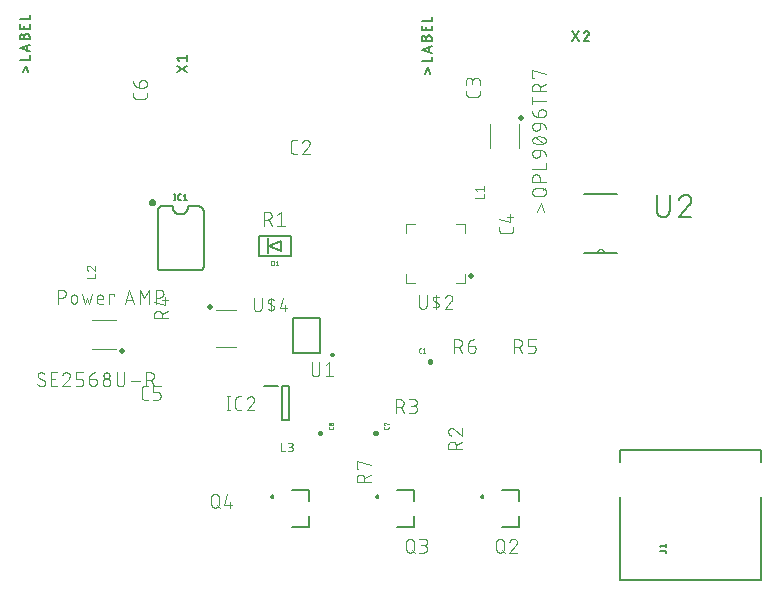
<source format=gbr>
G04 EAGLE Gerber RS-274X export*
G75*
%MOMM*%
%FSLAX34Y34*%
%LPD*%
%INSilkscreen Top*%
%IPPOS*%
%AMOC8*
5,1,8,0,0,1.08239X$1,22.5*%
G01*
%ADD10C,0.406400*%
%ADD11C,0.025400*%
%ADD12C,0.101600*%
%ADD13C,0.152400*%
%ADD14C,0.127000*%
%ADD15R,0.200000X1.400000*%
%ADD16C,0.203200*%
%ADD17C,0.500000*%
%ADD18C,0.120000*%
%ADD19C,0.150000*%
%ADD20C,0.200000*%
%ADD21C,0.076200*%
%ADD22C,0.000000*%
%ADD23C,0.177800*%

G36*
X129295Y319155D02*
X129295Y319155D01*
X129297Y319157D01*
X129298Y319156D01*
X129969Y319391D01*
X129970Y319392D01*
X129971Y319392D01*
X130573Y319770D01*
X130574Y319772D01*
X130576Y319772D01*
X131078Y320274D01*
X131078Y320276D01*
X131080Y320277D01*
X131458Y320879D01*
X131458Y320880D01*
X131459Y320881D01*
X131694Y321552D01*
X131694Y321554D01*
X131695Y321555D01*
X131774Y322261D01*
X131774Y322262D01*
X131773Y322263D01*
X131774Y322264D01*
X131695Y322970D01*
X131693Y322972D01*
X131694Y322973D01*
X131459Y323644D01*
X131458Y323645D01*
X131458Y323646D01*
X131080Y324248D01*
X131078Y324249D01*
X131078Y324251D01*
X130576Y324753D01*
X130574Y324753D01*
X130573Y324755D01*
X129971Y325133D01*
X129970Y325133D01*
X129969Y325134D01*
X129298Y325369D01*
X129296Y325369D01*
X129295Y325370D01*
X128589Y325449D01*
X128587Y325448D01*
X128586Y325449D01*
X127880Y325370D01*
X127878Y325368D01*
X127877Y325369D01*
X127206Y325134D01*
X127205Y325133D01*
X127204Y325133D01*
X126602Y324755D01*
X126601Y324753D01*
X126599Y324753D01*
X126097Y324251D01*
X126097Y324249D01*
X126095Y324248D01*
X125717Y323646D01*
X125717Y323645D01*
X125716Y323644D01*
X125481Y322973D01*
X125482Y322971D01*
X125480Y322970D01*
X125401Y322264D01*
X125402Y322262D01*
X125401Y322261D01*
X125480Y321555D01*
X125482Y321553D01*
X125481Y321552D01*
X125716Y320881D01*
X125717Y320880D01*
X125717Y320879D01*
X126095Y320277D01*
X126097Y320276D01*
X126097Y320274D01*
X126599Y319772D01*
X126601Y319772D01*
X126602Y319770D01*
X127204Y319392D01*
X127205Y319392D01*
X127206Y319391D01*
X127877Y319156D01*
X127879Y319157D01*
X127880Y319155D01*
X128586Y319076D01*
X128588Y319077D01*
X128589Y319076D01*
X129295Y319155D01*
G37*
D10*
X363220Y188265D02*
X363220Y187655D01*
D11*
X356150Y195072D02*
X355304Y195072D01*
X355249Y195074D01*
X355193Y195079D01*
X355139Y195088D01*
X355085Y195101D01*
X355032Y195117D01*
X354980Y195136D01*
X354929Y195159D01*
X354881Y195185D01*
X354833Y195215D01*
X354788Y195247D01*
X354746Y195282D01*
X354705Y195320D01*
X354667Y195361D01*
X354632Y195403D01*
X354600Y195448D01*
X354570Y195496D01*
X354544Y195544D01*
X354521Y195595D01*
X354502Y195647D01*
X354486Y195700D01*
X354473Y195754D01*
X354464Y195808D01*
X354459Y195864D01*
X354457Y195919D01*
X354457Y198035D01*
X354459Y198093D01*
X354465Y198150D01*
X354475Y198207D01*
X354488Y198264D01*
X354506Y198319D01*
X354527Y198372D01*
X354552Y198425D01*
X354580Y198475D01*
X354612Y198523D01*
X354647Y198570D01*
X354685Y198613D01*
X354726Y198654D01*
X354769Y198692D01*
X354816Y198727D01*
X354864Y198759D01*
X354914Y198787D01*
X354967Y198812D01*
X355020Y198833D01*
X355075Y198851D01*
X355132Y198864D01*
X355189Y198874D01*
X355246Y198880D01*
X355304Y198882D01*
X356150Y198882D01*
X357514Y198035D02*
X358573Y198882D01*
X358573Y195072D01*
X359631Y195072D02*
X357514Y195072D01*
D12*
X250811Y363728D02*
X248214Y363728D01*
X248115Y363730D01*
X248015Y363736D01*
X247916Y363745D01*
X247818Y363758D01*
X247720Y363775D01*
X247622Y363796D01*
X247526Y363821D01*
X247431Y363849D01*
X247337Y363881D01*
X247244Y363916D01*
X247152Y363955D01*
X247062Y363998D01*
X246974Y364043D01*
X246887Y364093D01*
X246803Y364145D01*
X246720Y364201D01*
X246640Y364259D01*
X246562Y364321D01*
X246487Y364386D01*
X246414Y364454D01*
X246344Y364524D01*
X246276Y364597D01*
X246211Y364672D01*
X246149Y364750D01*
X246091Y364830D01*
X246035Y364913D01*
X245983Y364997D01*
X245933Y365084D01*
X245888Y365172D01*
X245845Y365262D01*
X245806Y365354D01*
X245771Y365447D01*
X245739Y365541D01*
X245711Y365636D01*
X245686Y365732D01*
X245665Y365830D01*
X245648Y365928D01*
X245635Y366026D01*
X245626Y366125D01*
X245620Y366225D01*
X245618Y366324D01*
X245618Y372816D01*
X245620Y372915D01*
X245626Y373015D01*
X245635Y373114D01*
X245648Y373212D01*
X245665Y373310D01*
X245686Y373408D01*
X245711Y373504D01*
X245739Y373599D01*
X245771Y373693D01*
X245806Y373786D01*
X245845Y373878D01*
X245888Y373968D01*
X245933Y374056D01*
X245983Y374143D01*
X246035Y374227D01*
X246091Y374310D01*
X246149Y374390D01*
X246211Y374468D01*
X246276Y374543D01*
X246344Y374616D01*
X246414Y374686D01*
X246487Y374754D01*
X246562Y374819D01*
X246640Y374881D01*
X246720Y374939D01*
X246803Y374995D01*
X246887Y375047D01*
X246974Y375097D01*
X247062Y375142D01*
X247152Y375185D01*
X247244Y375224D01*
X247336Y375259D01*
X247431Y375291D01*
X247526Y375319D01*
X247622Y375344D01*
X247720Y375365D01*
X247818Y375382D01*
X247916Y375395D01*
X248015Y375404D01*
X248115Y375410D01*
X248214Y375412D01*
X250811Y375412D01*
X258746Y375412D02*
X258853Y375410D01*
X258959Y375404D01*
X259065Y375394D01*
X259171Y375381D01*
X259277Y375363D01*
X259381Y375342D01*
X259485Y375317D01*
X259588Y375288D01*
X259689Y375256D01*
X259789Y375219D01*
X259888Y375179D01*
X259986Y375136D01*
X260082Y375089D01*
X260176Y375038D01*
X260268Y374984D01*
X260358Y374927D01*
X260446Y374867D01*
X260531Y374803D01*
X260614Y374736D01*
X260695Y374666D01*
X260773Y374594D01*
X260849Y374518D01*
X260921Y374440D01*
X260991Y374359D01*
X261058Y374276D01*
X261122Y374191D01*
X261182Y374103D01*
X261239Y374013D01*
X261293Y373921D01*
X261344Y373827D01*
X261391Y373731D01*
X261434Y373633D01*
X261474Y373534D01*
X261511Y373434D01*
X261543Y373333D01*
X261572Y373230D01*
X261597Y373126D01*
X261618Y373022D01*
X261636Y372916D01*
X261649Y372810D01*
X261659Y372704D01*
X261665Y372598D01*
X261667Y372491D01*
X258746Y375412D02*
X258625Y375410D01*
X258504Y375404D01*
X258384Y375394D01*
X258263Y375381D01*
X258144Y375363D01*
X258024Y375342D01*
X257906Y375317D01*
X257789Y375288D01*
X257672Y375255D01*
X257557Y375219D01*
X257443Y375178D01*
X257330Y375135D01*
X257218Y375087D01*
X257109Y375036D01*
X257001Y374981D01*
X256894Y374923D01*
X256790Y374862D01*
X256688Y374797D01*
X256588Y374729D01*
X256490Y374658D01*
X256394Y374584D01*
X256301Y374507D01*
X256211Y374426D01*
X256123Y374343D01*
X256038Y374257D01*
X255955Y374168D01*
X255876Y374077D01*
X255799Y373983D01*
X255726Y373887D01*
X255656Y373789D01*
X255589Y373688D01*
X255525Y373585D01*
X255465Y373480D01*
X255408Y373373D01*
X255354Y373265D01*
X255304Y373155D01*
X255258Y373043D01*
X255215Y372930D01*
X255176Y372815D01*
X260694Y370219D02*
X260773Y370296D01*
X260849Y370377D01*
X260922Y370460D01*
X260992Y370545D01*
X261059Y370633D01*
X261123Y370723D01*
X261183Y370815D01*
X261240Y370910D01*
X261294Y371006D01*
X261345Y371104D01*
X261392Y371204D01*
X261436Y371306D01*
X261476Y371409D01*
X261512Y371513D01*
X261544Y371619D01*
X261573Y371725D01*
X261598Y371833D01*
X261620Y371941D01*
X261637Y372051D01*
X261651Y372160D01*
X261660Y372270D01*
X261666Y372381D01*
X261668Y372491D01*
X260694Y370219D02*
X255176Y363728D01*
X261667Y363728D01*
D13*
X237410Y289750D02*
X227410Y285750D01*
X237410Y289750D02*
X237410Y281750D01*
X227410Y285750D01*
D14*
X218910Y294000D02*
X245910Y294000D01*
X245910Y277500D01*
X218910Y277500D01*
X218910Y294000D01*
D15*
X226410Y285750D03*
D11*
X229157Y273017D02*
X229157Y269207D01*
X229157Y273017D02*
X230215Y273017D01*
X230279Y273015D01*
X230343Y273009D01*
X230406Y273000D01*
X230468Y272986D01*
X230530Y272969D01*
X230590Y272948D01*
X230649Y272924D01*
X230707Y272896D01*
X230762Y272864D01*
X230816Y272830D01*
X230867Y272792D01*
X230917Y272751D01*
X230963Y272707D01*
X231007Y272661D01*
X231048Y272611D01*
X231086Y272560D01*
X231120Y272506D01*
X231152Y272451D01*
X231180Y272393D01*
X231204Y272334D01*
X231225Y272274D01*
X231242Y272212D01*
X231256Y272150D01*
X231265Y272087D01*
X231271Y272023D01*
X231273Y271959D01*
X231274Y271959D02*
X231274Y270265D01*
X231273Y270265D02*
X231271Y270201D01*
X231265Y270137D01*
X231256Y270074D01*
X231242Y270012D01*
X231225Y269950D01*
X231204Y269890D01*
X231180Y269831D01*
X231152Y269773D01*
X231120Y269718D01*
X231086Y269664D01*
X231048Y269613D01*
X231007Y269563D01*
X230963Y269517D01*
X230917Y269473D01*
X230867Y269432D01*
X230816Y269394D01*
X230762Y269360D01*
X230707Y269328D01*
X230649Y269300D01*
X230590Y269276D01*
X230530Y269255D01*
X230468Y269238D01*
X230406Y269224D01*
X230343Y269215D01*
X230279Y269209D01*
X230215Y269207D01*
X229157Y269207D01*
X232937Y272170D02*
X233995Y273017D01*
X233995Y269207D01*
X232937Y269207D02*
X235053Y269207D01*
D16*
X171863Y268732D02*
X171863Y315468D01*
X136747Y264922D02*
X136634Y264906D01*
X136520Y264895D01*
X136406Y264888D01*
X136292Y264884D01*
X136177Y264885D01*
X136063Y264889D01*
X135949Y264897D01*
X135835Y264909D01*
X135722Y264925D01*
X135610Y264945D01*
X135498Y264969D01*
X135387Y264996D01*
X135277Y265028D01*
X135168Y265063D01*
X135060Y265101D01*
X134954Y265144D01*
X134850Y265190D01*
X134746Y265239D01*
X134645Y265292D01*
X134546Y265348D01*
X134448Y265408D01*
X134353Y265471D01*
X134260Y265538D01*
X134169Y265607D01*
X134081Y265679D01*
X133995Y265755D01*
X133911Y265833D01*
X133831Y265914D01*
X133753Y265998D01*
X133678Y266085D01*
X133607Y266174D01*
X133538Y266265D01*
X133472Y266359D01*
X133410Y266454D01*
X133351Y266552D01*
X133295Y266652D01*
X133243Y266754D01*
X133194Y266857D01*
X133149Y266962D01*
X133108Y267069D01*
X133070Y267177D01*
X133035Y267286D01*
X133005Y267396D01*
X132978Y267507D01*
X132956Y267619D01*
X132937Y267732D01*
X171863Y315468D02*
X171846Y315598D01*
X171825Y315727D01*
X171800Y315856D01*
X171772Y315984D01*
X171739Y316111D01*
X171703Y316237D01*
X171662Y316362D01*
X171618Y316485D01*
X171571Y316607D01*
X171519Y316728D01*
X171465Y316847D01*
X171406Y316964D01*
X171344Y317079D01*
X171279Y317193D01*
X171210Y317305D01*
X171137Y317414D01*
X171062Y317521D01*
X170983Y317626D01*
X170901Y317728D01*
X170816Y317828D01*
X170729Y317925D01*
X170638Y318020D01*
X170544Y318112D01*
X170448Y318201D01*
X170349Y318287D01*
X170248Y318369D01*
X170144Y318449D01*
X170037Y318526D01*
X169929Y318599D01*
X169818Y318669D01*
X169705Y318736D01*
X169590Y318799D01*
X169474Y318859D01*
X169355Y318915D01*
X169235Y318968D01*
X169114Y319017D01*
X168991Y319062D01*
X168866Y319104D01*
X168741Y319142D01*
X168614Y319175D01*
X168487Y319206D01*
X168358Y319232D01*
X168229Y319254D01*
X168099Y319273D01*
X167969Y319287D01*
X167838Y319298D01*
X167707Y319304D01*
X167576Y319307D01*
X167445Y319306D01*
X167314Y319300D01*
X167184Y319291D01*
X167053Y319278D01*
X171863Y268732D02*
X171861Y268610D01*
X171855Y268488D01*
X171845Y268366D01*
X171832Y268245D01*
X171814Y268124D01*
X171793Y268004D01*
X171768Y267884D01*
X171739Y267765D01*
X171706Y267648D01*
X171669Y267531D01*
X171629Y267416D01*
X171585Y267302D01*
X171537Y267190D01*
X171486Y267079D01*
X171431Y266970D01*
X171373Y266862D01*
X171311Y266757D01*
X171246Y266653D01*
X171178Y266552D01*
X171107Y266453D01*
X171032Y266356D01*
X170954Y266262D01*
X170874Y266170D01*
X170790Y266081D01*
X170704Y265995D01*
X170615Y265911D01*
X170523Y265831D01*
X170429Y265753D01*
X170332Y265678D01*
X170233Y265607D01*
X170132Y265539D01*
X170028Y265474D01*
X169923Y265412D01*
X169815Y265354D01*
X169706Y265299D01*
X169595Y265248D01*
X169483Y265200D01*
X169369Y265156D01*
X169254Y265116D01*
X169137Y265079D01*
X169020Y265046D01*
X168901Y265017D01*
X168781Y264992D01*
X168661Y264971D01*
X168540Y264953D01*
X168419Y264940D01*
X168297Y264930D01*
X168175Y264924D01*
X168053Y264922D01*
X132937Y315467D02*
X132922Y315581D01*
X132910Y315695D01*
X132903Y315809D01*
X132899Y315923D01*
X132900Y316037D01*
X132904Y316152D01*
X132912Y316266D01*
X132924Y316379D01*
X132940Y316492D01*
X132960Y316605D01*
X132984Y316717D01*
X133011Y316828D01*
X133042Y316938D01*
X133077Y317047D01*
X133116Y317154D01*
X133158Y317261D01*
X133204Y317365D01*
X133254Y317468D01*
X133307Y317570D01*
X133363Y317669D01*
X133423Y317767D01*
X133486Y317862D01*
X133552Y317955D01*
X133622Y318046D01*
X133694Y318134D01*
X133770Y318220D01*
X133848Y318303D01*
X133929Y318384D01*
X134013Y318462D01*
X134099Y318536D01*
X134188Y318608D01*
X134280Y318677D01*
X134373Y318743D01*
X134469Y318805D01*
X134567Y318864D01*
X134667Y318920D01*
X134769Y318972D01*
X134872Y319020D01*
X134977Y319066D01*
X135084Y319107D01*
X135192Y319145D01*
X135301Y319179D01*
X135411Y319209D01*
X135522Y319236D01*
X135634Y319259D01*
X135747Y319278D01*
X132937Y315468D02*
X132937Y267732D01*
X136747Y264922D02*
X168053Y264922D01*
X158496Y318770D02*
X158494Y318612D01*
X158488Y318453D01*
X158478Y318295D01*
X158464Y318138D01*
X158447Y317980D01*
X158425Y317824D01*
X158400Y317667D01*
X158370Y317512D01*
X158337Y317357D01*
X158300Y317203D01*
X158259Y317050D01*
X158214Y316898D01*
X158165Y316748D01*
X158113Y316598D01*
X158057Y316450D01*
X157997Y316303D01*
X157934Y316158D01*
X157867Y316015D01*
X157797Y315873D01*
X157723Y315733D01*
X157645Y315595D01*
X157564Y315459D01*
X157480Y315325D01*
X157393Y315193D01*
X157302Y315063D01*
X157208Y314936D01*
X157111Y314811D01*
X157010Y314688D01*
X156907Y314568D01*
X156801Y314451D01*
X156692Y314336D01*
X156580Y314224D01*
X156465Y314115D01*
X156348Y314009D01*
X156228Y313906D01*
X156105Y313805D01*
X155980Y313708D01*
X155853Y313614D01*
X155723Y313523D01*
X155591Y313436D01*
X155457Y313352D01*
X155321Y313271D01*
X155183Y313193D01*
X155043Y313119D01*
X154901Y313049D01*
X154758Y312982D01*
X154613Y312919D01*
X154466Y312859D01*
X154318Y312803D01*
X154168Y312751D01*
X154018Y312702D01*
X153866Y312657D01*
X153713Y312616D01*
X153559Y312579D01*
X153404Y312546D01*
X153249Y312516D01*
X153092Y312491D01*
X152936Y312469D01*
X152778Y312452D01*
X152621Y312438D01*
X152463Y312428D01*
X152304Y312422D01*
X152146Y312420D01*
X151988Y312422D01*
X151829Y312428D01*
X151671Y312438D01*
X151514Y312452D01*
X151356Y312469D01*
X151200Y312491D01*
X151043Y312516D01*
X150888Y312546D01*
X150733Y312579D01*
X150579Y312616D01*
X150426Y312657D01*
X150274Y312702D01*
X150124Y312751D01*
X149974Y312803D01*
X149826Y312859D01*
X149679Y312919D01*
X149534Y312982D01*
X149391Y313049D01*
X149249Y313119D01*
X149109Y313193D01*
X148971Y313271D01*
X148835Y313352D01*
X148701Y313436D01*
X148569Y313523D01*
X148439Y313614D01*
X148312Y313708D01*
X148187Y313805D01*
X148064Y313906D01*
X147944Y314009D01*
X147827Y314115D01*
X147712Y314224D01*
X147600Y314336D01*
X147491Y314451D01*
X147385Y314568D01*
X147282Y314688D01*
X147181Y314811D01*
X147084Y314936D01*
X146990Y315063D01*
X146899Y315193D01*
X146812Y315325D01*
X146728Y315459D01*
X146647Y315595D01*
X146569Y315733D01*
X146495Y315873D01*
X146425Y316015D01*
X146358Y316158D01*
X146295Y316303D01*
X146235Y316450D01*
X146179Y316598D01*
X146127Y316748D01*
X146078Y316898D01*
X146033Y317050D01*
X145992Y317203D01*
X145955Y317357D01*
X145922Y317512D01*
X145892Y317667D01*
X145867Y317824D01*
X145845Y317980D01*
X145828Y318138D01*
X145814Y318295D01*
X145804Y318453D01*
X145798Y318612D01*
X145796Y318770D01*
X158496Y319278D02*
X166926Y319278D01*
X145796Y319278D02*
X135747Y319278D01*
D14*
X147517Y324485D02*
X147517Y329311D01*
X146981Y324485D02*
X148054Y324485D01*
X148054Y329311D02*
X146981Y329311D01*
X151610Y324485D02*
X152682Y324485D01*
X151610Y324485D02*
X151545Y324487D01*
X151481Y324493D01*
X151417Y324503D01*
X151353Y324516D01*
X151291Y324534D01*
X151230Y324555D01*
X151170Y324579D01*
X151112Y324608D01*
X151055Y324640D01*
X151001Y324675D01*
X150949Y324713D01*
X150899Y324755D01*
X150852Y324799D01*
X150808Y324846D01*
X150766Y324896D01*
X150728Y324948D01*
X150693Y325002D01*
X150661Y325059D01*
X150632Y325117D01*
X150608Y325177D01*
X150587Y325238D01*
X150569Y325300D01*
X150556Y325364D01*
X150546Y325428D01*
X150540Y325492D01*
X150538Y325557D01*
X150537Y325557D02*
X150537Y328239D01*
X150538Y328239D02*
X150540Y328304D01*
X150546Y328368D01*
X150556Y328432D01*
X150569Y328496D01*
X150587Y328558D01*
X150608Y328619D01*
X150632Y328679D01*
X150661Y328737D01*
X150693Y328794D01*
X150728Y328848D01*
X150766Y328900D01*
X150808Y328950D01*
X150852Y328997D01*
X150899Y329041D01*
X150949Y329083D01*
X151001Y329121D01*
X151055Y329156D01*
X151112Y329188D01*
X151170Y329217D01*
X151230Y329241D01*
X151291Y329262D01*
X151353Y329280D01*
X151417Y329293D01*
X151481Y329303D01*
X151545Y329309D01*
X151610Y329311D01*
X152682Y329311D01*
X155138Y328239D02*
X156478Y329311D01*
X156478Y324485D01*
X155138Y324485D02*
X157819Y324485D01*
D16*
X524200Y113100D02*
X644200Y113100D01*
X524200Y73100D02*
X524200Y3100D01*
X524200Y103100D02*
X524200Y113100D01*
X524200Y3100D02*
X644200Y3100D01*
X644200Y73100D01*
X644200Y103100D02*
X644200Y113100D01*
D14*
X562173Y27644D02*
X558419Y27644D01*
X562173Y27643D02*
X562238Y27641D01*
X562302Y27635D01*
X562366Y27625D01*
X562430Y27612D01*
X562492Y27594D01*
X562553Y27573D01*
X562613Y27549D01*
X562671Y27520D01*
X562728Y27488D01*
X562782Y27453D01*
X562834Y27415D01*
X562884Y27373D01*
X562931Y27329D01*
X562975Y27282D01*
X563017Y27232D01*
X563055Y27180D01*
X563090Y27126D01*
X563122Y27069D01*
X563151Y27011D01*
X563175Y26951D01*
X563196Y26890D01*
X563214Y26828D01*
X563227Y26764D01*
X563237Y26700D01*
X563243Y26636D01*
X563245Y26571D01*
X563245Y26035D01*
X559491Y30592D02*
X558419Y31932D01*
X563245Y31932D01*
X563245Y30592D02*
X563245Y33273D01*
D12*
X222945Y302768D02*
X222945Y314452D01*
X226190Y314452D01*
X226303Y314450D01*
X226416Y314444D01*
X226529Y314434D01*
X226642Y314420D01*
X226754Y314403D01*
X226865Y314381D01*
X226975Y314356D01*
X227085Y314326D01*
X227193Y314293D01*
X227300Y314256D01*
X227406Y314216D01*
X227510Y314171D01*
X227613Y314123D01*
X227714Y314072D01*
X227813Y314017D01*
X227910Y313959D01*
X228005Y313897D01*
X228098Y313832D01*
X228188Y313764D01*
X228276Y313693D01*
X228362Y313618D01*
X228445Y313541D01*
X228525Y313461D01*
X228602Y313378D01*
X228677Y313292D01*
X228748Y313204D01*
X228816Y313114D01*
X228881Y313021D01*
X228943Y312926D01*
X229001Y312829D01*
X229056Y312730D01*
X229107Y312629D01*
X229155Y312526D01*
X229200Y312422D01*
X229240Y312316D01*
X229277Y312209D01*
X229310Y312101D01*
X229340Y311991D01*
X229365Y311881D01*
X229387Y311770D01*
X229404Y311658D01*
X229418Y311545D01*
X229428Y311432D01*
X229434Y311319D01*
X229436Y311206D01*
X229434Y311093D01*
X229428Y310980D01*
X229418Y310867D01*
X229404Y310754D01*
X229387Y310642D01*
X229365Y310531D01*
X229340Y310421D01*
X229310Y310311D01*
X229277Y310203D01*
X229240Y310096D01*
X229200Y309990D01*
X229155Y309886D01*
X229107Y309783D01*
X229056Y309682D01*
X229001Y309583D01*
X228943Y309486D01*
X228881Y309391D01*
X228816Y309298D01*
X228748Y309208D01*
X228677Y309120D01*
X228602Y309034D01*
X228525Y308951D01*
X228445Y308871D01*
X228362Y308794D01*
X228276Y308719D01*
X228188Y308648D01*
X228098Y308580D01*
X228005Y308515D01*
X227910Y308453D01*
X227813Y308395D01*
X227714Y308340D01*
X227613Y308289D01*
X227510Y308241D01*
X227406Y308196D01*
X227300Y308156D01*
X227193Y308119D01*
X227085Y308086D01*
X226975Y308056D01*
X226865Y308031D01*
X226754Y308009D01*
X226642Y307992D01*
X226529Y307978D01*
X226416Y307968D01*
X226303Y307962D01*
X226190Y307960D01*
X226190Y307961D02*
X222945Y307961D01*
X226839Y307961D02*
X229436Y302768D01*
X234301Y311856D02*
X237546Y314452D01*
X237546Y302768D01*
X234301Y302768D02*
X240792Y302768D01*
X378968Y113538D02*
X390652Y113538D01*
X378968Y113538D02*
X378968Y116784D01*
X378970Y116897D01*
X378976Y117010D01*
X378986Y117123D01*
X379000Y117236D01*
X379017Y117348D01*
X379039Y117459D01*
X379064Y117569D01*
X379094Y117679D01*
X379127Y117787D01*
X379164Y117894D01*
X379204Y118000D01*
X379249Y118104D01*
X379297Y118207D01*
X379348Y118308D01*
X379403Y118407D01*
X379461Y118504D01*
X379523Y118599D01*
X379588Y118692D01*
X379656Y118782D01*
X379727Y118870D01*
X379802Y118956D01*
X379879Y119039D01*
X379959Y119119D01*
X380042Y119196D01*
X380128Y119271D01*
X380216Y119342D01*
X380306Y119410D01*
X380399Y119475D01*
X380494Y119537D01*
X380591Y119595D01*
X380690Y119650D01*
X380791Y119701D01*
X380894Y119749D01*
X380998Y119794D01*
X381104Y119834D01*
X381211Y119871D01*
X381319Y119904D01*
X381429Y119934D01*
X381539Y119959D01*
X381650Y119981D01*
X381762Y119998D01*
X381875Y120012D01*
X381988Y120022D01*
X382101Y120028D01*
X382214Y120030D01*
X382327Y120028D01*
X382440Y120022D01*
X382553Y120012D01*
X382666Y119998D01*
X382778Y119981D01*
X382889Y119959D01*
X382999Y119934D01*
X383109Y119904D01*
X383217Y119871D01*
X383324Y119834D01*
X383430Y119794D01*
X383534Y119749D01*
X383637Y119701D01*
X383738Y119650D01*
X383837Y119595D01*
X383934Y119537D01*
X384029Y119475D01*
X384122Y119410D01*
X384212Y119342D01*
X384300Y119271D01*
X384386Y119196D01*
X384469Y119119D01*
X384549Y119039D01*
X384626Y118956D01*
X384701Y118870D01*
X384772Y118782D01*
X384840Y118692D01*
X384905Y118599D01*
X384967Y118504D01*
X385025Y118407D01*
X385080Y118308D01*
X385131Y118207D01*
X385179Y118104D01*
X385224Y118000D01*
X385264Y117894D01*
X385301Y117787D01*
X385334Y117679D01*
X385364Y117569D01*
X385389Y117459D01*
X385411Y117348D01*
X385428Y117236D01*
X385442Y117123D01*
X385452Y117010D01*
X385458Y116897D01*
X385460Y116784D01*
X385459Y116784D02*
X385459Y113538D01*
X385459Y117433D02*
X390652Y120029D01*
X381889Y131385D02*
X381782Y131383D01*
X381676Y131377D01*
X381570Y131367D01*
X381464Y131354D01*
X381358Y131336D01*
X381254Y131315D01*
X381150Y131290D01*
X381047Y131261D01*
X380946Y131229D01*
X380846Y131192D01*
X380747Y131152D01*
X380649Y131109D01*
X380553Y131062D01*
X380459Y131011D01*
X380367Y130957D01*
X380277Y130900D01*
X380189Y130840D01*
X380104Y130776D01*
X380021Y130709D01*
X379940Y130639D01*
X379862Y130567D01*
X379786Y130491D01*
X379714Y130413D01*
X379644Y130332D01*
X379577Y130249D01*
X379513Y130164D01*
X379453Y130076D01*
X379396Y129986D01*
X379342Y129894D01*
X379291Y129800D01*
X379244Y129704D01*
X379201Y129606D01*
X379161Y129507D01*
X379124Y129407D01*
X379092Y129306D01*
X379063Y129203D01*
X379038Y129099D01*
X379017Y128995D01*
X378999Y128889D01*
X378986Y128783D01*
X378976Y128677D01*
X378970Y128571D01*
X378968Y128464D01*
X378970Y128343D01*
X378976Y128222D01*
X378986Y128102D01*
X378999Y127981D01*
X379017Y127862D01*
X379038Y127742D01*
X379063Y127624D01*
X379092Y127507D01*
X379125Y127390D01*
X379161Y127275D01*
X379202Y127161D01*
X379245Y127048D01*
X379293Y126936D01*
X379344Y126827D01*
X379399Y126719D01*
X379457Y126612D01*
X379518Y126508D01*
X379583Y126406D01*
X379651Y126306D01*
X379722Y126208D01*
X379796Y126112D01*
X379873Y126019D01*
X379954Y125929D01*
X380037Y125841D01*
X380123Y125756D01*
X380212Y125673D01*
X380303Y125594D01*
X380397Y125517D01*
X380493Y125444D01*
X380591Y125374D01*
X380692Y125307D01*
X380795Y125243D01*
X380900Y125183D01*
X381007Y125125D01*
X381115Y125072D01*
X381225Y125022D01*
X381337Y124976D01*
X381450Y124933D01*
X381565Y124894D01*
X384161Y130411D02*
X384083Y130490D01*
X384003Y130566D01*
X383920Y130639D01*
X383834Y130709D01*
X383747Y130776D01*
X383656Y130840D01*
X383564Y130900D01*
X383470Y130958D01*
X383373Y131012D01*
X383275Y131062D01*
X383175Y131109D01*
X383074Y131153D01*
X382971Y131193D01*
X382866Y131229D01*
X382761Y131261D01*
X382654Y131290D01*
X382547Y131315D01*
X382438Y131337D01*
X382329Y131354D01*
X382220Y131368D01*
X382110Y131377D01*
X381999Y131383D01*
X381889Y131385D01*
X384161Y130412D02*
X390652Y124894D01*
X390652Y131385D01*
X334705Y144018D02*
X334705Y155702D01*
X337950Y155702D01*
X338063Y155700D01*
X338176Y155694D01*
X338289Y155684D01*
X338402Y155670D01*
X338514Y155653D01*
X338625Y155631D01*
X338735Y155606D01*
X338845Y155576D01*
X338953Y155543D01*
X339060Y155506D01*
X339166Y155466D01*
X339270Y155421D01*
X339373Y155373D01*
X339474Y155322D01*
X339573Y155267D01*
X339670Y155209D01*
X339765Y155147D01*
X339858Y155082D01*
X339948Y155014D01*
X340036Y154943D01*
X340122Y154868D01*
X340205Y154791D01*
X340285Y154711D01*
X340362Y154628D01*
X340437Y154542D01*
X340508Y154454D01*
X340576Y154364D01*
X340641Y154271D01*
X340703Y154176D01*
X340761Y154079D01*
X340816Y153980D01*
X340867Y153879D01*
X340915Y153776D01*
X340960Y153672D01*
X341000Y153566D01*
X341037Y153459D01*
X341070Y153351D01*
X341100Y153241D01*
X341125Y153131D01*
X341147Y153020D01*
X341164Y152908D01*
X341178Y152795D01*
X341188Y152682D01*
X341194Y152569D01*
X341196Y152456D01*
X341194Y152343D01*
X341188Y152230D01*
X341178Y152117D01*
X341164Y152004D01*
X341147Y151892D01*
X341125Y151781D01*
X341100Y151671D01*
X341070Y151561D01*
X341037Y151453D01*
X341000Y151346D01*
X340960Y151240D01*
X340915Y151136D01*
X340867Y151033D01*
X340816Y150932D01*
X340761Y150833D01*
X340703Y150736D01*
X340641Y150641D01*
X340576Y150548D01*
X340508Y150458D01*
X340437Y150370D01*
X340362Y150284D01*
X340285Y150201D01*
X340205Y150121D01*
X340122Y150044D01*
X340036Y149969D01*
X339948Y149898D01*
X339858Y149830D01*
X339765Y149765D01*
X339670Y149703D01*
X339573Y149645D01*
X339474Y149590D01*
X339373Y149539D01*
X339270Y149491D01*
X339166Y149446D01*
X339060Y149406D01*
X338953Y149369D01*
X338845Y149336D01*
X338735Y149306D01*
X338625Y149281D01*
X338514Y149259D01*
X338402Y149242D01*
X338289Y149228D01*
X338176Y149218D01*
X338063Y149212D01*
X337950Y149210D01*
X337950Y149211D02*
X334705Y149211D01*
X338599Y149211D02*
X341196Y144018D01*
X346061Y144018D02*
X349306Y144018D01*
X349419Y144020D01*
X349532Y144026D01*
X349645Y144036D01*
X349758Y144050D01*
X349870Y144067D01*
X349981Y144089D01*
X350091Y144114D01*
X350201Y144144D01*
X350309Y144177D01*
X350416Y144214D01*
X350522Y144254D01*
X350626Y144299D01*
X350729Y144347D01*
X350830Y144398D01*
X350929Y144453D01*
X351026Y144511D01*
X351121Y144573D01*
X351214Y144638D01*
X351304Y144706D01*
X351392Y144777D01*
X351478Y144852D01*
X351561Y144929D01*
X351641Y145009D01*
X351718Y145092D01*
X351793Y145178D01*
X351864Y145266D01*
X351932Y145356D01*
X351997Y145449D01*
X352059Y145544D01*
X352117Y145641D01*
X352172Y145740D01*
X352223Y145841D01*
X352271Y145944D01*
X352316Y146048D01*
X352356Y146154D01*
X352393Y146261D01*
X352426Y146369D01*
X352456Y146479D01*
X352481Y146589D01*
X352503Y146700D01*
X352520Y146812D01*
X352534Y146925D01*
X352544Y147038D01*
X352550Y147151D01*
X352552Y147264D01*
X352550Y147377D01*
X352544Y147490D01*
X352534Y147603D01*
X352520Y147716D01*
X352503Y147828D01*
X352481Y147939D01*
X352456Y148049D01*
X352426Y148159D01*
X352393Y148267D01*
X352356Y148374D01*
X352316Y148480D01*
X352271Y148584D01*
X352223Y148687D01*
X352172Y148788D01*
X352117Y148887D01*
X352059Y148984D01*
X351997Y149079D01*
X351932Y149172D01*
X351864Y149262D01*
X351793Y149350D01*
X351718Y149436D01*
X351641Y149519D01*
X351561Y149599D01*
X351478Y149676D01*
X351392Y149751D01*
X351304Y149822D01*
X351214Y149890D01*
X351121Y149955D01*
X351026Y150017D01*
X350929Y150075D01*
X350830Y150130D01*
X350729Y150181D01*
X350626Y150229D01*
X350522Y150274D01*
X350416Y150314D01*
X350309Y150351D01*
X350201Y150384D01*
X350091Y150414D01*
X349981Y150439D01*
X349870Y150461D01*
X349758Y150478D01*
X349645Y150492D01*
X349532Y150502D01*
X349419Y150508D01*
X349306Y150510D01*
X349956Y155702D02*
X346061Y155702D01*
X349956Y155702D02*
X350057Y155700D01*
X350157Y155694D01*
X350257Y155684D01*
X350357Y155671D01*
X350456Y155653D01*
X350555Y155632D01*
X350652Y155607D01*
X350749Y155578D01*
X350844Y155545D01*
X350938Y155509D01*
X351030Y155469D01*
X351121Y155426D01*
X351210Y155379D01*
X351297Y155329D01*
X351383Y155275D01*
X351466Y155218D01*
X351546Y155158D01*
X351625Y155095D01*
X351701Y155028D01*
X351774Y154959D01*
X351844Y154887D01*
X351912Y154813D01*
X351977Y154736D01*
X352038Y154656D01*
X352097Y154574D01*
X352152Y154490D01*
X352204Y154404D01*
X352253Y154316D01*
X352298Y154226D01*
X352340Y154134D01*
X352378Y154041D01*
X352412Y153946D01*
X352443Y153851D01*
X352470Y153754D01*
X352493Y153656D01*
X352513Y153557D01*
X352528Y153457D01*
X352540Y153357D01*
X352548Y153257D01*
X352552Y153156D01*
X352552Y153056D01*
X352548Y152955D01*
X352540Y152855D01*
X352528Y152755D01*
X352513Y152655D01*
X352493Y152556D01*
X352470Y152458D01*
X352443Y152361D01*
X352412Y152266D01*
X352378Y152171D01*
X352340Y152078D01*
X352298Y151986D01*
X352253Y151896D01*
X352204Y151808D01*
X352152Y151722D01*
X352097Y151638D01*
X352038Y151556D01*
X351977Y151476D01*
X351912Y151399D01*
X351844Y151325D01*
X351774Y151253D01*
X351701Y151184D01*
X351625Y151117D01*
X351546Y151054D01*
X351466Y150994D01*
X351383Y150937D01*
X351297Y150883D01*
X351210Y150833D01*
X351121Y150786D01*
X351030Y150743D01*
X350938Y150703D01*
X350844Y150667D01*
X350749Y150634D01*
X350652Y150605D01*
X350555Y150580D01*
X350456Y150559D01*
X350357Y150541D01*
X350257Y150528D01*
X350157Y150518D01*
X350057Y150512D01*
X349956Y150510D01*
X349956Y150509D02*
X347359Y150509D01*
X141732Y224215D02*
X130048Y224215D01*
X130048Y227460D01*
X130050Y227573D01*
X130056Y227686D01*
X130066Y227799D01*
X130080Y227912D01*
X130097Y228024D01*
X130119Y228135D01*
X130144Y228245D01*
X130174Y228355D01*
X130207Y228463D01*
X130244Y228570D01*
X130284Y228676D01*
X130329Y228780D01*
X130377Y228883D01*
X130428Y228984D01*
X130483Y229083D01*
X130541Y229180D01*
X130603Y229275D01*
X130668Y229368D01*
X130736Y229458D01*
X130807Y229546D01*
X130882Y229632D01*
X130959Y229715D01*
X131039Y229795D01*
X131122Y229872D01*
X131208Y229947D01*
X131296Y230018D01*
X131386Y230086D01*
X131479Y230151D01*
X131574Y230213D01*
X131671Y230271D01*
X131770Y230326D01*
X131871Y230377D01*
X131974Y230425D01*
X132078Y230470D01*
X132184Y230510D01*
X132291Y230547D01*
X132399Y230580D01*
X132509Y230610D01*
X132619Y230635D01*
X132730Y230657D01*
X132842Y230674D01*
X132955Y230688D01*
X133068Y230698D01*
X133181Y230704D01*
X133294Y230706D01*
X133407Y230704D01*
X133520Y230698D01*
X133633Y230688D01*
X133746Y230674D01*
X133858Y230657D01*
X133969Y230635D01*
X134079Y230610D01*
X134189Y230580D01*
X134297Y230547D01*
X134404Y230510D01*
X134510Y230470D01*
X134614Y230425D01*
X134717Y230377D01*
X134818Y230326D01*
X134917Y230271D01*
X135014Y230213D01*
X135109Y230151D01*
X135202Y230086D01*
X135292Y230018D01*
X135380Y229947D01*
X135466Y229872D01*
X135549Y229795D01*
X135629Y229715D01*
X135706Y229632D01*
X135781Y229546D01*
X135852Y229458D01*
X135920Y229368D01*
X135985Y229275D01*
X136047Y229180D01*
X136105Y229083D01*
X136160Y228984D01*
X136211Y228883D01*
X136259Y228780D01*
X136304Y228676D01*
X136344Y228570D01*
X136381Y228463D01*
X136414Y228355D01*
X136444Y228245D01*
X136469Y228135D01*
X136491Y228024D01*
X136508Y227912D01*
X136522Y227799D01*
X136532Y227686D01*
X136538Y227573D01*
X136540Y227460D01*
X136539Y227460D02*
X136539Y224215D01*
X136539Y228109D02*
X141732Y230706D01*
X139136Y235571D02*
X130048Y238167D01*
X139136Y235571D02*
X139136Y242062D01*
X136539Y240115D02*
X141732Y240115D01*
D17*
X440722Y393750D03*
D18*
X438822Y388710D02*
X438822Y368210D01*
X414618Y368210D02*
X414618Y388710D01*
D12*
X457220Y322234D02*
X453975Y314445D01*
X460466Y314445D02*
X457220Y322234D01*
X458518Y327953D02*
X453326Y327953D01*
X453213Y327955D01*
X453100Y327961D01*
X452987Y327971D01*
X452874Y327985D01*
X452762Y328002D01*
X452651Y328024D01*
X452541Y328049D01*
X452431Y328079D01*
X452323Y328112D01*
X452216Y328149D01*
X452110Y328189D01*
X452006Y328234D01*
X451903Y328282D01*
X451802Y328333D01*
X451703Y328388D01*
X451606Y328446D01*
X451511Y328508D01*
X451418Y328573D01*
X451328Y328641D01*
X451240Y328712D01*
X451154Y328787D01*
X451071Y328864D01*
X450991Y328944D01*
X450914Y329027D01*
X450839Y329113D01*
X450768Y329201D01*
X450700Y329291D01*
X450635Y329384D01*
X450573Y329479D01*
X450515Y329576D01*
X450460Y329675D01*
X450409Y329776D01*
X450361Y329879D01*
X450316Y329983D01*
X450276Y330089D01*
X450239Y330196D01*
X450206Y330304D01*
X450176Y330414D01*
X450151Y330524D01*
X450129Y330635D01*
X450112Y330747D01*
X450098Y330860D01*
X450088Y330973D01*
X450082Y331086D01*
X450080Y331199D01*
X450082Y331312D01*
X450088Y331425D01*
X450098Y331538D01*
X450112Y331651D01*
X450129Y331763D01*
X450151Y331874D01*
X450176Y331984D01*
X450206Y332094D01*
X450239Y332202D01*
X450276Y332309D01*
X450316Y332415D01*
X450361Y332519D01*
X450409Y332622D01*
X450460Y332723D01*
X450515Y332822D01*
X450573Y332919D01*
X450635Y333014D01*
X450700Y333107D01*
X450768Y333197D01*
X450839Y333285D01*
X450914Y333371D01*
X450991Y333454D01*
X451071Y333534D01*
X451154Y333611D01*
X451240Y333686D01*
X451328Y333757D01*
X451418Y333825D01*
X451511Y333890D01*
X451606Y333952D01*
X451703Y334010D01*
X451802Y334065D01*
X451903Y334116D01*
X452006Y334164D01*
X452110Y334209D01*
X452216Y334249D01*
X452323Y334286D01*
X452431Y334319D01*
X452541Y334349D01*
X452651Y334374D01*
X452762Y334396D01*
X452874Y334413D01*
X452987Y334427D01*
X453100Y334437D01*
X453213Y334443D01*
X453326Y334445D01*
X453326Y334444D02*
X458518Y334444D01*
X458518Y334445D02*
X458631Y334443D01*
X458744Y334437D01*
X458857Y334427D01*
X458970Y334413D01*
X459082Y334396D01*
X459193Y334374D01*
X459303Y334349D01*
X459413Y334319D01*
X459521Y334286D01*
X459628Y334249D01*
X459734Y334209D01*
X459838Y334164D01*
X459941Y334116D01*
X460042Y334065D01*
X460141Y334010D01*
X460238Y333952D01*
X460333Y333890D01*
X460426Y333825D01*
X460516Y333757D01*
X460604Y333686D01*
X460690Y333611D01*
X460773Y333534D01*
X460853Y333454D01*
X460930Y333371D01*
X461005Y333285D01*
X461076Y333197D01*
X461144Y333107D01*
X461209Y333014D01*
X461271Y332919D01*
X461329Y332822D01*
X461384Y332723D01*
X461435Y332622D01*
X461483Y332519D01*
X461528Y332415D01*
X461568Y332309D01*
X461605Y332202D01*
X461638Y332094D01*
X461668Y331984D01*
X461693Y331874D01*
X461715Y331763D01*
X461732Y331651D01*
X461746Y331538D01*
X461756Y331425D01*
X461762Y331312D01*
X461764Y331199D01*
X461762Y331086D01*
X461756Y330973D01*
X461746Y330860D01*
X461732Y330747D01*
X461715Y330635D01*
X461693Y330524D01*
X461668Y330414D01*
X461638Y330304D01*
X461605Y330196D01*
X461568Y330089D01*
X461528Y329983D01*
X461483Y329879D01*
X461435Y329776D01*
X461384Y329675D01*
X461329Y329576D01*
X461271Y329479D01*
X461209Y329384D01*
X461144Y329291D01*
X461076Y329201D01*
X461005Y329113D01*
X460930Y329027D01*
X460853Y328944D01*
X460773Y328864D01*
X460690Y328787D01*
X460604Y328712D01*
X460516Y328641D01*
X460426Y328573D01*
X460333Y328508D01*
X460238Y328446D01*
X460141Y328388D01*
X460042Y328333D01*
X459941Y328282D01*
X459838Y328234D01*
X459734Y328189D01*
X459628Y328149D01*
X459521Y328112D01*
X459413Y328079D01*
X459303Y328049D01*
X459193Y328024D01*
X459082Y328002D01*
X458970Y327985D01*
X458857Y327971D01*
X458744Y327961D01*
X458631Y327955D01*
X458518Y327953D01*
X459168Y333146D02*
X461764Y335743D01*
X461764Y339648D02*
X450080Y339648D01*
X450080Y342893D01*
X450082Y343006D01*
X450088Y343119D01*
X450098Y343232D01*
X450112Y343345D01*
X450129Y343457D01*
X450151Y343568D01*
X450176Y343678D01*
X450206Y343788D01*
X450239Y343896D01*
X450276Y344003D01*
X450316Y344109D01*
X450361Y344213D01*
X450409Y344316D01*
X450460Y344417D01*
X450515Y344516D01*
X450573Y344613D01*
X450635Y344708D01*
X450700Y344801D01*
X450768Y344891D01*
X450839Y344979D01*
X450914Y345065D01*
X450991Y345148D01*
X451071Y345228D01*
X451154Y345305D01*
X451240Y345380D01*
X451328Y345451D01*
X451418Y345519D01*
X451511Y345584D01*
X451606Y345646D01*
X451703Y345704D01*
X451802Y345759D01*
X451903Y345810D01*
X452006Y345858D01*
X452110Y345903D01*
X452216Y345943D01*
X452323Y345980D01*
X452431Y346013D01*
X452541Y346043D01*
X452651Y346068D01*
X452762Y346090D01*
X452874Y346107D01*
X452987Y346121D01*
X453100Y346131D01*
X453213Y346137D01*
X453326Y346139D01*
X453439Y346137D01*
X453552Y346131D01*
X453665Y346121D01*
X453778Y346107D01*
X453890Y346090D01*
X454001Y346068D01*
X454111Y346043D01*
X454221Y346013D01*
X454329Y345980D01*
X454436Y345943D01*
X454542Y345903D01*
X454646Y345858D01*
X454749Y345810D01*
X454850Y345759D01*
X454949Y345704D01*
X455046Y345646D01*
X455141Y345584D01*
X455234Y345519D01*
X455324Y345451D01*
X455412Y345380D01*
X455498Y345305D01*
X455581Y345228D01*
X455661Y345148D01*
X455738Y345065D01*
X455813Y344979D01*
X455884Y344891D01*
X455952Y344801D01*
X456017Y344708D01*
X456079Y344613D01*
X456137Y344516D01*
X456192Y344417D01*
X456243Y344316D01*
X456291Y344213D01*
X456336Y344109D01*
X456376Y344003D01*
X456413Y343896D01*
X456446Y343788D01*
X456476Y343678D01*
X456501Y343568D01*
X456523Y343457D01*
X456540Y343345D01*
X456554Y343232D01*
X456564Y343119D01*
X456570Y343006D01*
X456572Y342893D01*
X456571Y342893D02*
X456571Y339648D01*
X461764Y350931D02*
X450080Y350931D01*
X461764Y350931D02*
X461764Y356124D01*
X456571Y363030D02*
X456571Y366924D01*
X456571Y363030D02*
X456569Y362931D01*
X456563Y362831D01*
X456554Y362732D01*
X456541Y362634D01*
X456524Y362536D01*
X456503Y362438D01*
X456478Y362342D01*
X456450Y362247D01*
X456418Y362153D01*
X456383Y362060D01*
X456344Y361968D01*
X456301Y361878D01*
X456256Y361790D01*
X456206Y361703D01*
X456154Y361619D01*
X456098Y361536D01*
X456040Y361456D01*
X455978Y361378D01*
X455913Y361303D01*
X455845Y361230D01*
X455775Y361160D01*
X455702Y361092D01*
X455627Y361027D01*
X455549Y360965D01*
X455469Y360907D01*
X455386Y360851D01*
X455302Y360799D01*
X455215Y360749D01*
X455127Y360704D01*
X455037Y360661D01*
X454945Y360622D01*
X454852Y360587D01*
X454758Y360555D01*
X454663Y360527D01*
X454567Y360502D01*
X454469Y360481D01*
X454371Y360464D01*
X454273Y360451D01*
X454174Y360442D01*
X454074Y360436D01*
X453975Y360434D01*
X453975Y360433D02*
X453326Y360433D01*
X453213Y360435D01*
X453100Y360441D01*
X452987Y360451D01*
X452874Y360465D01*
X452762Y360482D01*
X452651Y360504D01*
X452541Y360529D01*
X452431Y360559D01*
X452323Y360592D01*
X452216Y360629D01*
X452110Y360669D01*
X452006Y360714D01*
X451903Y360762D01*
X451802Y360813D01*
X451703Y360868D01*
X451606Y360926D01*
X451511Y360988D01*
X451418Y361053D01*
X451328Y361121D01*
X451240Y361192D01*
X451154Y361267D01*
X451071Y361344D01*
X450991Y361424D01*
X450914Y361507D01*
X450839Y361593D01*
X450768Y361681D01*
X450700Y361771D01*
X450635Y361864D01*
X450573Y361959D01*
X450515Y362056D01*
X450460Y362155D01*
X450409Y362256D01*
X450361Y362359D01*
X450316Y362463D01*
X450276Y362569D01*
X450239Y362676D01*
X450206Y362784D01*
X450176Y362894D01*
X450151Y363004D01*
X450129Y363115D01*
X450112Y363227D01*
X450098Y363340D01*
X450088Y363453D01*
X450082Y363566D01*
X450080Y363679D01*
X450082Y363792D01*
X450088Y363905D01*
X450098Y364018D01*
X450112Y364131D01*
X450129Y364243D01*
X450151Y364354D01*
X450176Y364464D01*
X450206Y364574D01*
X450239Y364682D01*
X450276Y364789D01*
X450316Y364895D01*
X450361Y364999D01*
X450409Y365102D01*
X450460Y365203D01*
X450515Y365302D01*
X450573Y365399D01*
X450635Y365494D01*
X450700Y365587D01*
X450768Y365677D01*
X450839Y365765D01*
X450914Y365851D01*
X450991Y365934D01*
X451071Y366014D01*
X451154Y366091D01*
X451240Y366166D01*
X451328Y366237D01*
X451418Y366305D01*
X451511Y366370D01*
X451606Y366432D01*
X451703Y366490D01*
X451802Y366545D01*
X451903Y366596D01*
X452006Y366644D01*
X452110Y366689D01*
X452216Y366729D01*
X452323Y366766D01*
X452431Y366799D01*
X452541Y366829D01*
X452651Y366854D01*
X452762Y366876D01*
X452874Y366893D01*
X452987Y366907D01*
X453100Y366917D01*
X453213Y366923D01*
X453326Y366925D01*
X453326Y366924D02*
X456571Y366924D01*
X456714Y366922D01*
X456857Y366916D01*
X457000Y366906D01*
X457142Y366892D01*
X457284Y366875D01*
X457426Y366853D01*
X457567Y366828D01*
X457707Y366798D01*
X457846Y366765D01*
X457984Y366728D01*
X458121Y366687D01*
X458257Y366643D01*
X458392Y366594D01*
X458525Y366542D01*
X458657Y366487D01*
X458787Y366427D01*
X458916Y366364D01*
X459043Y366298D01*
X459168Y366228D01*
X459290Y366155D01*
X459411Y366078D01*
X459530Y365998D01*
X459646Y365915D01*
X459761Y365829D01*
X459872Y365740D01*
X459982Y365647D01*
X460088Y365552D01*
X460192Y365453D01*
X460293Y365352D01*
X460392Y365248D01*
X460487Y365142D01*
X460580Y365032D01*
X460669Y364921D01*
X460755Y364806D01*
X460838Y364690D01*
X460918Y364571D01*
X460995Y364450D01*
X461068Y364328D01*
X461138Y364203D01*
X461204Y364076D01*
X461267Y363947D01*
X461327Y363817D01*
X461382Y363685D01*
X461434Y363552D01*
X461483Y363417D01*
X461527Y363281D01*
X461568Y363144D01*
X461605Y363006D01*
X461638Y362867D01*
X461668Y362727D01*
X461693Y362586D01*
X461715Y362444D01*
X461732Y362302D01*
X461746Y362160D01*
X461756Y362017D01*
X461762Y361874D01*
X461764Y361731D01*
X455922Y371863D02*
X455692Y371866D01*
X455462Y371874D01*
X455233Y371888D01*
X455004Y371907D01*
X454775Y371932D01*
X454547Y371962D01*
X454320Y371997D01*
X454094Y372038D01*
X453869Y372084D01*
X453645Y372136D01*
X453422Y372193D01*
X453201Y372255D01*
X452981Y372323D01*
X452763Y372396D01*
X452547Y372474D01*
X452333Y372557D01*
X452121Y372645D01*
X451910Y372738D01*
X451703Y372837D01*
X451613Y372870D01*
X451524Y372906D01*
X451436Y372946D01*
X451351Y372990D01*
X451267Y373037D01*
X451185Y373087D01*
X451105Y373141D01*
X451028Y373197D01*
X450952Y373257D01*
X450879Y373320D01*
X450809Y373385D01*
X450741Y373454D01*
X450677Y373525D01*
X450615Y373598D01*
X450556Y373674D01*
X450500Y373752D01*
X450447Y373833D01*
X450398Y373915D01*
X450352Y373999D01*
X450309Y374086D01*
X450270Y374173D01*
X450234Y374263D01*
X450202Y374353D01*
X450174Y374445D01*
X450149Y374538D01*
X450128Y374632D01*
X450111Y374726D01*
X450097Y374821D01*
X450088Y374917D01*
X450082Y375013D01*
X450080Y375109D01*
X450082Y375205D01*
X450088Y375301D01*
X450097Y375397D01*
X450111Y375492D01*
X450128Y375586D01*
X450149Y375680D01*
X450174Y375773D01*
X450202Y375865D01*
X450234Y375955D01*
X450270Y376045D01*
X450309Y376133D01*
X450352Y376219D01*
X450398Y376303D01*
X450447Y376385D01*
X450500Y376466D01*
X450556Y376544D01*
X450615Y376620D01*
X450677Y376693D01*
X450741Y376764D01*
X450809Y376833D01*
X450879Y376898D01*
X450952Y376961D01*
X451028Y377021D01*
X451105Y377077D01*
X451185Y377131D01*
X451267Y377181D01*
X451351Y377228D01*
X451436Y377272D01*
X451524Y377312D01*
X451613Y377348D01*
X451703Y377381D01*
X451910Y377480D01*
X452121Y377573D01*
X452333Y377661D01*
X452547Y377744D01*
X452763Y377822D01*
X452981Y377895D01*
X453201Y377963D01*
X453422Y378025D01*
X453645Y378082D01*
X453869Y378134D01*
X454094Y378180D01*
X454320Y378221D01*
X454547Y378256D01*
X454775Y378286D01*
X455004Y378311D01*
X455233Y378330D01*
X455462Y378344D01*
X455692Y378352D01*
X455922Y378355D01*
X455922Y371863D02*
X456152Y371866D01*
X456382Y371874D01*
X456611Y371888D01*
X456840Y371907D01*
X457069Y371932D01*
X457297Y371962D01*
X457524Y371997D01*
X457750Y372038D01*
X457975Y372084D01*
X458199Y372136D01*
X458422Y372193D01*
X458643Y372255D01*
X458863Y372323D01*
X459081Y372396D01*
X459297Y372474D01*
X459511Y372557D01*
X459723Y372645D01*
X459934Y372738D01*
X460141Y372837D01*
X460231Y372870D01*
X460320Y372906D01*
X460408Y372947D01*
X460493Y372990D01*
X460577Y373037D01*
X460659Y373087D01*
X460739Y373141D01*
X460816Y373197D01*
X460892Y373257D01*
X460965Y373320D01*
X461035Y373385D01*
X461103Y373454D01*
X461167Y373525D01*
X461229Y373598D01*
X461288Y373674D01*
X461344Y373752D01*
X461397Y373833D01*
X461446Y373915D01*
X461492Y373999D01*
X461535Y374086D01*
X461574Y374173D01*
X461610Y374263D01*
X461642Y374353D01*
X461670Y374445D01*
X461695Y374538D01*
X461716Y374632D01*
X461733Y374726D01*
X461747Y374821D01*
X461756Y374917D01*
X461762Y375013D01*
X461764Y375109D01*
X460141Y377380D02*
X459934Y377479D01*
X459723Y377572D01*
X459511Y377660D01*
X459297Y377743D01*
X459081Y377821D01*
X458863Y377894D01*
X458643Y377962D01*
X458422Y378024D01*
X458199Y378081D01*
X457975Y378133D01*
X457750Y378179D01*
X457524Y378220D01*
X457297Y378255D01*
X457069Y378285D01*
X456840Y378310D01*
X456611Y378329D01*
X456382Y378343D01*
X456152Y378351D01*
X455922Y378354D01*
X460141Y377381D02*
X460231Y377348D01*
X460320Y377312D01*
X460408Y377272D01*
X460493Y377228D01*
X460577Y377181D01*
X460659Y377131D01*
X460739Y377077D01*
X460816Y377021D01*
X460892Y376961D01*
X460965Y376898D01*
X461035Y376833D01*
X461103Y376764D01*
X461167Y376693D01*
X461229Y376620D01*
X461288Y376544D01*
X461344Y376466D01*
X461397Y376385D01*
X461446Y376303D01*
X461492Y376219D01*
X461535Y376132D01*
X461574Y376045D01*
X461610Y375955D01*
X461642Y375865D01*
X461670Y375773D01*
X461695Y375680D01*
X461716Y375586D01*
X461733Y375492D01*
X461747Y375397D01*
X461756Y375301D01*
X461762Y375205D01*
X461764Y375109D01*
X459168Y372512D02*
X452676Y377705D01*
X456571Y385890D02*
X456571Y389784D01*
X456571Y385890D02*
X456569Y385791D01*
X456563Y385691D01*
X456554Y385592D01*
X456541Y385494D01*
X456524Y385396D01*
X456503Y385298D01*
X456478Y385202D01*
X456450Y385107D01*
X456418Y385013D01*
X456383Y384920D01*
X456344Y384828D01*
X456301Y384738D01*
X456256Y384650D01*
X456206Y384563D01*
X456154Y384479D01*
X456098Y384396D01*
X456040Y384316D01*
X455978Y384238D01*
X455913Y384163D01*
X455845Y384090D01*
X455775Y384020D01*
X455702Y383952D01*
X455627Y383887D01*
X455549Y383825D01*
X455469Y383767D01*
X455386Y383711D01*
X455302Y383659D01*
X455215Y383609D01*
X455127Y383564D01*
X455037Y383521D01*
X454945Y383482D01*
X454852Y383447D01*
X454758Y383415D01*
X454663Y383387D01*
X454567Y383362D01*
X454469Y383341D01*
X454371Y383324D01*
X454273Y383311D01*
X454174Y383302D01*
X454074Y383296D01*
X453975Y383294D01*
X453975Y383293D02*
X453326Y383293D01*
X453213Y383295D01*
X453100Y383301D01*
X452987Y383311D01*
X452874Y383325D01*
X452762Y383342D01*
X452651Y383364D01*
X452541Y383389D01*
X452431Y383419D01*
X452323Y383452D01*
X452216Y383489D01*
X452110Y383529D01*
X452006Y383574D01*
X451903Y383622D01*
X451802Y383673D01*
X451703Y383728D01*
X451606Y383786D01*
X451511Y383848D01*
X451418Y383913D01*
X451328Y383981D01*
X451240Y384052D01*
X451154Y384127D01*
X451071Y384204D01*
X450991Y384284D01*
X450914Y384367D01*
X450839Y384453D01*
X450768Y384541D01*
X450700Y384631D01*
X450635Y384724D01*
X450573Y384819D01*
X450515Y384916D01*
X450460Y385015D01*
X450409Y385116D01*
X450361Y385219D01*
X450316Y385323D01*
X450276Y385429D01*
X450239Y385536D01*
X450206Y385644D01*
X450176Y385754D01*
X450151Y385864D01*
X450129Y385975D01*
X450112Y386087D01*
X450098Y386200D01*
X450088Y386313D01*
X450082Y386426D01*
X450080Y386539D01*
X450082Y386652D01*
X450088Y386765D01*
X450098Y386878D01*
X450112Y386991D01*
X450129Y387103D01*
X450151Y387214D01*
X450176Y387324D01*
X450206Y387434D01*
X450239Y387542D01*
X450276Y387649D01*
X450316Y387755D01*
X450361Y387859D01*
X450409Y387962D01*
X450460Y388063D01*
X450515Y388162D01*
X450573Y388259D01*
X450635Y388354D01*
X450700Y388447D01*
X450768Y388537D01*
X450839Y388625D01*
X450914Y388711D01*
X450991Y388794D01*
X451071Y388874D01*
X451154Y388951D01*
X451240Y389026D01*
X451328Y389097D01*
X451418Y389165D01*
X451511Y389230D01*
X451606Y389292D01*
X451703Y389350D01*
X451802Y389405D01*
X451903Y389456D01*
X452006Y389504D01*
X452110Y389549D01*
X452216Y389589D01*
X452323Y389626D01*
X452431Y389659D01*
X452541Y389689D01*
X452651Y389714D01*
X452762Y389736D01*
X452874Y389753D01*
X452987Y389767D01*
X453100Y389777D01*
X453213Y389783D01*
X453326Y389785D01*
X453326Y389784D02*
X456571Y389784D01*
X456714Y389782D01*
X456857Y389776D01*
X457000Y389766D01*
X457142Y389752D01*
X457284Y389735D01*
X457426Y389713D01*
X457567Y389688D01*
X457707Y389658D01*
X457846Y389625D01*
X457984Y389588D01*
X458121Y389547D01*
X458257Y389503D01*
X458392Y389454D01*
X458525Y389402D01*
X458657Y389347D01*
X458787Y389287D01*
X458916Y389224D01*
X459043Y389158D01*
X459168Y389088D01*
X459290Y389015D01*
X459411Y388938D01*
X459530Y388858D01*
X459646Y388775D01*
X459761Y388689D01*
X459872Y388600D01*
X459982Y388507D01*
X460088Y388412D01*
X460192Y388313D01*
X460293Y388212D01*
X460392Y388108D01*
X460487Y388002D01*
X460580Y387892D01*
X460669Y387781D01*
X460755Y387666D01*
X460838Y387550D01*
X460918Y387431D01*
X460995Y387310D01*
X461068Y387188D01*
X461138Y387063D01*
X461204Y386936D01*
X461267Y386807D01*
X461327Y386677D01*
X461382Y386545D01*
X461434Y386412D01*
X461483Y386277D01*
X461527Y386141D01*
X461568Y386004D01*
X461605Y385866D01*
X461638Y385727D01*
X461668Y385587D01*
X461693Y385446D01*
X461715Y385304D01*
X461732Y385162D01*
X461746Y385020D01*
X461756Y384877D01*
X461762Y384734D01*
X461764Y384591D01*
X455273Y394723D02*
X455273Y398618D01*
X455275Y398717D01*
X455281Y398817D01*
X455290Y398916D01*
X455303Y399014D01*
X455320Y399112D01*
X455341Y399210D01*
X455366Y399306D01*
X455394Y399401D01*
X455426Y399495D01*
X455461Y399588D01*
X455500Y399680D01*
X455543Y399770D01*
X455588Y399858D01*
X455638Y399945D01*
X455690Y400029D01*
X455746Y400112D01*
X455804Y400192D01*
X455866Y400270D01*
X455931Y400345D01*
X455999Y400418D01*
X456069Y400488D01*
X456142Y400556D01*
X456217Y400621D01*
X456295Y400683D01*
X456375Y400741D01*
X456458Y400797D01*
X456542Y400849D01*
X456629Y400899D01*
X456717Y400944D01*
X456807Y400987D01*
X456899Y401026D01*
X456992Y401061D01*
X457086Y401093D01*
X457181Y401121D01*
X457277Y401146D01*
X457375Y401167D01*
X457473Y401184D01*
X457571Y401197D01*
X457670Y401206D01*
X457770Y401212D01*
X457869Y401214D01*
X458518Y401214D01*
X458518Y401215D02*
X458631Y401213D01*
X458744Y401207D01*
X458857Y401197D01*
X458970Y401183D01*
X459082Y401166D01*
X459193Y401144D01*
X459303Y401119D01*
X459413Y401089D01*
X459521Y401056D01*
X459628Y401019D01*
X459734Y400979D01*
X459838Y400934D01*
X459941Y400886D01*
X460042Y400835D01*
X460141Y400780D01*
X460238Y400722D01*
X460333Y400660D01*
X460426Y400595D01*
X460516Y400527D01*
X460604Y400456D01*
X460690Y400381D01*
X460773Y400304D01*
X460853Y400224D01*
X460930Y400141D01*
X461005Y400055D01*
X461076Y399967D01*
X461144Y399877D01*
X461209Y399784D01*
X461271Y399689D01*
X461329Y399592D01*
X461384Y399493D01*
X461435Y399392D01*
X461483Y399289D01*
X461528Y399185D01*
X461568Y399079D01*
X461605Y398972D01*
X461638Y398864D01*
X461668Y398754D01*
X461693Y398644D01*
X461715Y398533D01*
X461732Y398421D01*
X461746Y398308D01*
X461756Y398195D01*
X461762Y398082D01*
X461764Y397969D01*
X461762Y397856D01*
X461756Y397743D01*
X461746Y397630D01*
X461732Y397517D01*
X461715Y397405D01*
X461693Y397294D01*
X461668Y397184D01*
X461638Y397074D01*
X461605Y396966D01*
X461568Y396859D01*
X461528Y396753D01*
X461483Y396649D01*
X461435Y396546D01*
X461384Y396445D01*
X461329Y396346D01*
X461271Y396249D01*
X461209Y396154D01*
X461144Y396061D01*
X461076Y395971D01*
X461005Y395883D01*
X460930Y395797D01*
X460853Y395714D01*
X460773Y395634D01*
X460690Y395557D01*
X460604Y395482D01*
X460516Y395411D01*
X460426Y395343D01*
X460333Y395278D01*
X460238Y395216D01*
X460141Y395158D01*
X460042Y395103D01*
X459941Y395052D01*
X459838Y395004D01*
X459734Y394959D01*
X459628Y394919D01*
X459521Y394882D01*
X459413Y394849D01*
X459303Y394819D01*
X459193Y394794D01*
X459082Y394772D01*
X458970Y394755D01*
X458857Y394741D01*
X458744Y394731D01*
X458631Y394725D01*
X458518Y394723D01*
X455273Y394723D01*
X455130Y394725D01*
X454987Y394731D01*
X454844Y394741D01*
X454702Y394755D01*
X454560Y394772D01*
X454418Y394794D01*
X454277Y394819D01*
X454137Y394849D01*
X453998Y394882D01*
X453860Y394919D01*
X453723Y394960D01*
X453587Y395004D01*
X453452Y395053D01*
X453319Y395105D01*
X453187Y395160D01*
X453057Y395220D01*
X452928Y395283D01*
X452801Y395349D01*
X452677Y395419D01*
X452554Y395492D01*
X452433Y395569D01*
X452314Y395648D01*
X452198Y395732D01*
X452083Y395818D01*
X451972Y395907D01*
X451863Y396000D01*
X451756Y396095D01*
X451652Y396194D01*
X451551Y396295D01*
X451452Y396399D01*
X451357Y396505D01*
X451264Y396615D01*
X451175Y396726D01*
X451089Y396840D01*
X451006Y396957D01*
X450926Y397076D01*
X450849Y397197D01*
X450776Y397319D01*
X450706Y397444D01*
X450640Y397571D01*
X450577Y397700D01*
X450517Y397830D01*
X450462Y397962D01*
X450410Y398095D01*
X450361Y398230D01*
X450317Y398366D01*
X450276Y398503D01*
X450239Y398641D01*
X450206Y398780D01*
X450176Y398920D01*
X450151Y399061D01*
X450129Y399203D01*
X450112Y399345D01*
X450098Y399487D01*
X450088Y399630D01*
X450082Y399773D01*
X450080Y399916D01*
X450080Y408637D02*
X461764Y408637D01*
X450080Y405391D02*
X450080Y411882D01*
X450080Y416514D02*
X461764Y416514D01*
X450080Y416514D02*
X450080Y419759D01*
X450082Y419872D01*
X450088Y419985D01*
X450098Y420098D01*
X450112Y420211D01*
X450129Y420323D01*
X450151Y420434D01*
X450176Y420544D01*
X450206Y420654D01*
X450239Y420762D01*
X450276Y420869D01*
X450316Y420975D01*
X450361Y421079D01*
X450409Y421182D01*
X450460Y421283D01*
X450515Y421382D01*
X450573Y421479D01*
X450635Y421574D01*
X450700Y421667D01*
X450768Y421757D01*
X450839Y421845D01*
X450914Y421931D01*
X450991Y422014D01*
X451071Y422094D01*
X451154Y422171D01*
X451240Y422246D01*
X451328Y422317D01*
X451418Y422385D01*
X451511Y422450D01*
X451606Y422512D01*
X451703Y422570D01*
X451802Y422625D01*
X451903Y422676D01*
X452006Y422724D01*
X452110Y422769D01*
X452216Y422809D01*
X452323Y422846D01*
X452431Y422879D01*
X452541Y422909D01*
X452651Y422934D01*
X452762Y422956D01*
X452874Y422973D01*
X452987Y422987D01*
X453100Y422997D01*
X453213Y423003D01*
X453326Y423005D01*
X453439Y423003D01*
X453552Y422997D01*
X453665Y422987D01*
X453778Y422973D01*
X453890Y422956D01*
X454001Y422934D01*
X454111Y422909D01*
X454221Y422879D01*
X454329Y422846D01*
X454436Y422809D01*
X454542Y422769D01*
X454646Y422724D01*
X454749Y422676D01*
X454850Y422625D01*
X454949Y422570D01*
X455046Y422512D01*
X455141Y422450D01*
X455234Y422385D01*
X455324Y422317D01*
X455412Y422246D01*
X455498Y422171D01*
X455581Y422094D01*
X455661Y422014D01*
X455738Y421931D01*
X455813Y421845D01*
X455884Y421757D01*
X455952Y421667D01*
X456017Y421574D01*
X456079Y421479D01*
X456137Y421382D01*
X456192Y421283D01*
X456243Y421182D01*
X456291Y421079D01*
X456336Y420975D01*
X456376Y420869D01*
X456413Y420762D01*
X456446Y420654D01*
X456476Y420544D01*
X456501Y420434D01*
X456523Y420323D01*
X456540Y420211D01*
X456554Y420098D01*
X456564Y419985D01*
X456570Y419872D01*
X456572Y419759D01*
X456571Y419759D02*
X456571Y416514D01*
X456571Y420408D02*
X461764Y423005D01*
X451378Y427870D02*
X450080Y427870D01*
X450080Y434361D01*
X461764Y431115D01*
D19*
X270380Y194550D02*
X247780Y194550D01*
X247780Y224550D01*
X270380Y224550D01*
X270380Y194550D01*
D20*
X280080Y193550D02*
X280082Y193613D01*
X280088Y193675D01*
X280098Y193737D01*
X280111Y193799D01*
X280129Y193859D01*
X280150Y193918D01*
X280175Y193976D01*
X280204Y194032D01*
X280236Y194086D01*
X280271Y194138D01*
X280309Y194187D01*
X280351Y194235D01*
X280395Y194279D01*
X280443Y194321D01*
X280492Y194359D01*
X280544Y194394D01*
X280598Y194426D01*
X280654Y194455D01*
X280712Y194480D01*
X280771Y194501D01*
X280831Y194519D01*
X280893Y194532D01*
X280955Y194542D01*
X281017Y194548D01*
X281080Y194550D01*
X281143Y194548D01*
X281205Y194542D01*
X281267Y194532D01*
X281329Y194519D01*
X281389Y194501D01*
X281448Y194480D01*
X281506Y194455D01*
X281562Y194426D01*
X281616Y194394D01*
X281668Y194359D01*
X281717Y194321D01*
X281765Y194279D01*
X281809Y194235D01*
X281851Y194187D01*
X281889Y194138D01*
X281924Y194086D01*
X281956Y194032D01*
X281985Y193976D01*
X282010Y193918D01*
X282031Y193859D01*
X282049Y193799D01*
X282062Y193737D01*
X282072Y193675D01*
X282078Y193613D01*
X282080Y193550D01*
X282078Y193487D01*
X282072Y193425D01*
X282062Y193363D01*
X282049Y193301D01*
X282031Y193241D01*
X282010Y193182D01*
X281985Y193124D01*
X281956Y193068D01*
X281924Y193014D01*
X281889Y192962D01*
X281851Y192913D01*
X281809Y192865D01*
X281765Y192821D01*
X281717Y192779D01*
X281668Y192741D01*
X281616Y192706D01*
X281562Y192674D01*
X281506Y192645D01*
X281448Y192620D01*
X281389Y192599D01*
X281329Y192581D01*
X281267Y192568D01*
X281205Y192558D01*
X281143Y192552D01*
X281080Y192550D01*
X281017Y192552D01*
X280955Y192558D01*
X280893Y192568D01*
X280831Y192581D01*
X280771Y192599D01*
X280712Y192620D01*
X280654Y192645D01*
X280598Y192674D01*
X280544Y192706D01*
X280492Y192741D01*
X280443Y192779D01*
X280395Y192821D01*
X280351Y192865D01*
X280309Y192913D01*
X280271Y192962D01*
X280236Y193014D01*
X280204Y193068D01*
X280175Y193124D01*
X280150Y193182D01*
X280129Y193241D01*
X280111Y193301D01*
X280098Y193363D01*
X280088Y193425D01*
X280082Y193487D01*
X280080Y193550D01*
D12*
X263273Y187024D02*
X263273Y178578D01*
X263274Y178578D02*
X263276Y178466D01*
X263282Y178354D01*
X263291Y178242D01*
X263305Y178131D01*
X263322Y178020D01*
X263343Y177910D01*
X263368Y177801D01*
X263397Y177692D01*
X263430Y177585D01*
X263466Y177479D01*
X263505Y177374D01*
X263549Y177271D01*
X263596Y177169D01*
X263646Y177069D01*
X263700Y176970D01*
X263757Y176874D01*
X263817Y176779D01*
X263881Y176687D01*
X263948Y176597D01*
X264018Y176509D01*
X264091Y176424D01*
X264167Y176342D01*
X264245Y176262D01*
X264327Y176184D01*
X264410Y176110D01*
X264497Y176039D01*
X264586Y175970D01*
X264677Y175905D01*
X264770Y175843D01*
X264866Y175784D01*
X264963Y175729D01*
X265062Y175676D01*
X265163Y175628D01*
X265266Y175583D01*
X265370Y175541D01*
X265476Y175503D01*
X265583Y175469D01*
X265690Y175438D01*
X265799Y175411D01*
X265909Y175388D01*
X266019Y175369D01*
X266130Y175354D01*
X266242Y175342D01*
X266354Y175334D01*
X266466Y175330D01*
X266578Y175330D01*
X266690Y175334D01*
X266802Y175342D01*
X266914Y175354D01*
X267025Y175369D01*
X267135Y175388D01*
X267245Y175411D01*
X267354Y175438D01*
X267461Y175469D01*
X267568Y175503D01*
X267674Y175541D01*
X267778Y175583D01*
X267881Y175628D01*
X267982Y175676D01*
X268081Y175729D01*
X268178Y175784D01*
X268274Y175843D01*
X268367Y175905D01*
X268458Y175970D01*
X268547Y176039D01*
X268634Y176110D01*
X268717Y176184D01*
X268799Y176262D01*
X268877Y176342D01*
X268953Y176424D01*
X269026Y176509D01*
X269096Y176597D01*
X269163Y176687D01*
X269227Y176779D01*
X269287Y176874D01*
X269344Y176970D01*
X269398Y177069D01*
X269448Y177169D01*
X269495Y177271D01*
X269539Y177374D01*
X269578Y177479D01*
X269614Y177585D01*
X269647Y177692D01*
X269676Y177801D01*
X269701Y177910D01*
X269722Y178020D01*
X269739Y178131D01*
X269753Y178242D01*
X269762Y178354D01*
X269768Y178466D01*
X269770Y178578D01*
X269770Y187024D01*
X275094Y184425D02*
X278342Y187024D01*
X278342Y175330D01*
X275094Y175330D02*
X281591Y175330D01*
D17*
X398340Y259760D03*
D18*
X393300Y262260D02*
X393300Y254400D01*
X385440Y254400D01*
X343300Y254400D02*
X343300Y262260D01*
X343300Y254400D02*
X351160Y254400D01*
X343300Y296540D02*
X343300Y304400D01*
X351160Y304400D01*
X393300Y304400D02*
X393300Y296540D01*
X393300Y304400D02*
X385440Y304400D01*
D12*
X354196Y243983D02*
X354196Y235545D01*
X354198Y235432D01*
X354204Y235319D01*
X354214Y235206D01*
X354228Y235093D01*
X354245Y234981D01*
X354267Y234870D01*
X354292Y234760D01*
X354322Y234650D01*
X354355Y234542D01*
X354392Y234435D01*
X354432Y234329D01*
X354477Y234225D01*
X354525Y234122D01*
X354576Y234021D01*
X354631Y233922D01*
X354689Y233825D01*
X354751Y233730D01*
X354816Y233637D01*
X354884Y233547D01*
X354955Y233459D01*
X355030Y233373D01*
X355107Y233290D01*
X355187Y233210D01*
X355270Y233133D01*
X355356Y233058D01*
X355444Y232987D01*
X355534Y232919D01*
X355627Y232854D01*
X355722Y232792D01*
X355819Y232734D01*
X355918Y232679D01*
X356019Y232628D01*
X356122Y232580D01*
X356226Y232535D01*
X356332Y232495D01*
X356439Y232458D01*
X356547Y232425D01*
X356657Y232395D01*
X356767Y232370D01*
X356878Y232348D01*
X356990Y232331D01*
X357103Y232317D01*
X357216Y232307D01*
X357329Y232301D01*
X357442Y232299D01*
X357555Y232301D01*
X357668Y232307D01*
X357781Y232317D01*
X357894Y232331D01*
X358006Y232348D01*
X358117Y232370D01*
X358227Y232395D01*
X358337Y232425D01*
X358445Y232458D01*
X358552Y232495D01*
X358658Y232535D01*
X358762Y232580D01*
X358865Y232628D01*
X358966Y232679D01*
X359065Y232734D01*
X359162Y232792D01*
X359257Y232854D01*
X359350Y232919D01*
X359440Y232987D01*
X359528Y233058D01*
X359614Y233133D01*
X359697Y233210D01*
X359777Y233290D01*
X359854Y233373D01*
X359929Y233459D01*
X360000Y233547D01*
X360068Y233637D01*
X360133Y233730D01*
X360195Y233825D01*
X360253Y233922D01*
X360308Y234021D01*
X360359Y234122D01*
X360407Y234225D01*
X360452Y234329D01*
X360492Y234435D01*
X360529Y234542D01*
X360562Y234650D01*
X360592Y234760D01*
X360617Y234870D01*
X360639Y234981D01*
X360656Y235093D01*
X360670Y235206D01*
X360680Y235319D01*
X360686Y235432D01*
X360688Y235545D01*
X360687Y235545D02*
X360687Y243983D01*
X368491Y243983D02*
X368491Y232299D01*
X368491Y238141D02*
X366868Y239115D01*
X366867Y239114D02*
X366794Y239161D01*
X366723Y239210D01*
X366653Y239263D01*
X366587Y239319D01*
X366523Y239378D01*
X366461Y239439D01*
X366403Y239503D01*
X366347Y239570D01*
X366295Y239639D01*
X366245Y239711D01*
X366199Y239785D01*
X366156Y239860D01*
X366117Y239938D01*
X366081Y240017D01*
X366049Y240098D01*
X366020Y240180D01*
X365995Y240263D01*
X365974Y240347D01*
X365957Y240432D01*
X365943Y240518D01*
X365934Y240604D01*
X365928Y240691D01*
X365926Y240778D01*
X365928Y240865D01*
X365934Y240952D01*
X365944Y241038D01*
X365957Y241124D01*
X365975Y241209D01*
X365996Y241293D01*
X366021Y241376D01*
X366050Y241459D01*
X366082Y241539D01*
X366118Y241618D01*
X366157Y241696D01*
X366200Y241771D01*
X366247Y241845D01*
X366296Y241916D01*
X366349Y241986D01*
X366404Y242052D01*
X366463Y242116D01*
X366524Y242178D01*
X366589Y242237D01*
X366655Y242292D01*
X366724Y242345D01*
X366796Y242395D01*
X366869Y242441D01*
X366945Y242484D01*
X367022Y242523D01*
X367101Y242559D01*
X367182Y242592D01*
X367264Y242620D01*
X367347Y242646D01*
X367431Y242667D01*
X367517Y242684D01*
X367517Y242685D02*
X367657Y242709D01*
X367799Y242729D01*
X367940Y242745D01*
X368082Y242756D01*
X368225Y242764D01*
X368367Y242768D01*
X368510Y242769D01*
X368653Y242765D01*
X368795Y242757D01*
X368937Y242745D01*
X369079Y242729D01*
X369220Y242710D01*
X369361Y242686D01*
X369501Y242659D01*
X369640Y242627D01*
X369778Y242592D01*
X369916Y242553D01*
X370052Y242510D01*
X370186Y242464D01*
X370320Y242413D01*
X370452Y242360D01*
X370582Y242302D01*
X370711Y242241D01*
X370838Y242176D01*
X370964Y242108D01*
X371087Y242036D01*
X368491Y238141D02*
X370113Y237167D01*
X370114Y237168D02*
X370187Y237121D01*
X370258Y237072D01*
X370328Y237019D01*
X370394Y236963D01*
X370458Y236904D01*
X370520Y236843D01*
X370578Y236779D01*
X370634Y236712D01*
X370686Y236643D01*
X370736Y236571D01*
X370782Y236497D01*
X370825Y236422D01*
X370864Y236344D01*
X370900Y236265D01*
X370932Y236184D01*
X370961Y236102D01*
X370986Y236019D01*
X371007Y235935D01*
X371024Y235850D01*
X371038Y235764D01*
X371047Y235678D01*
X371053Y235591D01*
X371055Y235504D01*
X371053Y235417D01*
X371047Y235330D01*
X371037Y235244D01*
X371024Y235158D01*
X371006Y235073D01*
X370985Y234989D01*
X370960Y234906D01*
X370931Y234823D01*
X370899Y234743D01*
X370863Y234664D01*
X370824Y234586D01*
X370781Y234511D01*
X370734Y234437D01*
X370685Y234366D01*
X370632Y234296D01*
X370577Y234230D01*
X370518Y234166D01*
X370457Y234104D01*
X370392Y234045D01*
X370326Y233990D01*
X370257Y233937D01*
X370185Y233887D01*
X370112Y233841D01*
X370036Y233798D01*
X369959Y233759D01*
X369880Y233723D01*
X369799Y233690D01*
X369717Y233662D01*
X369634Y233636D01*
X369550Y233615D01*
X369465Y233598D01*
X369464Y233597D02*
X369324Y233573D01*
X369182Y233553D01*
X369041Y233537D01*
X368899Y233526D01*
X368756Y233518D01*
X368614Y233514D01*
X368471Y233513D01*
X368328Y233517D01*
X368186Y233525D01*
X368044Y233537D01*
X367902Y233553D01*
X367761Y233572D01*
X367620Y233596D01*
X367480Y233623D01*
X367341Y233655D01*
X367203Y233690D01*
X367065Y233729D01*
X366929Y233772D01*
X366795Y233818D01*
X366661Y233869D01*
X366529Y233922D01*
X366399Y233980D01*
X366270Y234041D01*
X366143Y234106D01*
X366017Y234174D01*
X365894Y234246D01*
X379483Y243983D02*
X379590Y243981D01*
X379696Y243975D01*
X379802Y243965D01*
X379908Y243952D01*
X380014Y243934D01*
X380118Y243913D01*
X380222Y243888D01*
X380325Y243859D01*
X380426Y243827D01*
X380526Y243790D01*
X380625Y243750D01*
X380723Y243707D01*
X380819Y243660D01*
X380913Y243609D01*
X381005Y243555D01*
X381095Y243498D01*
X381183Y243438D01*
X381268Y243374D01*
X381351Y243307D01*
X381432Y243237D01*
X381510Y243165D01*
X381586Y243089D01*
X381658Y243011D01*
X381728Y242930D01*
X381795Y242847D01*
X381859Y242762D01*
X381919Y242674D01*
X381976Y242584D01*
X382030Y242492D01*
X382081Y242398D01*
X382128Y242302D01*
X382171Y242204D01*
X382211Y242105D01*
X382248Y242005D01*
X382280Y241904D01*
X382309Y241801D01*
X382334Y241697D01*
X382355Y241593D01*
X382373Y241487D01*
X382386Y241381D01*
X382396Y241275D01*
X382402Y241169D01*
X382404Y241062D01*
X379483Y243983D02*
X379362Y243981D01*
X379241Y243975D01*
X379121Y243965D01*
X379000Y243952D01*
X378881Y243934D01*
X378761Y243913D01*
X378643Y243888D01*
X378526Y243859D01*
X378409Y243826D01*
X378294Y243790D01*
X378180Y243749D01*
X378067Y243706D01*
X377955Y243658D01*
X377846Y243607D01*
X377738Y243552D01*
X377631Y243494D01*
X377527Y243433D01*
X377425Y243368D01*
X377325Y243300D01*
X377227Y243229D01*
X377131Y243155D01*
X377038Y243078D01*
X376948Y242997D01*
X376860Y242914D01*
X376775Y242828D01*
X376692Y242739D01*
X376613Y242648D01*
X376536Y242554D01*
X376463Y242458D01*
X376393Y242360D01*
X376326Y242259D01*
X376262Y242156D01*
X376202Y242051D01*
X376145Y241944D01*
X376091Y241836D01*
X376041Y241726D01*
X375995Y241614D01*
X375952Y241501D01*
X375913Y241386D01*
X381431Y238790D02*
X381510Y238867D01*
X381586Y238948D01*
X381659Y239031D01*
X381729Y239116D01*
X381796Y239204D01*
X381860Y239294D01*
X381920Y239386D01*
X381977Y239481D01*
X382031Y239577D01*
X382082Y239675D01*
X382129Y239775D01*
X382173Y239877D01*
X382213Y239980D01*
X382249Y240084D01*
X382281Y240190D01*
X382310Y240296D01*
X382335Y240404D01*
X382357Y240512D01*
X382374Y240622D01*
X382388Y240731D01*
X382397Y240841D01*
X382403Y240952D01*
X382405Y241062D01*
X381430Y238790D02*
X375913Y232299D01*
X382404Y232299D01*
X405892Y414584D02*
X405892Y417181D01*
X405892Y414584D02*
X405890Y414485D01*
X405884Y414385D01*
X405875Y414286D01*
X405862Y414188D01*
X405845Y414090D01*
X405824Y413992D01*
X405799Y413896D01*
X405771Y413801D01*
X405739Y413707D01*
X405704Y413614D01*
X405665Y413522D01*
X405622Y413432D01*
X405577Y413344D01*
X405527Y413257D01*
X405475Y413173D01*
X405419Y413090D01*
X405361Y413010D01*
X405299Y412932D01*
X405234Y412857D01*
X405166Y412784D01*
X405096Y412714D01*
X405023Y412646D01*
X404948Y412581D01*
X404870Y412519D01*
X404790Y412461D01*
X404707Y412405D01*
X404623Y412353D01*
X404536Y412303D01*
X404448Y412258D01*
X404358Y412215D01*
X404266Y412176D01*
X404173Y412141D01*
X404079Y412109D01*
X403984Y412081D01*
X403888Y412056D01*
X403790Y412035D01*
X403692Y412018D01*
X403594Y412005D01*
X403495Y411996D01*
X403395Y411990D01*
X403296Y411988D01*
X396804Y411988D01*
X396705Y411990D01*
X396605Y411996D01*
X396506Y412005D01*
X396408Y412018D01*
X396310Y412036D01*
X396212Y412056D01*
X396116Y412081D01*
X396020Y412109D01*
X395926Y412141D01*
X395833Y412176D01*
X395742Y412215D01*
X395652Y412258D01*
X395563Y412303D01*
X395477Y412353D01*
X395392Y412405D01*
X395310Y412461D01*
X395230Y412520D01*
X395152Y412581D01*
X395076Y412646D01*
X395003Y412714D01*
X394933Y412784D01*
X394865Y412857D01*
X394800Y412933D01*
X394739Y413011D01*
X394680Y413091D01*
X394624Y413173D01*
X394572Y413258D01*
X394523Y413344D01*
X394477Y413433D01*
X394434Y413523D01*
X394395Y413614D01*
X394360Y413707D01*
X394328Y413801D01*
X394300Y413897D01*
X394275Y413993D01*
X394255Y414091D01*
X394237Y414189D01*
X394224Y414287D01*
X394215Y414386D01*
X394209Y414485D01*
X394207Y414585D01*
X394208Y414584D02*
X394208Y417181D01*
X405892Y421546D02*
X405892Y424792D01*
X405890Y424905D01*
X405884Y425018D01*
X405874Y425131D01*
X405860Y425244D01*
X405843Y425356D01*
X405821Y425467D01*
X405796Y425577D01*
X405766Y425687D01*
X405733Y425795D01*
X405696Y425902D01*
X405656Y426008D01*
X405611Y426112D01*
X405563Y426215D01*
X405512Y426316D01*
X405457Y426415D01*
X405399Y426512D01*
X405337Y426607D01*
X405272Y426700D01*
X405204Y426790D01*
X405133Y426878D01*
X405058Y426964D01*
X404981Y427047D01*
X404901Y427127D01*
X404818Y427204D01*
X404732Y427279D01*
X404644Y427350D01*
X404554Y427418D01*
X404461Y427483D01*
X404366Y427545D01*
X404269Y427603D01*
X404170Y427658D01*
X404069Y427709D01*
X403966Y427757D01*
X403862Y427802D01*
X403756Y427842D01*
X403649Y427879D01*
X403541Y427912D01*
X403431Y427942D01*
X403321Y427967D01*
X403210Y427989D01*
X403098Y428006D01*
X402985Y428020D01*
X402872Y428030D01*
X402759Y428036D01*
X402646Y428038D01*
X402533Y428036D01*
X402420Y428030D01*
X402307Y428020D01*
X402194Y428006D01*
X402082Y427989D01*
X401971Y427967D01*
X401861Y427942D01*
X401751Y427912D01*
X401643Y427879D01*
X401536Y427842D01*
X401430Y427802D01*
X401326Y427757D01*
X401223Y427709D01*
X401122Y427658D01*
X401023Y427603D01*
X400926Y427545D01*
X400831Y427483D01*
X400738Y427418D01*
X400648Y427350D01*
X400560Y427279D01*
X400474Y427204D01*
X400391Y427127D01*
X400311Y427047D01*
X400234Y426964D01*
X400159Y426878D01*
X400088Y426790D01*
X400020Y426700D01*
X399955Y426607D01*
X399893Y426512D01*
X399835Y426415D01*
X399780Y426316D01*
X399729Y426215D01*
X399681Y426112D01*
X399636Y426008D01*
X399596Y425902D01*
X399559Y425795D01*
X399526Y425687D01*
X399496Y425577D01*
X399471Y425467D01*
X399449Y425356D01*
X399432Y425244D01*
X399418Y425131D01*
X399408Y425018D01*
X399402Y424905D01*
X399400Y424792D01*
X394208Y425441D02*
X394208Y421546D01*
X394208Y425441D02*
X394210Y425542D01*
X394216Y425642D01*
X394226Y425742D01*
X394239Y425842D01*
X394257Y425941D01*
X394278Y426040D01*
X394303Y426137D01*
X394332Y426234D01*
X394365Y426329D01*
X394401Y426423D01*
X394441Y426515D01*
X394484Y426606D01*
X394531Y426695D01*
X394581Y426782D01*
X394635Y426868D01*
X394692Y426951D01*
X394752Y427031D01*
X394815Y427110D01*
X394882Y427186D01*
X394951Y427259D01*
X395023Y427329D01*
X395097Y427397D01*
X395174Y427462D01*
X395254Y427523D01*
X395336Y427582D01*
X395420Y427637D01*
X395506Y427689D01*
X395594Y427738D01*
X395684Y427783D01*
X395776Y427825D01*
X395869Y427863D01*
X395964Y427897D01*
X396059Y427928D01*
X396156Y427955D01*
X396254Y427978D01*
X396353Y427998D01*
X396453Y428013D01*
X396553Y428025D01*
X396653Y428033D01*
X396754Y428037D01*
X396854Y428037D01*
X396955Y428033D01*
X397055Y428025D01*
X397155Y428013D01*
X397255Y427998D01*
X397354Y427978D01*
X397452Y427955D01*
X397549Y427928D01*
X397644Y427897D01*
X397739Y427863D01*
X397832Y427825D01*
X397924Y427783D01*
X398014Y427738D01*
X398102Y427689D01*
X398188Y427637D01*
X398272Y427582D01*
X398354Y427523D01*
X398434Y427462D01*
X398511Y427397D01*
X398585Y427329D01*
X398657Y427259D01*
X398726Y427186D01*
X398793Y427110D01*
X398856Y427031D01*
X398916Y426951D01*
X398973Y426868D01*
X399027Y426782D01*
X399077Y426695D01*
X399124Y426606D01*
X399167Y426515D01*
X399207Y426423D01*
X399243Y426329D01*
X399276Y426234D01*
X399305Y426137D01*
X399330Y426040D01*
X399351Y425941D01*
X399369Y425842D01*
X399382Y425742D01*
X399392Y425642D01*
X399398Y425542D01*
X399400Y425441D01*
X399401Y425441D02*
X399401Y422844D01*
X433832Y301611D02*
X433832Y299014D01*
X433830Y298915D01*
X433824Y298815D01*
X433815Y298716D01*
X433802Y298618D01*
X433785Y298520D01*
X433764Y298422D01*
X433739Y298326D01*
X433711Y298231D01*
X433679Y298137D01*
X433644Y298044D01*
X433605Y297952D01*
X433562Y297862D01*
X433517Y297774D01*
X433467Y297687D01*
X433415Y297603D01*
X433359Y297520D01*
X433301Y297440D01*
X433239Y297362D01*
X433174Y297287D01*
X433106Y297214D01*
X433036Y297144D01*
X432963Y297076D01*
X432888Y297011D01*
X432810Y296949D01*
X432730Y296891D01*
X432647Y296835D01*
X432563Y296783D01*
X432476Y296733D01*
X432388Y296688D01*
X432298Y296645D01*
X432206Y296606D01*
X432113Y296571D01*
X432019Y296539D01*
X431924Y296511D01*
X431828Y296486D01*
X431730Y296465D01*
X431632Y296448D01*
X431534Y296435D01*
X431435Y296426D01*
X431335Y296420D01*
X431236Y296418D01*
X424744Y296418D01*
X424645Y296420D01*
X424545Y296426D01*
X424446Y296435D01*
X424348Y296448D01*
X424250Y296466D01*
X424152Y296486D01*
X424056Y296511D01*
X423960Y296539D01*
X423866Y296571D01*
X423773Y296606D01*
X423682Y296645D01*
X423592Y296688D01*
X423503Y296733D01*
X423417Y296783D01*
X423332Y296835D01*
X423250Y296891D01*
X423170Y296950D01*
X423092Y297011D01*
X423016Y297076D01*
X422943Y297144D01*
X422873Y297214D01*
X422805Y297287D01*
X422740Y297363D01*
X422679Y297441D01*
X422620Y297521D01*
X422564Y297603D01*
X422512Y297688D01*
X422463Y297774D01*
X422417Y297863D01*
X422374Y297953D01*
X422335Y298044D01*
X422300Y298137D01*
X422268Y298231D01*
X422240Y298327D01*
X422215Y298423D01*
X422195Y298521D01*
X422177Y298619D01*
X422164Y298717D01*
X422155Y298816D01*
X422149Y298915D01*
X422147Y299015D01*
X422148Y299014D02*
X422148Y301611D01*
X422148Y308573D02*
X431236Y305976D01*
X431236Y312467D01*
X428639Y310520D02*
X433832Y310520D01*
D21*
X409067Y325997D02*
X401701Y325997D01*
X409067Y325997D02*
X409067Y329270D01*
X403338Y332077D02*
X401701Y334123D01*
X409067Y334123D01*
X409067Y332077D02*
X409067Y336169D01*
D17*
X102920Y196818D03*
D18*
X97880Y198718D02*
X77380Y198718D01*
X77380Y222922D02*
X97880Y222922D01*
D12*
X37606Y169474D02*
X37604Y169375D01*
X37598Y169275D01*
X37589Y169176D01*
X37576Y169078D01*
X37559Y168980D01*
X37538Y168882D01*
X37513Y168786D01*
X37485Y168691D01*
X37453Y168597D01*
X37418Y168504D01*
X37379Y168412D01*
X37336Y168322D01*
X37291Y168234D01*
X37241Y168147D01*
X37189Y168063D01*
X37133Y167980D01*
X37075Y167900D01*
X37013Y167822D01*
X36948Y167747D01*
X36880Y167674D01*
X36810Y167604D01*
X36737Y167536D01*
X36662Y167471D01*
X36584Y167409D01*
X36504Y167351D01*
X36421Y167295D01*
X36337Y167243D01*
X36250Y167193D01*
X36162Y167148D01*
X36072Y167105D01*
X35980Y167066D01*
X35887Y167031D01*
X35793Y166999D01*
X35698Y166971D01*
X35602Y166946D01*
X35504Y166925D01*
X35406Y166908D01*
X35308Y166895D01*
X35209Y166886D01*
X35109Y166880D01*
X35010Y166878D01*
X34866Y166880D01*
X34721Y166886D01*
X34577Y166895D01*
X34434Y166908D01*
X34290Y166925D01*
X34147Y166946D01*
X34005Y166971D01*
X33864Y166999D01*
X33723Y167031D01*
X33583Y167067D01*
X33444Y167106D01*
X33306Y167149D01*
X33170Y167196D01*
X33034Y167246D01*
X32900Y167300D01*
X32768Y167357D01*
X32637Y167418D01*
X32508Y167482D01*
X32380Y167550D01*
X32254Y167620D01*
X32130Y167695D01*
X32009Y167772D01*
X31889Y167853D01*
X31771Y167936D01*
X31656Y168023D01*
X31543Y168113D01*
X31432Y168206D01*
X31324Y168301D01*
X31218Y168400D01*
X31115Y168501D01*
X31440Y175966D02*
X31442Y176065D01*
X31448Y176165D01*
X31457Y176264D01*
X31470Y176362D01*
X31487Y176460D01*
X31508Y176558D01*
X31533Y176654D01*
X31561Y176749D01*
X31593Y176843D01*
X31628Y176936D01*
X31667Y177028D01*
X31710Y177118D01*
X31755Y177206D01*
X31805Y177293D01*
X31857Y177377D01*
X31913Y177460D01*
X31971Y177540D01*
X32033Y177618D01*
X32098Y177693D01*
X32166Y177766D01*
X32236Y177836D01*
X32309Y177904D01*
X32384Y177969D01*
X32462Y178031D01*
X32542Y178089D01*
X32625Y178145D01*
X32709Y178197D01*
X32796Y178247D01*
X32884Y178292D01*
X32974Y178335D01*
X33066Y178374D01*
X33159Y178409D01*
X33253Y178441D01*
X33348Y178469D01*
X33445Y178494D01*
X33542Y178515D01*
X33640Y178532D01*
X33738Y178545D01*
X33837Y178554D01*
X33937Y178560D01*
X34036Y178562D01*
X34172Y178560D01*
X34308Y178554D01*
X34444Y178545D01*
X34580Y178532D01*
X34715Y178514D01*
X34849Y178494D01*
X34983Y178469D01*
X35117Y178441D01*
X35249Y178408D01*
X35380Y178373D01*
X35511Y178333D01*
X35640Y178290D01*
X35768Y178244D01*
X35894Y178193D01*
X36020Y178140D01*
X36143Y178082D01*
X36265Y178022D01*
X36385Y177958D01*
X36504Y177890D01*
X36620Y177820D01*
X36734Y177746D01*
X36847Y177669D01*
X36957Y177588D01*
X32738Y173694D02*
X32652Y173747D01*
X32568Y173804D01*
X32486Y173863D01*
X32406Y173926D01*
X32329Y173992D01*
X32254Y174060D01*
X32182Y174132D01*
X32113Y174206D01*
X32047Y174283D01*
X31984Y174362D01*
X31924Y174444D01*
X31867Y174528D01*
X31813Y174614D01*
X31763Y174702D01*
X31716Y174792D01*
X31672Y174883D01*
X31633Y174977D01*
X31596Y175071D01*
X31564Y175167D01*
X31535Y175265D01*
X31510Y175363D01*
X31489Y175462D01*
X31471Y175562D01*
X31458Y175662D01*
X31448Y175763D01*
X31442Y175865D01*
X31440Y175966D01*
X36308Y171746D02*
X36394Y171693D01*
X36478Y171636D01*
X36560Y171577D01*
X36640Y171514D01*
X36717Y171448D01*
X36792Y171380D01*
X36864Y171308D01*
X36933Y171234D01*
X36999Y171157D01*
X37062Y171078D01*
X37122Y170996D01*
X37179Y170912D01*
X37233Y170826D01*
X37283Y170738D01*
X37330Y170648D01*
X37374Y170557D01*
X37413Y170463D01*
X37450Y170369D01*
X37482Y170273D01*
X37511Y170175D01*
X37536Y170077D01*
X37557Y169978D01*
X37575Y169878D01*
X37588Y169778D01*
X37598Y169677D01*
X37604Y169575D01*
X37606Y169474D01*
X36308Y171746D02*
X32738Y173694D01*
X42568Y166878D02*
X47761Y166878D01*
X42568Y166878D02*
X42568Y178562D01*
X47761Y178562D01*
X46462Y173369D02*
X42568Y173369D01*
X55640Y178562D02*
X55747Y178560D01*
X55853Y178554D01*
X55959Y178544D01*
X56065Y178531D01*
X56171Y178513D01*
X56275Y178492D01*
X56379Y178467D01*
X56482Y178438D01*
X56583Y178406D01*
X56683Y178369D01*
X56782Y178329D01*
X56880Y178286D01*
X56976Y178239D01*
X57070Y178188D01*
X57162Y178134D01*
X57252Y178077D01*
X57340Y178017D01*
X57425Y177953D01*
X57508Y177886D01*
X57589Y177816D01*
X57667Y177744D01*
X57743Y177668D01*
X57815Y177590D01*
X57885Y177509D01*
X57952Y177426D01*
X58016Y177341D01*
X58076Y177253D01*
X58133Y177163D01*
X58187Y177071D01*
X58238Y176977D01*
X58285Y176881D01*
X58328Y176783D01*
X58368Y176684D01*
X58405Y176584D01*
X58437Y176483D01*
X58466Y176380D01*
X58491Y176276D01*
X58512Y176172D01*
X58530Y176066D01*
X58543Y175960D01*
X58553Y175854D01*
X58559Y175748D01*
X58561Y175641D01*
X55640Y178562D02*
X55519Y178560D01*
X55398Y178554D01*
X55278Y178544D01*
X55157Y178531D01*
X55038Y178513D01*
X54918Y178492D01*
X54800Y178467D01*
X54683Y178438D01*
X54566Y178405D01*
X54451Y178369D01*
X54337Y178328D01*
X54224Y178285D01*
X54112Y178237D01*
X54003Y178186D01*
X53895Y178131D01*
X53788Y178073D01*
X53684Y178012D01*
X53582Y177947D01*
X53482Y177879D01*
X53384Y177808D01*
X53288Y177734D01*
X53195Y177657D01*
X53105Y177576D01*
X53017Y177493D01*
X52932Y177407D01*
X52849Y177318D01*
X52770Y177227D01*
X52693Y177133D01*
X52620Y177037D01*
X52550Y176939D01*
X52483Y176838D01*
X52419Y176735D01*
X52359Y176630D01*
X52302Y176523D01*
X52248Y176415D01*
X52198Y176305D01*
X52152Y176193D01*
X52109Y176080D01*
X52070Y175965D01*
X57588Y173369D02*
X57667Y173446D01*
X57743Y173527D01*
X57816Y173610D01*
X57886Y173695D01*
X57953Y173783D01*
X58017Y173873D01*
X58077Y173965D01*
X58134Y174060D01*
X58188Y174156D01*
X58239Y174254D01*
X58286Y174354D01*
X58330Y174456D01*
X58370Y174559D01*
X58406Y174663D01*
X58438Y174769D01*
X58467Y174875D01*
X58492Y174983D01*
X58514Y175091D01*
X58531Y175201D01*
X58545Y175310D01*
X58554Y175420D01*
X58560Y175531D01*
X58562Y175641D01*
X57588Y173369D02*
X52070Y166878D01*
X58561Y166878D01*
X63500Y166878D02*
X67395Y166878D01*
X67494Y166880D01*
X67594Y166886D01*
X67693Y166895D01*
X67791Y166908D01*
X67889Y166925D01*
X67987Y166946D01*
X68083Y166971D01*
X68178Y166999D01*
X68272Y167031D01*
X68365Y167066D01*
X68457Y167105D01*
X68547Y167148D01*
X68635Y167193D01*
X68722Y167243D01*
X68806Y167295D01*
X68889Y167351D01*
X68969Y167409D01*
X69047Y167471D01*
X69122Y167536D01*
X69195Y167604D01*
X69265Y167674D01*
X69333Y167747D01*
X69398Y167822D01*
X69460Y167900D01*
X69518Y167980D01*
X69574Y168063D01*
X69626Y168147D01*
X69676Y168234D01*
X69721Y168322D01*
X69764Y168412D01*
X69803Y168504D01*
X69838Y168597D01*
X69870Y168691D01*
X69898Y168786D01*
X69923Y168882D01*
X69944Y168980D01*
X69961Y169078D01*
X69974Y169176D01*
X69983Y169275D01*
X69989Y169375D01*
X69991Y169474D01*
X69991Y170773D01*
X69989Y170872D01*
X69983Y170972D01*
X69974Y171071D01*
X69961Y171169D01*
X69944Y171267D01*
X69923Y171365D01*
X69898Y171461D01*
X69870Y171556D01*
X69838Y171650D01*
X69803Y171743D01*
X69764Y171835D01*
X69721Y171925D01*
X69676Y172013D01*
X69626Y172100D01*
X69574Y172184D01*
X69518Y172267D01*
X69460Y172347D01*
X69398Y172425D01*
X69333Y172500D01*
X69265Y172573D01*
X69195Y172643D01*
X69122Y172711D01*
X69047Y172776D01*
X68969Y172838D01*
X68889Y172896D01*
X68806Y172952D01*
X68722Y173004D01*
X68635Y173054D01*
X68547Y173099D01*
X68457Y173142D01*
X68365Y173181D01*
X68272Y173216D01*
X68178Y173248D01*
X68083Y173276D01*
X67987Y173301D01*
X67889Y173322D01*
X67791Y173339D01*
X67693Y173352D01*
X67594Y173361D01*
X67494Y173367D01*
X67395Y173369D01*
X63500Y173369D01*
X63500Y178562D01*
X69991Y178562D01*
X74930Y173369D02*
X78825Y173369D01*
X78924Y173367D01*
X79024Y173361D01*
X79123Y173352D01*
X79221Y173339D01*
X79319Y173322D01*
X79417Y173301D01*
X79513Y173276D01*
X79608Y173248D01*
X79702Y173216D01*
X79795Y173181D01*
X79887Y173142D01*
X79977Y173099D01*
X80065Y173054D01*
X80152Y173004D01*
X80236Y172952D01*
X80319Y172896D01*
X80399Y172838D01*
X80477Y172776D01*
X80552Y172711D01*
X80625Y172643D01*
X80695Y172573D01*
X80763Y172500D01*
X80828Y172425D01*
X80890Y172347D01*
X80948Y172267D01*
X81004Y172184D01*
X81056Y172100D01*
X81106Y172013D01*
X81151Y171925D01*
X81194Y171835D01*
X81233Y171743D01*
X81268Y171650D01*
X81300Y171556D01*
X81328Y171461D01*
X81353Y171365D01*
X81374Y171267D01*
X81391Y171169D01*
X81404Y171071D01*
X81413Y170972D01*
X81419Y170872D01*
X81421Y170773D01*
X81421Y170124D01*
X81422Y170124D02*
X81420Y170011D01*
X81414Y169898D01*
X81404Y169785D01*
X81390Y169672D01*
X81373Y169560D01*
X81351Y169449D01*
X81326Y169339D01*
X81296Y169229D01*
X81263Y169121D01*
X81226Y169014D01*
X81186Y168908D01*
X81141Y168804D01*
X81093Y168701D01*
X81042Y168600D01*
X80987Y168501D01*
X80929Y168404D01*
X80867Y168309D01*
X80802Y168216D01*
X80734Y168126D01*
X80663Y168038D01*
X80588Y167952D01*
X80511Y167869D01*
X80431Y167789D01*
X80348Y167712D01*
X80262Y167637D01*
X80174Y167566D01*
X80084Y167498D01*
X79991Y167433D01*
X79896Y167371D01*
X79799Y167313D01*
X79700Y167258D01*
X79599Y167207D01*
X79496Y167159D01*
X79392Y167114D01*
X79286Y167074D01*
X79179Y167037D01*
X79071Y167004D01*
X78961Y166974D01*
X78851Y166949D01*
X78740Y166927D01*
X78628Y166910D01*
X78515Y166896D01*
X78402Y166886D01*
X78289Y166880D01*
X78176Y166878D01*
X78063Y166880D01*
X77950Y166886D01*
X77837Y166896D01*
X77724Y166910D01*
X77612Y166927D01*
X77501Y166949D01*
X77391Y166974D01*
X77281Y167004D01*
X77173Y167037D01*
X77066Y167074D01*
X76960Y167114D01*
X76856Y167159D01*
X76753Y167207D01*
X76652Y167258D01*
X76553Y167313D01*
X76456Y167371D01*
X76361Y167433D01*
X76268Y167498D01*
X76178Y167566D01*
X76090Y167637D01*
X76004Y167712D01*
X75921Y167789D01*
X75841Y167869D01*
X75764Y167952D01*
X75689Y168038D01*
X75618Y168126D01*
X75550Y168216D01*
X75485Y168309D01*
X75423Y168404D01*
X75365Y168501D01*
X75310Y168600D01*
X75259Y168701D01*
X75211Y168804D01*
X75166Y168908D01*
X75126Y169014D01*
X75089Y169121D01*
X75056Y169229D01*
X75026Y169339D01*
X75001Y169449D01*
X74979Y169560D01*
X74962Y169672D01*
X74948Y169785D01*
X74938Y169898D01*
X74932Y170011D01*
X74930Y170124D01*
X74930Y173369D01*
X74932Y173512D01*
X74938Y173655D01*
X74948Y173798D01*
X74962Y173940D01*
X74979Y174082D01*
X75001Y174224D01*
X75026Y174365D01*
X75056Y174505D01*
X75089Y174644D01*
X75126Y174782D01*
X75167Y174919D01*
X75211Y175055D01*
X75260Y175190D01*
X75312Y175323D01*
X75367Y175455D01*
X75427Y175585D01*
X75490Y175714D01*
X75556Y175841D01*
X75626Y175965D01*
X75699Y176088D01*
X75776Y176209D01*
X75856Y176328D01*
X75939Y176444D01*
X76025Y176559D01*
X76114Y176670D01*
X76207Y176780D01*
X76302Y176886D01*
X76401Y176990D01*
X76502Y177091D01*
X76606Y177190D01*
X76712Y177285D01*
X76822Y177378D01*
X76933Y177467D01*
X77048Y177553D01*
X77164Y177636D01*
X77283Y177716D01*
X77404Y177793D01*
X77526Y177866D01*
X77651Y177936D01*
X77778Y178002D01*
X77907Y178065D01*
X78037Y178125D01*
X78169Y178180D01*
X78302Y178232D01*
X78437Y178281D01*
X78573Y178325D01*
X78710Y178366D01*
X78848Y178403D01*
X78987Y178436D01*
X79127Y178466D01*
X79268Y178491D01*
X79410Y178513D01*
X79552Y178530D01*
X79694Y178544D01*
X79837Y178554D01*
X79980Y178560D01*
X80123Y178562D01*
X86360Y170124D02*
X86362Y170237D01*
X86368Y170350D01*
X86378Y170463D01*
X86392Y170576D01*
X86409Y170688D01*
X86431Y170799D01*
X86456Y170909D01*
X86486Y171019D01*
X86519Y171127D01*
X86556Y171234D01*
X86596Y171340D01*
X86641Y171444D01*
X86689Y171547D01*
X86740Y171648D01*
X86795Y171747D01*
X86853Y171844D01*
X86915Y171939D01*
X86980Y172032D01*
X87048Y172122D01*
X87119Y172210D01*
X87194Y172296D01*
X87271Y172379D01*
X87351Y172459D01*
X87434Y172536D01*
X87520Y172611D01*
X87608Y172682D01*
X87698Y172750D01*
X87791Y172815D01*
X87886Y172877D01*
X87983Y172935D01*
X88082Y172990D01*
X88183Y173041D01*
X88286Y173089D01*
X88390Y173134D01*
X88496Y173174D01*
X88603Y173211D01*
X88711Y173244D01*
X88821Y173274D01*
X88931Y173299D01*
X89042Y173321D01*
X89154Y173338D01*
X89267Y173352D01*
X89380Y173362D01*
X89493Y173368D01*
X89606Y173370D01*
X89719Y173368D01*
X89832Y173362D01*
X89945Y173352D01*
X90058Y173338D01*
X90170Y173321D01*
X90281Y173299D01*
X90391Y173274D01*
X90501Y173244D01*
X90609Y173211D01*
X90716Y173174D01*
X90822Y173134D01*
X90926Y173089D01*
X91029Y173041D01*
X91130Y172990D01*
X91229Y172935D01*
X91326Y172877D01*
X91421Y172815D01*
X91514Y172750D01*
X91604Y172682D01*
X91692Y172611D01*
X91778Y172536D01*
X91861Y172459D01*
X91941Y172379D01*
X92018Y172296D01*
X92093Y172210D01*
X92164Y172122D01*
X92232Y172032D01*
X92297Y171939D01*
X92359Y171844D01*
X92417Y171747D01*
X92472Y171648D01*
X92523Y171547D01*
X92571Y171444D01*
X92616Y171340D01*
X92656Y171234D01*
X92693Y171127D01*
X92726Y171019D01*
X92756Y170909D01*
X92781Y170799D01*
X92803Y170688D01*
X92820Y170576D01*
X92834Y170463D01*
X92844Y170350D01*
X92850Y170237D01*
X92852Y170124D01*
X92850Y170011D01*
X92844Y169898D01*
X92834Y169785D01*
X92820Y169672D01*
X92803Y169560D01*
X92781Y169449D01*
X92756Y169339D01*
X92726Y169229D01*
X92693Y169121D01*
X92656Y169014D01*
X92616Y168908D01*
X92571Y168804D01*
X92523Y168701D01*
X92472Y168600D01*
X92417Y168501D01*
X92359Y168404D01*
X92297Y168309D01*
X92232Y168216D01*
X92164Y168126D01*
X92093Y168038D01*
X92018Y167952D01*
X91941Y167869D01*
X91861Y167789D01*
X91778Y167712D01*
X91692Y167637D01*
X91604Y167566D01*
X91514Y167498D01*
X91421Y167433D01*
X91326Y167371D01*
X91229Y167313D01*
X91130Y167258D01*
X91029Y167207D01*
X90926Y167159D01*
X90822Y167114D01*
X90716Y167074D01*
X90609Y167037D01*
X90501Y167004D01*
X90391Y166974D01*
X90281Y166949D01*
X90170Y166927D01*
X90058Y166910D01*
X89945Y166896D01*
X89832Y166886D01*
X89719Y166880D01*
X89606Y166878D01*
X89493Y166880D01*
X89380Y166886D01*
X89267Y166896D01*
X89154Y166910D01*
X89042Y166927D01*
X88931Y166949D01*
X88821Y166974D01*
X88711Y167004D01*
X88603Y167037D01*
X88496Y167074D01*
X88390Y167114D01*
X88286Y167159D01*
X88183Y167207D01*
X88082Y167258D01*
X87983Y167313D01*
X87886Y167371D01*
X87791Y167433D01*
X87698Y167498D01*
X87608Y167566D01*
X87520Y167637D01*
X87434Y167712D01*
X87351Y167789D01*
X87271Y167869D01*
X87194Y167952D01*
X87119Y168038D01*
X87048Y168126D01*
X86980Y168216D01*
X86915Y168309D01*
X86853Y168404D01*
X86795Y168501D01*
X86740Y168600D01*
X86689Y168701D01*
X86641Y168804D01*
X86596Y168908D01*
X86556Y169014D01*
X86519Y169121D01*
X86486Y169229D01*
X86456Y169339D01*
X86431Y169449D01*
X86409Y169560D01*
X86392Y169672D01*
X86378Y169785D01*
X86368Y169898D01*
X86362Y170011D01*
X86360Y170124D01*
X87010Y175966D02*
X87012Y176067D01*
X87018Y176167D01*
X87028Y176267D01*
X87041Y176367D01*
X87059Y176466D01*
X87080Y176565D01*
X87105Y176662D01*
X87134Y176759D01*
X87167Y176854D01*
X87203Y176948D01*
X87243Y177040D01*
X87286Y177131D01*
X87333Y177220D01*
X87383Y177307D01*
X87437Y177393D01*
X87494Y177476D01*
X87554Y177556D01*
X87617Y177635D01*
X87684Y177711D01*
X87753Y177784D01*
X87825Y177854D01*
X87899Y177922D01*
X87976Y177987D01*
X88056Y178048D01*
X88138Y178107D01*
X88222Y178162D01*
X88308Y178214D01*
X88396Y178263D01*
X88486Y178308D01*
X88578Y178350D01*
X88671Y178388D01*
X88766Y178422D01*
X88861Y178453D01*
X88958Y178480D01*
X89056Y178503D01*
X89155Y178523D01*
X89255Y178538D01*
X89355Y178550D01*
X89455Y178558D01*
X89556Y178562D01*
X89656Y178562D01*
X89757Y178558D01*
X89857Y178550D01*
X89957Y178538D01*
X90057Y178523D01*
X90156Y178503D01*
X90254Y178480D01*
X90351Y178453D01*
X90446Y178422D01*
X90541Y178388D01*
X90634Y178350D01*
X90726Y178308D01*
X90816Y178263D01*
X90904Y178214D01*
X90990Y178162D01*
X91074Y178107D01*
X91156Y178048D01*
X91236Y177987D01*
X91313Y177922D01*
X91387Y177854D01*
X91459Y177784D01*
X91528Y177711D01*
X91595Y177635D01*
X91658Y177556D01*
X91718Y177476D01*
X91775Y177393D01*
X91829Y177307D01*
X91879Y177220D01*
X91926Y177131D01*
X91969Y177040D01*
X92009Y176948D01*
X92045Y176854D01*
X92078Y176759D01*
X92107Y176662D01*
X92132Y176565D01*
X92153Y176466D01*
X92171Y176367D01*
X92184Y176267D01*
X92194Y176167D01*
X92200Y176067D01*
X92202Y175966D01*
X92200Y175865D01*
X92194Y175765D01*
X92184Y175665D01*
X92171Y175565D01*
X92153Y175466D01*
X92132Y175367D01*
X92107Y175270D01*
X92078Y175173D01*
X92045Y175078D01*
X92009Y174984D01*
X91969Y174892D01*
X91926Y174801D01*
X91879Y174712D01*
X91829Y174625D01*
X91775Y174539D01*
X91718Y174456D01*
X91658Y174376D01*
X91595Y174297D01*
X91528Y174221D01*
X91459Y174148D01*
X91387Y174078D01*
X91313Y174010D01*
X91236Y173945D01*
X91156Y173884D01*
X91074Y173825D01*
X90990Y173770D01*
X90904Y173718D01*
X90816Y173669D01*
X90726Y173624D01*
X90634Y173582D01*
X90541Y173544D01*
X90446Y173510D01*
X90351Y173479D01*
X90254Y173452D01*
X90156Y173429D01*
X90057Y173409D01*
X89957Y173394D01*
X89857Y173382D01*
X89757Y173374D01*
X89656Y173370D01*
X89556Y173370D01*
X89455Y173374D01*
X89355Y173382D01*
X89255Y173394D01*
X89155Y173409D01*
X89056Y173429D01*
X88958Y173452D01*
X88861Y173479D01*
X88766Y173510D01*
X88671Y173544D01*
X88578Y173582D01*
X88486Y173624D01*
X88396Y173669D01*
X88308Y173718D01*
X88222Y173770D01*
X88138Y173825D01*
X88056Y173884D01*
X87976Y173945D01*
X87899Y174010D01*
X87825Y174078D01*
X87753Y174148D01*
X87684Y174221D01*
X87617Y174297D01*
X87554Y174376D01*
X87494Y174456D01*
X87437Y174539D01*
X87383Y174625D01*
X87333Y174712D01*
X87286Y174801D01*
X87243Y174892D01*
X87203Y174984D01*
X87167Y175078D01*
X87134Y175173D01*
X87105Y175270D01*
X87080Y175367D01*
X87059Y175466D01*
X87041Y175565D01*
X87028Y175665D01*
X87018Y175765D01*
X87012Y175865D01*
X87010Y175966D01*
X98171Y178562D02*
X98171Y170124D01*
X98173Y170011D01*
X98179Y169898D01*
X98189Y169785D01*
X98203Y169672D01*
X98220Y169560D01*
X98242Y169449D01*
X98267Y169339D01*
X98297Y169229D01*
X98330Y169121D01*
X98367Y169014D01*
X98407Y168908D01*
X98452Y168804D01*
X98500Y168701D01*
X98551Y168600D01*
X98606Y168501D01*
X98664Y168404D01*
X98726Y168309D01*
X98791Y168216D01*
X98859Y168126D01*
X98930Y168038D01*
X99005Y167952D01*
X99082Y167869D01*
X99162Y167789D01*
X99245Y167712D01*
X99331Y167637D01*
X99419Y167566D01*
X99509Y167498D01*
X99602Y167433D01*
X99697Y167371D01*
X99794Y167313D01*
X99893Y167258D01*
X99994Y167207D01*
X100097Y167159D01*
X100201Y167114D01*
X100307Y167074D01*
X100414Y167037D01*
X100522Y167004D01*
X100632Y166974D01*
X100742Y166949D01*
X100853Y166927D01*
X100965Y166910D01*
X101078Y166896D01*
X101191Y166886D01*
X101304Y166880D01*
X101417Y166878D01*
X101530Y166880D01*
X101643Y166886D01*
X101756Y166896D01*
X101869Y166910D01*
X101981Y166927D01*
X102092Y166949D01*
X102202Y166974D01*
X102312Y167004D01*
X102420Y167037D01*
X102527Y167074D01*
X102633Y167114D01*
X102737Y167159D01*
X102840Y167207D01*
X102941Y167258D01*
X103040Y167313D01*
X103137Y167371D01*
X103232Y167433D01*
X103325Y167498D01*
X103415Y167566D01*
X103503Y167637D01*
X103589Y167712D01*
X103672Y167789D01*
X103752Y167869D01*
X103829Y167952D01*
X103904Y168038D01*
X103975Y168126D01*
X104043Y168216D01*
X104108Y168309D01*
X104170Y168404D01*
X104228Y168501D01*
X104283Y168600D01*
X104334Y168701D01*
X104382Y168804D01*
X104427Y168908D01*
X104467Y169014D01*
X104504Y169121D01*
X104537Y169229D01*
X104567Y169339D01*
X104592Y169449D01*
X104614Y169560D01*
X104631Y169672D01*
X104645Y169785D01*
X104655Y169898D01*
X104661Y170011D01*
X104663Y170124D01*
X104662Y170124D02*
X104662Y178562D01*
X110095Y171422D02*
X117884Y171422D01*
X123391Y166878D02*
X123391Y178562D01*
X126636Y178562D01*
X126749Y178560D01*
X126862Y178554D01*
X126975Y178544D01*
X127088Y178530D01*
X127200Y178513D01*
X127311Y178491D01*
X127421Y178466D01*
X127531Y178436D01*
X127639Y178403D01*
X127746Y178366D01*
X127852Y178326D01*
X127956Y178281D01*
X128059Y178233D01*
X128160Y178182D01*
X128259Y178127D01*
X128356Y178069D01*
X128451Y178007D01*
X128544Y177942D01*
X128634Y177874D01*
X128722Y177803D01*
X128808Y177728D01*
X128891Y177651D01*
X128971Y177571D01*
X129048Y177488D01*
X129123Y177402D01*
X129194Y177314D01*
X129262Y177224D01*
X129327Y177131D01*
X129389Y177036D01*
X129447Y176939D01*
X129502Y176840D01*
X129553Y176739D01*
X129601Y176636D01*
X129646Y176532D01*
X129686Y176426D01*
X129723Y176319D01*
X129756Y176211D01*
X129786Y176101D01*
X129811Y175991D01*
X129833Y175880D01*
X129850Y175768D01*
X129864Y175655D01*
X129874Y175542D01*
X129880Y175429D01*
X129882Y175316D01*
X129880Y175203D01*
X129874Y175090D01*
X129864Y174977D01*
X129850Y174864D01*
X129833Y174752D01*
X129811Y174641D01*
X129786Y174531D01*
X129756Y174421D01*
X129723Y174313D01*
X129686Y174206D01*
X129646Y174100D01*
X129601Y173996D01*
X129553Y173893D01*
X129502Y173792D01*
X129447Y173693D01*
X129389Y173596D01*
X129327Y173501D01*
X129262Y173408D01*
X129194Y173318D01*
X129123Y173230D01*
X129048Y173144D01*
X128971Y173061D01*
X128891Y172981D01*
X128808Y172904D01*
X128722Y172829D01*
X128634Y172758D01*
X128544Y172690D01*
X128451Y172625D01*
X128356Y172563D01*
X128259Y172505D01*
X128160Y172450D01*
X128059Y172399D01*
X127956Y172351D01*
X127852Y172306D01*
X127746Y172266D01*
X127639Y172229D01*
X127531Y172196D01*
X127421Y172166D01*
X127311Y172141D01*
X127200Y172119D01*
X127088Y172102D01*
X126975Y172088D01*
X126862Y172078D01*
X126749Y172072D01*
X126636Y172070D01*
X126636Y172071D02*
X123391Y172071D01*
X127285Y172071D02*
X129882Y166878D01*
X48754Y236728D02*
X48754Y248412D01*
X51999Y248412D01*
X52112Y248410D01*
X52225Y248404D01*
X52338Y248394D01*
X52451Y248380D01*
X52563Y248363D01*
X52674Y248341D01*
X52784Y248316D01*
X52894Y248286D01*
X53002Y248253D01*
X53109Y248216D01*
X53215Y248176D01*
X53319Y248131D01*
X53422Y248083D01*
X53523Y248032D01*
X53622Y247977D01*
X53719Y247919D01*
X53814Y247857D01*
X53907Y247792D01*
X53997Y247724D01*
X54085Y247653D01*
X54171Y247578D01*
X54254Y247501D01*
X54334Y247421D01*
X54411Y247338D01*
X54486Y247252D01*
X54557Y247164D01*
X54625Y247074D01*
X54690Y246981D01*
X54752Y246886D01*
X54810Y246789D01*
X54865Y246690D01*
X54916Y246589D01*
X54964Y246486D01*
X55009Y246382D01*
X55049Y246276D01*
X55086Y246169D01*
X55119Y246061D01*
X55149Y245951D01*
X55174Y245841D01*
X55196Y245730D01*
X55213Y245618D01*
X55227Y245505D01*
X55237Y245392D01*
X55243Y245279D01*
X55245Y245166D01*
X55243Y245053D01*
X55237Y244940D01*
X55227Y244827D01*
X55213Y244714D01*
X55196Y244602D01*
X55174Y244491D01*
X55149Y244381D01*
X55119Y244271D01*
X55086Y244163D01*
X55049Y244056D01*
X55009Y243950D01*
X54964Y243846D01*
X54916Y243743D01*
X54865Y243642D01*
X54810Y243543D01*
X54752Y243446D01*
X54690Y243351D01*
X54625Y243258D01*
X54557Y243168D01*
X54486Y243080D01*
X54411Y242994D01*
X54334Y242911D01*
X54254Y242831D01*
X54171Y242754D01*
X54085Y242679D01*
X53997Y242608D01*
X53907Y242540D01*
X53814Y242475D01*
X53719Y242413D01*
X53622Y242355D01*
X53523Y242300D01*
X53422Y242249D01*
X53319Y242201D01*
X53215Y242156D01*
X53109Y242116D01*
X53002Y242079D01*
X52894Y242046D01*
X52784Y242016D01*
X52674Y241991D01*
X52563Y241969D01*
X52451Y241952D01*
X52338Y241938D01*
X52225Y241928D01*
X52112Y241922D01*
X51999Y241920D01*
X51999Y241921D02*
X48754Y241921D01*
X59521Y241921D02*
X59521Y239324D01*
X59521Y241921D02*
X59523Y242022D01*
X59529Y242122D01*
X59539Y242222D01*
X59552Y242322D01*
X59570Y242421D01*
X59591Y242520D01*
X59616Y242617D01*
X59645Y242714D01*
X59678Y242809D01*
X59714Y242903D01*
X59754Y242995D01*
X59797Y243086D01*
X59844Y243175D01*
X59894Y243262D01*
X59948Y243348D01*
X60005Y243431D01*
X60065Y243511D01*
X60128Y243590D01*
X60195Y243666D01*
X60264Y243739D01*
X60336Y243809D01*
X60410Y243877D01*
X60487Y243942D01*
X60567Y244003D01*
X60649Y244062D01*
X60733Y244117D01*
X60819Y244169D01*
X60907Y244218D01*
X60997Y244263D01*
X61089Y244305D01*
X61182Y244343D01*
X61277Y244377D01*
X61372Y244408D01*
X61469Y244435D01*
X61567Y244458D01*
X61666Y244478D01*
X61766Y244493D01*
X61866Y244505D01*
X61966Y244513D01*
X62067Y244517D01*
X62167Y244517D01*
X62268Y244513D01*
X62368Y244505D01*
X62468Y244493D01*
X62568Y244478D01*
X62667Y244458D01*
X62765Y244435D01*
X62862Y244408D01*
X62957Y244377D01*
X63052Y244343D01*
X63145Y244305D01*
X63237Y244263D01*
X63327Y244218D01*
X63415Y244169D01*
X63501Y244117D01*
X63585Y244062D01*
X63667Y244003D01*
X63747Y243942D01*
X63824Y243877D01*
X63898Y243809D01*
X63970Y243739D01*
X64039Y243666D01*
X64106Y243590D01*
X64169Y243511D01*
X64229Y243431D01*
X64286Y243348D01*
X64340Y243262D01*
X64390Y243175D01*
X64437Y243086D01*
X64480Y242995D01*
X64520Y242903D01*
X64556Y242809D01*
X64589Y242714D01*
X64618Y242617D01*
X64643Y242520D01*
X64664Y242421D01*
X64682Y242322D01*
X64695Y242222D01*
X64705Y242122D01*
X64711Y242022D01*
X64713Y241921D01*
X64714Y241921D02*
X64714Y239324D01*
X64713Y239324D02*
X64711Y239223D01*
X64705Y239123D01*
X64695Y239023D01*
X64682Y238923D01*
X64664Y238824D01*
X64643Y238725D01*
X64618Y238628D01*
X64589Y238531D01*
X64556Y238436D01*
X64520Y238342D01*
X64480Y238250D01*
X64437Y238159D01*
X64390Y238070D01*
X64340Y237983D01*
X64286Y237897D01*
X64229Y237814D01*
X64169Y237734D01*
X64106Y237655D01*
X64039Y237579D01*
X63970Y237506D01*
X63898Y237436D01*
X63824Y237368D01*
X63747Y237303D01*
X63667Y237242D01*
X63585Y237183D01*
X63501Y237128D01*
X63415Y237076D01*
X63327Y237027D01*
X63237Y236982D01*
X63145Y236940D01*
X63052Y236902D01*
X62957Y236868D01*
X62862Y236837D01*
X62765Y236810D01*
X62667Y236787D01*
X62568Y236767D01*
X62468Y236752D01*
X62368Y236740D01*
X62268Y236732D01*
X62167Y236728D01*
X62067Y236728D01*
X61966Y236732D01*
X61866Y236740D01*
X61766Y236752D01*
X61666Y236767D01*
X61567Y236787D01*
X61469Y236810D01*
X61372Y236837D01*
X61277Y236868D01*
X61182Y236902D01*
X61089Y236940D01*
X60997Y236982D01*
X60907Y237027D01*
X60819Y237076D01*
X60733Y237128D01*
X60649Y237183D01*
X60567Y237242D01*
X60487Y237303D01*
X60410Y237368D01*
X60336Y237436D01*
X60264Y237506D01*
X60195Y237579D01*
X60128Y237655D01*
X60065Y237734D01*
X60005Y237814D01*
X59948Y237897D01*
X59894Y237983D01*
X59844Y238070D01*
X59797Y238159D01*
X59754Y238250D01*
X59714Y238342D01*
X59678Y238436D01*
X59645Y238531D01*
X59616Y238628D01*
X59591Y238725D01*
X59570Y238824D01*
X59552Y238923D01*
X59539Y239023D01*
X59529Y239123D01*
X59523Y239223D01*
X59521Y239324D01*
X69271Y244517D02*
X71219Y236728D01*
X73166Y241921D01*
X75113Y236728D01*
X77061Y244517D01*
X83566Y236728D02*
X86812Y236728D01*
X83566Y236728D02*
X83479Y236730D01*
X83391Y236736D01*
X83305Y236746D01*
X83218Y236759D01*
X83133Y236777D01*
X83048Y236798D01*
X82964Y236823D01*
X82882Y236852D01*
X82801Y236885D01*
X82721Y236921D01*
X82643Y236960D01*
X82567Y237004D01*
X82493Y237050D01*
X82422Y237100D01*
X82352Y237153D01*
X82285Y237209D01*
X82221Y237268D01*
X82159Y237330D01*
X82100Y237394D01*
X82044Y237461D01*
X81991Y237531D01*
X81941Y237602D01*
X81895Y237676D01*
X81851Y237752D01*
X81812Y237830D01*
X81776Y237910D01*
X81743Y237991D01*
X81714Y238073D01*
X81689Y238157D01*
X81668Y238242D01*
X81650Y238327D01*
X81637Y238414D01*
X81627Y238500D01*
X81621Y238588D01*
X81619Y238675D01*
X81619Y241921D01*
X81621Y242022D01*
X81627Y242122D01*
X81637Y242222D01*
X81650Y242322D01*
X81668Y242421D01*
X81689Y242520D01*
X81714Y242617D01*
X81743Y242714D01*
X81776Y242809D01*
X81812Y242903D01*
X81852Y242995D01*
X81895Y243086D01*
X81942Y243175D01*
X81992Y243262D01*
X82046Y243348D01*
X82103Y243431D01*
X82163Y243511D01*
X82226Y243590D01*
X82293Y243666D01*
X82362Y243739D01*
X82434Y243809D01*
X82508Y243877D01*
X82585Y243942D01*
X82665Y244003D01*
X82747Y244062D01*
X82831Y244117D01*
X82917Y244169D01*
X83005Y244218D01*
X83095Y244263D01*
X83187Y244305D01*
X83280Y244343D01*
X83375Y244377D01*
X83470Y244408D01*
X83567Y244435D01*
X83665Y244458D01*
X83764Y244478D01*
X83864Y244493D01*
X83964Y244505D01*
X84064Y244513D01*
X84165Y244517D01*
X84265Y244517D01*
X84366Y244513D01*
X84466Y244505D01*
X84566Y244493D01*
X84666Y244478D01*
X84765Y244458D01*
X84863Y244435D01*
X84960Y244408D01*
X85055Y244377D01*
X85150Y244343D01*
X85243Y244305D01*
X85335Y244263D01*
X85425Y244218D01*
X85513Y244169D01*
X85599Y244117D01*
X85683Y244062D01*
X85765Y244003D01*
X85845Y243942D01*
X85922Y243877D01*
X85996Y243809D01*
X86068Y243739D01*
X86137Y243666D01*
X86204Y243590D01*
X86267Y243511D01*
X86327Y243431D01*
X86384Y243348D01*
X86438Y243262D01*
X86488Y243175D01*
X86535Y243086D01*
X86578Y242995D01*
X86618Y242903D01*
X86654Y242809D01*
X86687Y242714D01*
X86716Y242617D01*
X86741Y242520D01*
X86762Y242421D01*
X86780Y242322D01*
X86793Y242222D01*
X86803Y242122D01*
X86809Y242022D01*
X86811Y241921D01*
X86812Y241921D02*
X86812Y240623D01*
X81619Y240623D01*
X91972Y236728D02*
X91972Y244517D01*
X95867Y244517D01*
X95867Y243219D01*
X105085Y236728D02*
X108980Y248412D01*
X112875Y236728D01*
X111901Y239649D02*
X106059Y239649D01*
X117658Y236728D02*
X117658Y248412D01*
X121553Y241921D01*
X125448Y248412D01*
X125448Y236728D01*
X131431Y236728D02*
X131431Y248412D01*
X134676Y248412D01*
X134789Y248410D01*
X134902Y248404D01*
X135015Y248394D01*
X135128Y248380D01*
X135240Y248363D01*
X135351Y248341D01*
X135461Y248316D01*
X135571Y248286D01*
X135679Y248253D01*
X135786Y248216D01*
X135892Y248176D01*
X135996Y248131D01*
X136099Y248083D01*
X136200Y248032D01*
X136299Y247977D01*
X136396Y247919D01*
X136491Y247857D01*
X136584Y247792D01*
X136674Y247724D01*
X136762Y247653D01*
X136848Y247578D01*
X136931Y247501D01*
X137011Y247421D01*
X137088Y247338D01*
X137163Y247252D01*
X137234Y247164D01*
X137302Y247074D01*
X137367Y246981D01*
X137429Y246886D01*
X137487Y246789D01*
X137542Y246690D01*
X137593Y246589D01*
X137641Y246486D01*
X137686Y246382D01*
X137726Y246276D01*
X137763Y246169D01*
X137796Y246061D01*
X137826Y245951D01*
X137851Y245841D01*
X137873Y245730D01*
X137890Y245618D01*
X137904Y245505D01*
X137914Y245392D01*
X137920Y245279D01*
X137922Y245166D01*
X137920Y245053D01*
X137914Y244940D01*
X137904Y244827D01*
X137890Y244714D01*
X137873Y244602D01*
X137851Y244491D01*
X137826Y244381D01*
X137796Y244271D01*
X137763Y244163D01*
X137726Y244056D01*
X137686Y243950D01*
X137641Y243846D01*
X137593Y243743D01*
X137542Y243642D01*
X137487Y243543D01*
X137429Y243446D01*
X137367Y243351D01*
X137302Y243258D01*
X137234Y243168D01*
X137163Y243080D01*
X137088Y242994D01*
X137011Y242911D01*
X136931Y242831D01*
X136848Y242754D01*
X136762Y242679D01*
X136674Y242608D01*
X136584Y242540D01*
X136491Y242475D01*
X136396Y242413D01*
X136299Y242355D01*
X136200Y242300D01*
X136099Y242249D01*
X135996Y242201D01*
X135892Y242156D01*
X135786Y242116D01*
X135679Y242079D01*
X135571Y242046D01*
X135461Y242016D01*
X135351Y241991D01*
X135240Y241969D01*
X135128Y241952D01*
X135015Y241938D01*
X134902Y241928D01*
X134789Y241922D01*
X134676Y241920D01*
X134676Y241921D02*
X131431Y241921D01*
D17*
X176960Y233540D03*
D18*
X182000Y231640D02*
X199000Y231640D01*
X199000Y200160D02*
X182000Y200160D01*
D12*
X214496Y233444D02*
X214496Y241882D01*
X214496Y233444D02*
X214498Y233331D01*
X214504Y233218D01*
X214514Y233105D01*
X214528Y232992D01*
X214545Y232880D01*
X214567Y232769D01*
X214592Y232659D01*
X214622Y232549D01*
X214655Y232441D01*
X214692Y232334D01*
X214732Y232228D01*
X214777Y232124D01*
X214825Y232021D01*
X214876Y231920D01*
X214931Y231821D01*
X214989Y231724D01*
X215051Y231629D01*
X215116Y231536D01*
X215184Y231446D01*
X215255Y231358D01*
X215330Y231272D01*
X215407Y231189D01*
X215487Y231109D01*
X215570Y231032D01*
X215656Y230957D01*
X215744Y230886D01*
X215834Y230818D01*
X215927Y230753D01*
X216022Y230691D01*
X216119Y230633D01*
X216218Y230578D01*
X216319Y230527D01*
X216422Y230479D01*
X216526Y230434D01*
X216632Y230394D01*
X216739Y230357D01*
X216847Y230324D01*
X216957Y230294D01*
X217067Y230269D01*
X217178Y230247D01*
X217290Y230230D01*
X217403Y230216D01*
X217516Y230206D01*
X217629Y230200D01*
X217742Y230198D01*
X217855Y230200D01*
X217968Y230206D01*
X218081Y230216D01*
X218194Y230230D01*
X218306Y230247D01*
X218417Y230269D01*
X218527Y230294D01*
X218637Y230324D01*
X218745Y230357D01*
X218852Y230394D01*
X218958Y230434D01*
X219062Y230479D01*
X219165Y230527D01*
X219266Y230578D01*
X219365Y230633D01*
X219462Y230691D01*
X219557Y230753D01*
X219650Y230818D01*
X219740Y230886D01*
X219828Y230957D01*
X219914Y231032D01*
X219997Y231109D01*
X220077Y231189D01*
X220154Y231272D01*
X220229Y231358D01*
X220300Y231446D01*
X220368Y231536D01*
X220433Y231629D01*
X220495Y231724D01*
X220553Y231821D01*
X220608Y231920D01*
X220659Y232021D01*
X220707Y232124D01*
X220752Y232228D01*
X220792Y232334D01*
X220829Y232441D01*
X220862Y232549D01*
X220892Y232659D01*
X220917Y232769D01*
X220939Y232880D01*
X220956Y232992D01*
X220970Y233105D01*
X220980Y233218D01*
X220986Y233331D01*
X220988Y233444D01*
X220987Y233444D02*
X220987Y241882D01*
X228791Y241882D02*
X228791Y230198D01*
X228791Y236040D02*
X227168Y237014D01*
X227167Y237013D02*
X227094Y237060D01*
X227023Y237109D01*
X226953Y237162D01*
X226887Y237218D01*
X226823Y237277D01*
X226761Y237338D01*
X226703Y237402D01*
X226647Y237469D01*
X226595Y237538D01*
X226545Y237610D01*
X226499Y237684D01*
X226456Y237759D01*
X226417Y237837D01*
X226381Y237916D01*
X226349Y237997D01*
X226320Y238079D01*
X226295Y238162D01*
X226274Y238246D01*
X226257Y238331D01*
X226243Y238417D01*
X226234Y238503D01*
X226228Y238590D01*
X226226Y238677D01*
X226228Y238764D01*
X226234Y238851D01*
X226244Y238937D01*
X226257Y239023D01*
X226275Y239108D01*
X226296Y239192D01*
X226321Y239275D01*
X226350Y239358D01*
X226382Y239438D01*
X226418Y239517D01*
X226457Y239595D01*
X226500Y239670D01*
X226547Y239744D01*
X226596Y239815D01*
X226649Y239885D01*
X226704Y239951D01*
X226763Y240015D01*
X226824Y240077D01*
X226889Y240136D01*
X226955Y240191D01*
X227024Y240244D01*
X227096Y240294D01*
X227169Y240340D01*
X227245Y240383D01*
X227322Y240422D01*
X227401Y240458D01*
X227482Y240491D01*
X227564Y240519D01*
X227647Y240545D01*
X227731Y240566D01*
X227817Y240583D01*
X227817Y240584D02*
X227957Y240608D01*
X228099Y240628D01*
X228240Y240644D01*
X228382Y240655D01*
X228525Y240663D01*
X228667Y240667D01*
X228810Y240668D01*
X228953Y240664D01*
X229095Y240656D01*
X229237Y240644D01*
X229379Y240628D01*
X229520Y240609D01*
X229661Y240585D01*
X229801Y240558D01*
X229940Y240526D01*
X230078Y240491D01*
X230216Y240452D01*
X230352Y240409D01*
X230486Y240363D01*
X230620Y240312D01*
X230752Y240259D01*
X230882Y240201D01*
X231011Y240140D01*
X231138Y240075D01*
X231264Y240007D01*
X231387Y239935D01*
X228791Y236040D02*
X230413Y235066D01*
X230414Y235067D02*
X230487Y235020D01*
X230558Y234971D01*
X230628Y234918D01*
X230694Y234862D01*
X230758Y234803D01*
X230820Y234742D01*
X230878Y234678D01*
X230934Y234611D01*
X230986Y234542D01*
X231036Y234470D01*
X231082Y234396D01*
X231125Y234321D01*
X231164Y234243D01*
X231200Y234164D01*
X231232Y234083D01*
X231261Y234001D01*
X231286Y233918D01*
X231307Y233834D01*
X231324Y233749D01*
X231338Y233663D01*
X231347Y233577D01*
X231353Y233490D01*
X231355Y233403D01*
X231353Y233316D01*
X231347Y233229D01*
X231337Y233143D01*
X231324Y233057D01*
X231306Y232972D01*
X231285Y232888D01*
X231260Y232805D01*
X231231Y232722D01*
X231199Y232642D01*
X231163Y232563D01*
X231124Y232485D01*
X231081Y232410D01*
X231034Y232336D01*
X230985Y232265D01*
X230932Y232195D01*
X230877Y232129D01*
X230818Y232065D01*
X230757Y232003D01*
X230692Y231944D01*
X230626Y231889D01*
X230557Y231836D01*
X230485Y231786D01*
X230412Y231740D01*
X230336Y231697D01*
X230259Y231658D01*
X230180Y231622D01*
X230099Y231589D01*
X230017Y231561D01*
X229934Y231535D01*
X229850Y231514D01*
X229765Y231497D01*
X229764Y231496D02*
X229624Y231472D01*
X229482Y231452D01*
X229341Y231436D01*
X229199Y231425D01*
X229056Y231417D01*
X228914Y231413D01*
X228771Y231412D01*
X228628Y231416D01*
X228486Y231424D01*
X228344Y231436D01*
X228202Y231452D01*
X228061Y231471D01*
X227920Y231495D01*
X227780Y231522D01*
X227641Y231554D01*
X227503Y231589D01*
X227365Y231628D01*
X227229Y231671D01*
X227095Y231717D01*
X226961Y231768D01*
X226829Y231821D01*
X226699Y231879D01*
X226570Y231940D01*
X226443Y232005D01*
X226317Y232073D01*
X226194Y232145D01*
X236213Y232794D02*
X238809Y241882D01*
X236213Y232794D02*
X242704Y232794D01*
X240757Y235391D02*
X240757Y230198D01*
X124526Y155448D02*
X121929Y155448D01*
X121830Y155450D01*
X121730Y155456D01*
X121631Y155465D01*
X121533Y155478D01*
X121435Y155495D01*
X121337Y155516D01*
X121241Y155541D01*
X121146Y155569D01*
X121052Y155601D01*
X120959Y155636D01*
X120867Y155675D01*
X120777Y155718D01*
X120689Y155763D01*
X120602Y155813D01*
X120518Y155865D01*
X120435Y155921D01*
X120355Y155979D01*
X120277Y156041D01*
X120202Y156106D01*
X120129Y156174D01*
X120059Y156244D01*
X119991Y156317D01*
X119926Y156392D01*
X119864Y156470D01*
X119806Y156550D01*
X119750Y156633D01*
X119698Y156717D01*
X119648Y156804D01*
X119603Y156892D01*
X119560Y156982D01*
X119521Y157074D01*
X119486Y157167D01*
X119454Y157261D01*
X119426Y157356D01*
X119401Y157452D01*
X119380Y157550D01*
X119363Y157648D01*
X119350Y157746D01*
X119341Y157845D01*
X119335Y157945D01*
X119333Y158044D01*
X119333Y164536D01*
X119335Y164635D01*
X119341Y164735D01*
X119350Y164834D01*
X119363Y164932D01*
X119380Y165030D01*
X119401Y165128D01*
X119426Y165224D01*
X119454Y165319D01*
X119486Y165413D01*
X119521Y165506D01*
X119560Y165598D01*
X119603Y165688D01*
X119648Y165776D01*
X119698Y165863D01*
X119750Y165947D01*
X119806Y166030D01*
X119864Y166110D01*
X119926Y166188D01*
X119991Y166263D01*
X120059Y166336D01*
X120129Y166406D01*
X120202Y166474D01*
X120277Y166539D01*
X120355Y166601D01*
X120435Y166659D01*
X120518Y166715D01*
X120602Y166767D01*
X120689Y166817D01*
X120777Y166862D01*
X120867Y166905D01*
X120959Y166944D01*
X121051Y166979D01*
X121146Y167011D01*
X121241Y167039D01*
X121337Y167064D01*
X121435Y167085D01*
X121533Y167102D01*
X121631Y167115D01*
X121730Y167124D01*
X121830Y167130D01*
X121929Y167132D01*
X124526Y167132D01*
X128891Y155448D02*
X132786Y155448D01*
X132885Y155450D01*
X132985Y155456D01*
X133084Y155465D01*
X133182Y155478D01*
X133280Y155495D01*
X133378Y155516D01*
X133474Y155541D01*
X133569Y155569D01*
X133663Y155601D01*
X133756Y155636D01*
X133848Y155675D01*
X133938Y155718D01*
X134026Y155763D01*
X134113Y155813D01*
X134197Y155865D01*
X134280Y155921D01*
X134360Y155979D01*
X134438Y156041D01*
X134513Y156106D01*
X134586Y156174D01*
X134656Y156244D01*
X134724Y156317D01*
X134789Y156392D01*
X134851Y156470D01*
X134909Y156550D01*
X134965Y156633D01*
X135017Y156717D01*
X135067Y156804D01*
X135112Y156892D01*
X135155Y156982D01*
X135194Y157074D01*
X135229Y157167D01*
X135261Y157261D01*
X135289Y157356D01*
X135314Y157452D01*
X135335Y157550D01*
X135352Y157648D01*
X135365Y157746D01*
X135374Y157845D01*
X135380Y157945D01*
X135382Y158044D01*
X135382Y159343D01*
X135380Y159442D01*
X135374Y159542D01*
X135365Y159641D01*
X135352Y159739D01*
X135335Y159837D01*
X135314Y159935D01*
X135289Y160031D01*
X135261Y160126D01*
X135229Y160220D01*
X135194Y160313D01*
X135155Y160405D01*
X135112Y160495D01*
X135067Y160583D01*
X135017Y160670D01*
X134965Y160754D01*
X134909Y160837D01*
X134851Y160917D01*
X134789Y160995D01*
X134724Y161070D01*
X134656Y161143D01*
X134586Y161213D01*
X134513Y161281D01*
X134438Y161346D01*
X134360Y161408D01*
X134280Y161466D01*
X134197Y161522D01*
X134113Y161574D01*
X134026Y161624D01*
X133938Y161669D01*
X133848Y161712D01*
X133756Y161751D01*
X133663Y161786D01*
X133569Y161818D01*
X133474Y161846D01*
X133378Y161871D01*
X133280Y161892D01*
X133182Y161909D01*
X133084Y161922D01*
X132985Y161931D01*
X132885Y161937D01*
X132786Y161939D01*
X128891Y161939D01*
X128891Y167132D01*
X135382Y167132D01*
X123952Y412759D02*
X123952Y415356D01*
X123952Y412759D02*
X123950Y412660D01*
X123944Y412560D01*
X123935Y412461D01*
X123922Y412363D01*
X123905Y412265D01*
X123884Y412167D01*
X123859Y412071D01*
X123831Y411976D01*
X123799Y411882D01*
X123764Y411789D01*
X123725Y411697D01*
X123682Y411607D01*
X123637Y411519D01*
X123587Y411432D01*
X123535Y411348D01*
X123479Y411265D01*
X123421Y411185D01*
X123359Y411107D01*
X123294Y411032D01*
X123226Y410959D01*
X123156Y410889D01*
X123083Y410821D01*
X123008Y410756D01*
X122930Y410694D01*
X122850Y410636D01*
X122767Y410580D01*
X122683Y410528D01*
X122596Y410478D01*
X122508Y410433D01*
X122418Y410390D01*
X122326Y410351D01*
X122233Y410316D01*
X122139Y410284D01*
X122044Y410256D01*
X121948Y410231D01*
X121850Y410210D01*
X121752Y410193D01*
X121654Y410180D01*
X121555Y410171D01*
X121455Y410165D01*
X121356Y410163D01*
X114864Y410163D01*
X114864Y410162D02*
X114765Y410164D01*
X114665Y410170D01*
X114566Y410179D01*
X114468Y410192D01*
X114370Y410210D01*
X114272Y410230D01*
X114176Y410255D01*
X114080Y410283D01*
X113986Y410315D01*
X113893Y410350D01*
X113802Y410389D01*
X113712Y410432D01*
X113623Y410477D01*
X113537Y410527D01*
X113452Y410579D01*
X113370Y410635D01*
X113290Y410694D01*
X113212Y410755D01*
X113136Y410820D01*
X113063Y410888D01*
X112993Y410958D01*
X112925Y411031D01*
X112860Y411107D01*
X112799Y411185D01*
X112740Y411265D01*
X112684Y411347D01*
X112632Y411432D01*
X112583Y411518D01*
X112537Y411607D01*
X112494Y411697D01*
X112455Y411788D01*
X112420Y411881D01*
X112388Y411975D01*
X112360Y412071D01*
X112335Y412167D01*
X112315Y412265D01*
X112297Y412363D01*
X112284Y412461D01*
X112275Y412560D01*
X112269Y412659D01*
X112267Y412759D01*
X112268Y412759D02*
X112268Y415356D01*
X117461Y419721D02*
X117461Y423616D01*
X117463Y423715D01*
X117469Y423815D01*
X117478Y423914D01*
X117491Y424012D01*
X117508Y424110D01*
X117529Y424208D01*
X117554Y424304D01*
X117582Y424399D01*
X117614Y424493D01*
X117649Y424586D01*
X117688Y424678D01*
X117731Y424768D01*
X117776Y424856D01*
X117826Y424943D01*
X117878Y425027D01*
X117934Y425110D01*
X117992Y425190D01*
X118054Y425268D01*
X118119Y425343D01*
X118187Y425416D01*
X118257Y425486D01*
X118330Y425554D01*
X118405Y425619D01*
X118483Y425681D01*
X118563Y425739D01*
X118646Y425795D01*
X118730Y425847D01*
X118817Y425897D01*
X118905Y425942D01*
X118995Y425985D01*
X119087Y426024D01*
X119180Y426059D01*
X119274Y426091D01*
X119369Y426119D01*
X119465Y426144D01*
X119563Y426165D01*
X119661Y426182D01*
X119759Y426195D01*
X119858Y426204D01*
X119958Y426210D01*
X120057Y426212D01*
X120706Y426212D01*
X120819Y426210D01*
X120932Y426204D01*
X121045Y426194D01*
X121158Y426180D01*
X121270Y426163D01*
X121381Y426141D01*
X121491Y426116D01*
X121601Y426086D01*
X121709Y426053D01*
X121816Y426016D01*
X121922Y425976D01*
X122026Y425931D01*
X122129Y425883D01*
X122230Y425832D01*
X122329Y425777D01*
X122426Y425719D01*
X122521Y425657D01*
X122614Y425592D01*
X122704Y425524D01*
X122792Y425453D01*
X122878Y425378D01*
X122961Y425301D01*
X123041Y425221D01*
X123118Y425138D01*
X123193Y425052D01*
X123264Y424964D01*
X123332Y424874D01*
X123397Y424781D01*
X123459Y424686D01*
X123517Y424589D01*
X123572Y424490D01*
X123623Y424389D01*
X123671Y424286D01*
X123716Y424182D01*
X123756Y424076D01*
X123793Y423969D01*
X123826Y423861D01*
X123856Y423751D01*
X123881Y423641D01*
X123903Y423530D01*
X123920Y423418D01*
X123934Y423305D01*
X123944Y423192D01*
X123950Y423079D01*
X123952Y422966D01*
X123950Y422853D01*
X123944Y422740D01*
X123934Y422627D01*
X123920Y422514D01*
X123903Y422402D01*
X123881Y422291D01*
X123856Y422181D01*
X123826Y422071D01*
X123793Y421963D01*
X123756Y421856D01*
X123716Y421750D01*
X123671Y421646D01*
X123623Y421543D01*
X123572Y421442D01*
X123517Y421343D01*
X123459Y421246D01*
X123397Y421151D01*
X123332Y421058D01*
X123264Y420968D01*
X123193Y420880D01*
X123118Y420794D01*
X123041Y420711D01*
X122961Y420631D01*
X122878Y420554D01*
X122792Y420479D01*
X122704Y420408D01*
X122614Y420340D01*
X122521Y420275D01*
X122426Y420213D01*
X122329Y420155D01*
X122230Y420100D01*
X122129Y420049D01*
X122026Y420001D01*
X121922Y419956D01*
X121816Y419916D01*
X121709Y419879D01*
X121601Y419846D01*
X121491Y419816D01*
X121381Y419791D01*
X121270Y419769D01*
X121158Y419752D01*
X121045Y419738D01*
X120932Y419728D01*
X120819Y419722D01*
X120706Y419720D01*
X120706Y419721D02*
X117461Y419721D01*
X117318Y419723D01*
X117175Y419729D01*
X117032Y419739D01*
X116890Y419753D01*
X116748Y419770D01*
X116606Y419792D01*
X116465Y419817D01*
X116325Y419847D01*
X116186Y419880D01*
X116048Y419917D01*
X115911Y419958D01*
X115775Y420002D01*
X115640Y420051D01*
X115507Y420103D01*
X115375Y420158D01*
X115245Y420218D01*
X115116Y420281D01*
X114989Y420347D01*
X114865Y420417D01*
X114742Y420490D01*
X114621Y420567D01*
X114502Y420646D01*
X114386Y420730D01*
X114271Y420816D01*
X114160Y420905D01*
X114051Y420998D01*
X113944Y421093D01*
X113840Y421192D01*
X113739Y421293D01*
X113640Y421397D01*
X113545Y421503D01*
X113452Y421613D01*
X113363Y421724D01*
X113277Y421838D01*
X113194Y421955D01*
X113114Y422074D01*
X113037Y422195D01*
X112964Y422317D01*
X112894Y422442D01*
X112828Y422569D01*
X112765Y422698D01*
X112705Y422828D01*
X112650Y422960D01*
X112598Y423093D01*
X112549Y423228D01*
X112505Y423364D01*
X112464Y423501D01*
X112427Y423639D01*
X112394Y423778D01*
X112364Y423918D01*
X112339Y424059D01*
X112317Y424201D01*
X112300Y424343D01*
X112286Y424485D01*
X112276Y424628D01*
X112270Y424771D01*
X112268Y424914D01*
D21*
X80137Y258687D02*
X72771Y258687D01*
X80137Y258687D02*
X80137Y261960D01*
X74613Y268860D02*
X74528Y268858D01*
X74443Y268852D01*
X74359Y268842D01*
X74275Y268829D01*
X74191Y268811D01*
X74109Y268790D01*
X74028Y268765D01*
X73948Y268736D01*
X73869Y268703D01*
X73792Y268667D01*
X73717Y268627D01*
X73643Y268584D01*
X73572Y268538D01*
X73503Y268488D01*
X73436Y268435D01*
X73372Y268379D01*
X73311Y268320D01*
X73252Y268259D01*
X73196Y268195D01*
X73143Y268128D01*
X73093Y268059D01*
X73047Y267988D01*
X73004Y267914D01*
X72964Y267839D01*
X72928Y267762D01*
X72895Y267683D01*
X72866Y267603D01*
X72841Y267522D01*
X72820Y267440D01*
X72802Y267356D01*
X72789Y267272D01*
X72779Y267188D01*
X72773Y267103D01*
X72771Y267018D01*
X72773Y266922D01*
X72779Y266826D01*
X72789Y266731D01*
X72802Y266636D01*
X72820Y266541D01*
X72841Y266448D01*
X72866Y266355D01*
X72895Y266264D01*
X72927Y266173D01*
X72963Y266084D01*
X73003Y265997D01*
X73046Y265911D01*
X73092Y265827D01*
X73142Y265745D01*
X73196Y265665D01*
X73252Y265588D01*
X73312Y265513D01*
X73374Y265440D01*
X73440Y265370D01*
X73508Y265302D01*
X73579Y265237D01*
X73652Y265176D01*
X73728Y265117D01*
X73807Y265061D01*
X73887Y265009D01*
X73970Y264960D01*
X74054Y264914D01*
X74140Y264872D01*
X74228Y264834D01*
X74317Y264799D01*
X74408Y264767D01*
X76045Y268245D02*
X75986Y268305D01*
X75924Y268362D01*
X75860Y268417D01*
X75793Y268468D01*
X75724Y268517D01*
X75654Y268563D01*
X75581Y268606D01*
X75507Y268646D01*
X75431Y268682D01*
X75353Y268715D01*
X75274Y268745D01*
X75194Y268772D01*
X75113Y268795D01*
X75031Y268814D01*
X74949Y268830D01*
X74865Y268843D01*
X74781Y268852D01*
X74697Y268857D01*
X74613Y268859D01*
X76045Y268245D02*
X80137Y264767D01*
X80137Y268859D01*
X237097Y118999D02*
X237097Y111633D01*
X240370Y111633D01*
X243177Y111633D02*
X245223Y111633D01*
X245312Y111635D01*
X245401Y111641D01*
X245490Y111651D01*
X245578Y111664D01*
X245666Y111681D01*
X245753Y111703D01*
X245838Y111728D01*
X245923Y111756D01*
X246006Y111789D01*
X246088Y111825D01*
X246168Y111864D01*
X246246Y111907D01*
X246322Y111953D01*
X246397Y112003D01*
X246469Y112056D01*
X246538Y112112D01*
X246605Y112171D01*
X246670Y112232D01*
X246731Y112297D01*
X246790Y112364D01*
X246846Y112433D01*
X246899Y112505D01*
X246949Y112580D01*
X246995Y112656D01*
X247038Y112734D01*
X247077Y112814D01*
X247113Y112896D01*
X247146Y112979D01*
X247174Y113064D01*
X247199Y113149D01*
X247221Y113236D01*
X247238Y113324D01*
X247251Y113412D01*
X247261Y113501D01*
X247267Y113590D01*
X247269Y113679D01*
X247267Y113768D01*
X247261Y113857D01*
X247251Y113946D01*
X247238Y114034D01*
X247221Y114122D01*
X247199Y114209D01*
X247174Y114294D01*
X247146Y114379D01*
X247113Y114462D01*
X247077Y114544D01*
X247038Y114624D01*
X246995Y114702D01*
X246949Y114778D01*
X246899Y114853D01*
X246846Y114925D01*
X246790Y114994D01*
X246731Y115061D01*
X246670Y115126D01*
X246605Y115187D01*
X246538Y115246D01*
X246469Y115302D01*
X246397Y115355D01*
X246322Y115405D01*
X246246Y115451D01*
X246168Y115494D01*
X246088Y115533D01*
X246006Y115569D01*
X245923Y115602D01*
X245838Y115630D01*
X245753Y115655D01*
X245666Y115677D01*
X245578Y115694D01*
X245490Y115707D01*
X245401Y115717D01*
X245312Y115723D01*
X245223Y115725D01*
X245632Y118999D02*
X243177Y118999D01*
X245632Y118999D02*
X245711Y118997D01*
X245790Y118991D01*
X245869Y118982D01*
X245947Y118969D01*
X246024Y118951D01*
X246100Y118931D01*
X246175Y118906D01*
X246249Y118878D01*
X246322Y118847D01*
X246393Y118811D01*
X246462Y118773D01*
X246529Y118731D01*
X246594Y118686D01*
X246657Y118638D01*
X246718Y118587D01*
X246775Y118533D01*
X246831Y118477D01*
X246883Y118418D01*
X246933Y118356D01*
X246979Y118292D01*
X247023Y118226D01*
X247063Y118158D01*
X247099Y118088D01*
X247133Y118016D01*
X247163Y117942D01*
X247189Y117868D01*
X247212Y117792D01*
X247230Y117715D01*
X247246Y117638D01*
X247257Y117559D01*
X247265Y117481D01*
X247269Y117402D01*
X247269Y117322D01*
X247265Y117243D01*
X247257Y117165D01*
X247246Y117086D01*
X247230Y117009D01*
X247212Y116932D01*
X247189Y116856D01*
X247163Y116782D01*
X247133Y116708D01*
X247099Y116636D01*
X247063Y116566D01*
X247023Y116498D01*
X246979Y116432D01*
X246933Y116368D01*
X246883Y116306D01*
X246831Y116247D01*
X246775Y116191D01*
X246718Y116137D01*
X246657Y116086D01*
X246594Y116038D01*
X246529Y115993D01*
X246462Y115951D01*
X246393Y115913D01*
X246322Y115877D01*
X246249Y115846D01*
X246175Y115818D01*
X246100Y115793D01*
X246024Y115773D01*
X245947Y115755D01*
X245869Y115742D01*
X245790Y115733D01*
X245711Y115727D01*
X245632Y115725D01*
X243995Y115725D01*
D13*
X494284Y329692D02*
X521716Y329692D01*
X504952Y279908D02*
X494284Y279908D01*
X504952Y279908D02*
X511048Y279908D01*
X521716Y279908D01*
D22*
X511048Y279908D02*
X511046Y280017D01*
X511040Y280125D01*
X511031Y280234D01*
X511017Y280342D01*
X511000Y280449D01*
X510978Y280556D01*
X510953Y280662D01*
X510925Y280767D01*
X510892Y280871D01*
X510856Y280973D01*
X510816Y281074D01*
X510773Y281174D01*
X510726Y281272D01*
X510675Y281369D01*
X510621Y281463D01*
X510564Y281556D01*
X510504Y281646D01*
X510440Y281735D01*
X510373Y281821D01*
X510304Y281904D01*
X510231Y281985D01*
X510155Y282063D01*
X510077Y282139D01*
X509996Y282212D01*
X509913Y282281D01*
X509827Y282348D01*
X509738Y282412D01*
X509648Y282472D01*
X509555Y282529D01*
X509461Y282583D01*
X509364Y282634D01*
X509266Y282681D01*
X509166Y282724D01*
X509065Y282764D01*
X508963Y282800D01*
X508859Y282833D01*
X508754Y282861D01*
X508648Y282886D01*
X508541Y282908D01*
X508434Y282925D01*
X508326Y282939D01*
X508217Y282948D01*
X508109Y282954D01*
X508000Y282956D01*
X507891Y282954D01*
X507783Y282948D01*
X507674Y282939D01*
X507566Y282925D01*
X507459Y282908D01*
X507352Y282886D01*
X507246Y282861D01*
X507141Y282833D01*
X507037Y282800D01*
X506935Y282764D01*
X506834Y282724D01*
X506734Y282681D01*
X506636Y282634D01*
X506539Y282583D01*
X506445Y282529D01*
X506352Y282472D01*
X506262Y282412D01*
X506173Y282348D01*
X506087Y282281D01*
X506004Y282212D01*
X505923Y282139D01*
X505845Y282063D01*
X505769Y281985D01*
X505696Y281904D01*
X505627Y281821D01*
X505560Y281735D01*
X505496Y281646D01*
X505436Y281556D01*
X505379Y281463D01*
X505325Y281369D01*
X505274Y281272D01*
X505227Y281174D01*
X505184Y281074D01*
X505144Y280973D01*
X505108Y280871D01*
X505075Y280767D01*
X505047Y280662D01*
X505022Y280556D01*
X505000Y280449D01*
X504983Y280342D01*
X504969Y280234D01*
X504960Y280125D01*
X504954Y280017D01*
X504952Y279908D01*
D16*
X555871Y315284D02*
X555871Y328897D01*
X555871Y315284D02*
X555873Y315141D01*
X555879Y314998D01*
X555889Y314855D01*
X555902Y314713D01*
X555920Y314571D01*
X555941Y314430D01*
X555966Y314289D01*
X555996Y314149D01*
X556028Y314010D01*
X556065Y313871D01*
X556106Y313734D01*
X556150Y313598D01*
X556198Y313463D01*
X556249Y313330D01*
X556304Y313198D01*
X556363Y313068D01*
X556426Y312939D01*
X556491Y312812D01*
X556561Y312687D01*
X556633Y312563D01*
X556709Y312442D01*
X556789Y312323D01*
X556871Y312206D01*
X556957Y312092D01*
X557045Y311980D01*
X557137Y311870D01*
X557232Y311763D01*
X557330Y311658D01*
X557430Y311556D01*
X557533Y311457D01*
X557639Y311361D01*
X557747Y311268D01*
X557858Y311178D01*
X557972Y311090D01*
X558088Y311006D01*
X558205Y310925D01*
X558326Y310848D01*
X558448Y310774D01*
X558572Y310703D01*
X558698Y310635D01*
X558826Y310571D01*
X558956Y310510D01*
X559087Y310453D01*
X559219Y310400D01*
X559354Y310350D01*
X559489Y310304D01*
X559626Y310262D01*
X559763Y310223D01*
X559902Y310189D01*
X560042Y310158D01*
X560182Y310130D01*
X560323Y310107D01*
X560465Y310088D01*
X560607Y310072D01*
X560750Y310060D01*
X560893Y310052D01*
X561035Y310048D01*
X561179Y310048D01*
X561321Y310052D01*
X561464Y310060D01*
X561607Y310072D01*
X561749Y310088D01*
X561891Y310107D01*
X562032Y310130D01*
X562172Y310158D01*
X562312Y310189D01*
X562451Y310223D01*
X562588Y310262D01*
X562725Y310304D01*
X562860Y310350D01*
X562995Y310400D01*
X563127Y310453D01*
X563258Y310510D01*
X563388Y310571D01*
X563516Y310635D01*
X563642Y310703D01*
X563766Y310774D01*
X563888Y310848D01*
X564009Y310925D01*
X564126Y311006D01*
X564242Y311090D01*
X564356Y311178D01*
X564467Y311268D01*
X564575Y311361D01*
X564681Y311457D01*
X564784Y311556D01*
X564884Y311658D01*
X564982Y311763D01*
X565077Y311870D01*
X565169Y311980D01*
X565257Y312092D01*
X565343Y312206D01*
X565425Y312323D01*
X565505Y312442D01*
X565581Y312563D01*
X565653Y312687D01*
X565723Y312812D01*
X565788Y312939D01*
X565851Y313068D01*
X565910Y313198D01*
X565965Y313330D01*
X566016Y313463D01*
X566064Y313598D01*
X566108Y313734D01*
X566149Y313871D01*
X566186Y314010D01*
X566218Y314149D01*
X566248Y314289D01*
X566273Y314430D01*
X566294Y314571D01*
X566312Y314713D01*
X566325Y314855D01*
X566335Y314998D01*
X566341Y315141D01*
X566343Y315284D01*
X566343Y328897D01*
X580098Y328897D02*
X580233Y328895D01*
X580367Y328889D01*
X580501Y328880D01*
X580635Y328866D01*
X580769Y328849D01*
X580902Y328828D01*
X581034Y328803D01*
X581165Y328775D01*
X581296Y328742D01*
X581426Y328706D01*
X581554Y328666D01*
X581681Y328623D01*
X581808Y328576D01*
X581932Y328525D01*
X582055Y328471D01*
X582177Y328414D01*
X582297Y328352D01*
X582415Y328288D01*
X582531Y328220D01*
X582645Y328149D01*
X582758Y328075D01*
X582868Y327997D01*
X582975Y327916D01*
X583081Y327833D01*
X583184Y327746D01*
X583284Y327657D01*
X583382Y327564D01*
X583477Y327469D01*
X583570Y327371D01*
X583659Y327271D01*
X583746Y327168D01*
X583829Y327062D01*
X583910Y326955D01*
X583988Y326845D01*
X584062Y326732D01*
X584133Y326618D01*
X584201Y326502D01*
X584265Y326384D01*
X584327Y326264D01*
X584384Y326142D01*
X584438Y326019D01*
X584489Y325895D01*
X584536Y325768D01*
X584579Y325641D01*
X584619Y325513D01*
X584655Y325383D01*
X584688Y325252D01*
X584716Y325121D01*
X584741Y324989D01*
X584762Y324856D01*
X584779Y324722D01*
X584793Y324588D01*
X584802Y324454D01*
X584808Y324320D01*
X584810Y324185D01*
X580098Y328897D02*
X579946Y328895D01*
X579794Y328889D01*
X579642Y328880D01*
X579490Y328866D01*
X579339Y328849D01*
X579188Y328828D01*
X579038Y328803D01*
X578888Y328775D01*
X578739Y328743D01*
X578591Y328707D01*
X578444Y328667D01*
X578298Y328623D01*
X578154Y328576D01*
X578010Y328526D01*
X577868Y328471D01*
X577727Y328413D01*
X577588Y328352D01*
X577450Y328287D01*
X577314Y328219D01*
X577179Y328147D01*
X577047Y328072D01*
X576916Y327994D01*
X576788Y327912D01*
X576661Y327827D01*
X576537Y327739D01*
X576415Y327648D01*
X576296Y327554D01*
X576178Y327457D01*
X576063Y327357D01*
X575951Y327254D01*
X575842Y327148D01*
X575735Y327040D01*
X575631Y326929D01*
X575529Y326815D01*
X575431Y326699D01*
X575335Y326580D01*
X575243Y326459D01*
X575153Y326336D01*
X575067Y326211D01*
X574984Y326083D01*
X574904Y325953D01*
X574828Y325822D01*
X574754Y325688D01*
X574684Y325553D01*
X574618Y325416D01*
X574555Y325277D01*
X574496Y325137D01*
X574440Y324996D01*
X574387Y324853D01*
X574339Y324708D01*
X583239Y320520D02*
X583340Y320619D01*
X583438Y320721D01*
X583534Y320825D01*
X583626Y320932D01*
X583715Y321042D01*
X583802Y321154D01*
X583885Y321268D01*
X583965Y321384D01*
X584041Y321503D01*
X584114Y321624D01*
X584184Y321747D01*
X584250Y321872D01*
X584313Y321998D01*
X584373Y322127D01*
X584428Y322257D01*
X584480Y322388D01*
X584529Y322521D01*
X584573Y322655D01*
X584614Y322790D01*
X584651Y322926D01*
X584684Y323064D01*
X584714Y323202D01*
X584739Y323341D01*
X584761Y323481D01*
X584778Y323621D01*
X584792Y323762D01*
X584802Y323903D01*
X584808Y324044D01*
X584810Y324185D01*
X583240Y320520D02*
X574339Y310048D01*
X584810Y310048D01*
D23*
X21251Y438277D02*
X18923Y432689D01*
X23580Y432689D02*
X21251Y438277D01*
X24511Y443242D02*
X16129Y443242D01*
X24511Y443242D02*
X24511Y446967D01*
X24511Y450367D02*
X16129Y453161D01*
X24511Y455955D01*
X22416Y455257D02*
X22416Y451066D01*
X19854Y460498D02*
X19854Y462826D01*
X19855Y462826D02*
X19857Y462921D01*
X19863Y463016D01*
X19872Y463110D01*
X19886Y463204D01*
X19903Y463298D01*
X19924Y463390D01*
X19949Y463482D01*
X19978Y463572D01*
X20010Y463662D01*
X20046Y463750D01*
X20086Y463836D01*
X20128Y463921D01*
X20175Y464004D01*
X20225Y464085D01*
X20278Y464163D01*
X20334Y464240D01*
X20393Y464314D01*
X20455Y464386D01*
X20520Y464455D01*
X20588Y464522D01*
X20658Y464585D01*
X20732Y464646D01*
X20807Y464704D01*
X20885Y464758D01*
X20965Y464810D01*
X21047Y464858D01*
X21130Y464902D01*
X21216Y464944D01*
X21303Y464981D01*
X21392Y465015D01*
X21482Y465046D01*
X21573Y465073D01*
X21665Y465096D01*
X21758Y465115D01*
X21852Y465130D01*
X21946Y465142D01*
X22041Y465150D01*
X22136Y465154D01*
X22230Y465154D01*
X22325Y465150D01*
X22420Y465142D01*
X22514Y465130D01*
X22608Y465115D01*
X22701Y465096D01*
X22793Y465073D01*
X22884Y465046D01*
X22974Y465015D01*
X23063Y464981D01*
X23150Y464944D01*
X23236Y464902D01*
X23319Y464858D01*
X23401Y464810D01*
X23481Y464758D01*
X23559Y464704D01*
X23634Y464646D01*
X23708Y464585D01*
X23778Y464522D01*
X23846Y464455D01*
X23911Y464386D01*
X23973Y464314D01*
X24032Y464240D01*
X24088Y464163D01*
X24141Y464085D01*
X24191Y464004D01*
X24238Y463921D01*
X24280Y463836D01*
X24320Y463750D01*
X24356Y463662D01*
X24388Y463572D01*
X24417Y463482D01*
X24442Y463390D01*
X24463Y463298D01*
X24480Y463204D01*
X24494Y463110D01*
X24503Y463016D01*
X24509Y462921D01*
X24511Y462826D01*
X24511Y460498D01*
X16129Y460498D01*
X16129Y462826D01*
X16131Y462911D01*
X16137Y462995D01*
X16146Y463080D01*
X16160Y463163D01*
X16177Y463246D01*
X16198Y463329D01*
X16223Y463410D01*
X16251Y463490D01*
X16283Y463568D01*
X16319Y463645D01*
X16358Y463721D01*
X16400Y463794D01*
X16446Y463865D01*
X16495Y463935D01*
X16547Y464002D01*
X16602Y464066D01*
X16660Y464128D01*
X16720Y464188D01*
X16784Y464244D01*
X16849Y464298D01*
X16918Y464348D01*
X16988Y464395D01*
X17061Y464439D01*
X17135Y464480D01*
X17211Y464517D01*
X17289Y464551D01*
X17368Y464581D01*
X17449Y464608D01*
X17530Y464631D01*
X17613Y464650D01*
X17696Y464665D01*
X17780Y464677D01*
X17865Y464685D01*
X17950Y464689D01*
X18034Y464689D01*
X18119Y464685D01*
X18204Y464677D01*
X18288Y464665D01*
X18371Y464650D01*
X18454Y464631D01*
X18535Y464608D01*
X18616Y464581D01*
X18695Y464551D01*
X18773Y464517D01*
X18849Y464480D01*
X18924Y464439D01*
X18996Y464395D01*
X19066Y464348D01*
X19135Y464298D01*
X19200Y464244D01*
X19264Y464188D01*
X19324Y464128D01*
X19382Y464066D01*
X19437Y464002D01*
X19489Y463935D01*
X19538Y463865D01*
X19584Y463794D01*
X19626Y463721D01*
X19665Y463645D01*
X19701Y463568D01*
X19733Y463490D01*
X19761Y463410D01*
X19786Y463329D01*
X19807Y463246D01*
X19824Y463163D01*
X19838Y463080D01*
X19847Y462995D01*
X19853Y462911D01*
X19855Y462826D01*
X24511Y469455D02*
X24511Y473180D01*
X24511Y469455D02*
X16129Y469455D01*
X16129Y473180D01*
X19854Y472249D02*
X19854Y469455D01*
X16129Y477379D02*
X24511Y477379D01*
X24511Y481105D01*
X149479Y438277D02*
X157861Y432689D01*
X157861Y438277D02*
X149479Y432689D01*
X151342Y442299D02*
X149479Y444627D01*
X157861Y444627D01*
X157861Y442299D02*
X157861Y446955D01*
X359283Y431419D02*
X361611Y437007D01*
X363940Y431419D01*
X364871Y441972D02*
X356489Y441972D01*
X364871Y441972D02*
X364871Y445697D01*
X364871Y449097D02*
X356489Y451891D01*
X364871Y454685D01*
X362776Y453987D02*
X362776Y449796D01*
X360214Y459228D02*
X360214Y461556D01*
X360215Y461556D02*
X360217Y461651D01*
X360223Y461746D01*
X360232Y461840D01*
X360246Y461934D01*
X360263Y462028D01*
X360284Y462120D01*
X360309Y462212D01*
X360338Y462302D01*
X360370Y462392D01*
X360406Y462480D01*
X360446Y462566D01*
X360488Y462651D01*
X360535Y462734D01*
X360585Y462815D01*
X360638Y462893D01*
X360694Y462970D01*
X360753Y463044D01*
X360815Y463116D01*
X360880Y463185D01*
X360948Y463252D01*
X361018Y463315D01*
X361092Y463376D01*
X361167Y463434D01*
X361245Y463488D01*
X361325Y463540D01*
X361407Y463588D01*
X361490Y463632D01*
X361576Y463674D01*
X361663Y463711D01*
X361752Y463745D01*
X361842Y463776D01*
X361933Y463803D01*
X362025Y463826D01*
X362118Y463845D01*
X362212Y463860D01*
X362306Y463872D01*
X362401Y463880D01*
X362496Y463884D01*
X362590Y463884D01*
X362685Y463880D01*
X362780Y463872D01*
X362874Y463860D01*
X362968Y463845D01*
X363061Y463826D01*
X363153Y463803D01*
X363244Y463776D01*
X363334Y463745D01*
X363423Y463711D01*
X363510Y463674D01*
X363596Y463632D01*
X363679Y463588D01*
X363761Y463540D01*
X363841Y463488D01*
X363919Y463434D01*
X363994Y463376D01*
X364068Y463315D01*
X364138Y463252D01*
X364206Y463185D01*
X364271Y463116D01*
X364333Y463044D01*
X364392Y462970D01*
X364448Y462893D01*
X364501Y462815D01*
X364551Y462734D01*
X364598Y462651D01*
X364640Y462566D01*
X364680Y462480D01*
X364716Y462392D01*
X364748Y462302D01*
X364777Y462212D01*
X364802Y462120D01*
X364823Y462028D01*
X364840Y461934D01*
X364854Y461840D01*
X364863Y461746D01*
X364869Y461651D01*
X364871Y461556D01*
X364871Y459228D01*
X356489Y459228D01*
X356489Y461556D01*
X356491Y461641D01*
X356497Y461725D01*
X356506Y461810D01*
X356520Y461893D01*
X356537Y461976D01*
X356558Y462059D01*
X356583Y462140D01*
X356611Y462220D01*
X356643Y462298D01*
X356679Y462375D01*
X356718Y462451D01*
X356760Y462524D01*
X356806Y462595D01*
X356855Y462665D01*
X356907Y462732D01*
X356962Y462796D01*
X357020Y462858D01*
X357080Y462918D01*
X357144Y462974D01*
X357209Y463028D01*
X357278Y463078D01*
X357348Y463125D01*
X357421Y463169D01*
X357495Y463210D01*
X357571Y463247D01*
X357649Y463281D01*
X357728Y463311D01*
X357809Y463338D01*
X357890Y463361D01*
X357973Y463380D01*
X358056Y463395D01*
X358140Y463407D01*
X358225Y463415D01*
X358310Y463419D01*
X358394Y463419D01*
X358479Y463415D01*
X358564Y463407D01*
X358648Y463395D01*
X358731Y463380D01*
X358814Y463361D01*
X358895Y463338D01*
X358976Y463311D01*
X359055Y463281D01*
X359133Y463247D01*
X359209Y463210D01*
X359284Y463169D01*
X359356Y463125D01*
X359426Y463078D01*
X359495Y463028D01*
X359560Y462974D01*
X359624Y462918D01*
X359684Y462858D01*
X359742Y462796D01*
X359797Y462732D01*
X359849Y462665D01*
X359898Y462595D01*
X359944Y462524D01*
X359986Y462451D01*
X360025Y462375D01*
X360061Y462298D01*
X360093Y462220D01*
X360121Y462140D01*
X360146Y462059D01*
X360167Y461976D01*
X360184Y461893D01*
X360198Y461810D01*
X360207Y461725D01*
X360213Y461641D01*
X360215Y461556D01*
X364871Y468185D02*
X364871Y471910D01*
X364871Y468185D02*
X356489Y468185D01*
X356489Y471910D01*
X360214Y470979D02*
X360214Y468185D01*
X356489Y476109D02*
X364871Y476109D01*
X364871Y479835D01*
X483955Y459359D02*
X489543Y467741D01*
X483955Y467741D02*
X489543Y459359D01*
X496126Y467742D02*
X496215Y467740D01*
X496304Y467734D01*
X496392Y467725D01*
X496480Y467712D01*
X496568Y467695D01*
X496654Y467674D01*
X496740Y467650D01*
X496824Y467622D01*
X496908Y467591D01*
X496989Y467556D01*
X497070Y467518D01*
X497148Y467476D01*
X497225Y467431D01*
X497300Y467383D01*
X497372Y467331D01*
X497443Y467277D01*
X497511Y467219D01*
X497576Y467159D01*
X497639Y467096D01*
X497699Y467031D01*
X497757Y466963D01*
X497811Y466892D01*
X497863Y466820D01*
X497911Y466745D01*
X497956Y466668D01*
X497998Y466590D01*
X498036Y466509D01*
X498071Y466428D01*
X498102Y466344D01*
X498130Y466260D01*
X498154Y466174D01*
X498175Y466088D01*
X498192Y466000D01*
X498205Y465912D01*
X498214Y465824D01*
X498220Y465735D01*
X498222Y465646D01*
X496126Y467741D02*
X496023Y467739D01*
X495921Y467733D01*
X495819Y467723D01*
X495717Y467710D01*
X495616Y467692D01*
X495516Y467671D01*
X495416Y467646D01*
X495318Y467617D01*
X495221Y467584D01*
X495125Y467548D01*
X495030Y467508D01*
X494937Y467464D01*
X494846Y467417D01*
X494757Y467367D01*
X494670Y467313D01*
X494584Y467256D01*
X494501Y467196D01*
X494421Y467132D01*
X494343Y467066D01*
X494267Y466996D01*
X494194Y466924D01*
X494124Y466849D01*
X494057Y466771D01*
X493993Y466691D01*
X493932Y466609D01*
X493874Y466524D01*
X493820Y466437D01*
X493768Y466348D01*
X493721Y466258D01*
X493676Y466165D01*
X493636Y466071D01*
X493598Y465975D01*
X493565Y465878D01*
X497522Y464016D02*
X497587Y464080D01*
X497649Y464147D01*
X497709Y464216D01*
X497765Y464288D01*
X497818Y464361D01*
X497869Y464437D01*
X497916Y464515D01*
X497960Y464595D01*
X498001Y464676D01*
X498039Y464759D01*
X498073Y464844D01*
X498104Y464930D01*
X498131Y465017D01*
X498155Y465105D01*
X498175Y465193D01*
X498192Y465283D01*
X498204Y465373D01*
X498214Y465464D01*
X498219Y465555D01*
X498221Y465646D01*
X497523Y464016D02*
X493564Y459359D01*
X498221Y459359D01*
D12*
X435035Y206502D02*
X435035Y194818D01*
X435035Y206502D02*
X438280Y206502D01*
X438393Y206500D01*
X438506Y206494D01*
X438619Y206484D01*
X438732Y206470D01*
X438844Y206453D01*
X438955Y206431D01*
X439065Y206406D01*
X439175Y206376D01*
X439283Y206343D01*
X439390Y206306D01*
X439496Y206266D01*
X439600Y206221D01*
X439703Y206173D01*
X439804Y206122D01*
X439903Y206067D01*
X440000Y206009D01*
X440095Y205947D01*
X440188Y205882D01*
X440278Y205814D01*
X440366Y205743D01*
X440452Y205668D01*
X440535Y205591D01*
X440615Y205511D01*
X440692Y205428D01*
X440767Y205342D01*
X440838Y205254D01*
X440906Y205164D01*
X440971Y205071D01*
X441033Y204976D01*
X441091Y204879D01*
X441146Y204780D01*
X441197Y204679D01*
X441245Y204576D01*
X441290Y204472D01*
X441330Y204366D01*
X441367Y204259D01*
X441400Y204151D01*
X441430Y204041D01*
X441455Y203931D01*
X441477Y203820D01*
X441494Y203708D01*
X441508Y203595D01*
X441518Y203482D01*
X441524Y203369D01*
X441526Y203256D01*
X441524Y203143D01*
X441518Y203030D01*
X441508Y202917D01*
X441494Y202804D01*
X441477Y202692D01*
X441455Y202581D01*
X441430Y202471D01*
X441400Y202361D01*
X441367Y202253D01*
X441330Y202146D01*
X441290Y202040D01*
X441245Y201936D01*
X441197Y201833D01*
X441146Y201732D01*
X441091Y201633D01*
X441033Y201536D01*
X440971Y201441D01*
X440906Y201348D01*
X440838Y201258D01*
X440767Y201170D01*
X440692Y201084D01*
X440615Y201001D01*
X440535Y200921D01*
X440452Y200844D01*
X440366Y200769D01*
X440278Y200698D01*
X440188Y200630D01*
X440095Y200565D01*
X440000Y200503D01*
X439903Y200445D01*
X439804Y200390D01*
X439703Y200339D01*
X439600Y200291D01*
X439496Y200246D01*
X439390Y200206D01*
X439283Y200169D01*
X439175Y200136D01*
X439065Y200106D01*
X438955Y200081D01*
X438844Y200059D01*
X438732Y200042D01*
X438619Y200028D01*
X438506Y200018D01*
X438393Y200012D01*
X438280Y200010D01*
X438280Y200011D02*
X435035Y200011D01*
X438929Y200011D02*
X441526Y194818D01*
X446391Y194818D02*
X450286Y194818D01*
X450385Y194820D01*
X450485Y194826D01*
X450584Y194835D01*
X450682Y194848D01*
X450780Y194865D01*
X450878Y194886D01*
X450974Y194911D01*
X451069Y194939D01*
X451163Y194971D01*
X451256Y195006D01*
X451348Y195045D01*
X451438Y195088D01*
X451526Y195133D01*
X451613Y195183D01*
X451697Y195235D01*
X451780Y195291D01*
X451860Y195349D01*
X451938Y195411D01*
X452013Y195476D01*
X452086Y195544D01*
X452156Y195614D01*
X452224Y195687D01*
X452289Y195762D01*
X452351Y195840D01*
X452409Y195920D01*
X452465Y196003D01*
X452517Y196087D01*
X452567Y196174D01*
X452612Y196262D01*
X452655Y196352D01*
X452694Y196444D01*
X452729Y196537D01*
X452761Y196631D01*
X452789Y196726D01*
X452814Y196822D01*
X452835Y196920D01*
X452852Y197018D01*
X452865Y197116D01*
X452874Y197215D01*
X452880Y197315D01*
X452882Y197414D01*
X452882Y198713D01*
X452880Y198812D01*
X452874Y198912D01*
X452865Y199011D01*
X452852Y199109D01*
X452835Y199207D01*
X452814Y199305D01*
X452789Y199401D01*
X452761Y199496D01*
X452729Y199590D01*
X452694Y199683D01*
X452655Y199775D01*
X452612Y199865D01*
X452567Y199953D01*
X452517Y200040D01*
X452465Y200124D01*
X452409Y200207D01*
X452351Y200287D01*
X452289Y200365D01*
X452224Y200440D01*
X452156Y200513D01*
X452086Y200583D01*
X452013Y200651D01*
X451938Y200716D01*
X451860Y200778D01*
X451780Y200836D01*
X451697Y200892D01*
X451613Y200944D01*
X451526Y200994D01*
X451438Y201039D01*
X451348Y201082D01*
X451256Y201121D01*
X451163Y201156D01*
X451069Y201188D01*
X450974Y201216D01*
X450878Y201241D01*
X450780Y201262D01*
X450682Y201279D01*
X450584Y201292D01*
X450485Y201301D01*
X450385Y201307D01*
X450286Y201309D01*
X446391Y201309D01*
X446391Y206502D01*
X452882Y206502D01*
X384235Y206502D02*
X384235Y194818D01*
X384235Y206502D02*
X387480Y206502D01*
X387593Y206500D01*
X387706Y206494D01*
X387819Y206484D01*
X387932Y206470D01*
X388044Y206453D01*
X388155Y206431D01*
X388265Y206406D01*
X388375Y206376D01*
X388483Y206343D01*
X388590Y206306D01*
X388696Y206266D01*
X388800Y206221D01*
X388903Y206173D01*
X389004Y206122D01*
X389103Y206067D01*
X389200Y206009D01*
X389295Y205947D01*
X389388Y205882D01*
X389478Y205814D01*
X389566Y205743D01*
X389652Y205668D01*
X389735Y205591D01*
X389815Y205511D01*
X389892Y205428D01*
X389967Y205342D01*
X390038Y205254D01*
X390106Y205164D01*
X390171Y205071D01*
X390233Y204976D01*
X390291Y204879D01*
X390346Y204780D01*
X390397Y204679D01*
X390445Y204576D01*
X390490Y204472D01*
X390530Y204366D01*
X390567Y204259D01*
X390600Y204151D01*
X390630Y204041D01*
X390655Y203931D01*
X390677Y203820D01*
X390694Y203708D01*
X390708Y203595D01*
X390718Y203482D01*
X390724Y203369D01*
X390726Y203256D01*
X390724Y203143D01*
X390718Y203030D01*
X390708Y202917D01*
X390694Y202804D01*
X390677Y202692D01*
X390655Y202581D01*
X390630Y202471D01*
X390600Y202361D01*
X390567Y202253D01*
X390530Y202146D01*
X390490Y202040D01*
X390445Y201936D01*
X390397Y201833D01*
X390346Y201732D01*
X390291Y201633D01*
X390233Y201536D01*
X390171Y201441D01*
X390106Y201348D01*
X390038Y201258D01*
X389967Y201170D01*
X389892Y201084D01*
X389815Y201001D01*
X389735Y200921D01*
X389652Y200844D01*
X389566Y200769D01*
X389478Y200698D01*
X389388Y200630D01*
X389295Y200565D01*
X389200Y200503D01*
X389103Y200445D01*
X389004Y200390D01*
X388903Y200339D01*
X388800Y200291D01*
X388696Y200246D01*
X388590Y200206D01*
X388483Y200169D01*
X388375Y200136D01*
X388265Y200106D01*
X388155Y200081D01*
X388044Y200059D01*
X387932Y200042D01*
X387819Y200028D01*
X387706Y200018D01*
X387593Y200012D01*
X387480Y200010D01*
X387480Y200011D02*
X384235Y200011D01*
X388129Y200011D02*
X390726Y194818D01*
X395591Y201309D02*
X399486Y201309D01*
X399585Y201307D01*
X399685Y201301D01*
X399784Y201292D01*
X399882Y201279D01*
X399980Y201262D01*
X400078Y201241D01*
X400174Y201216D01*
X400269Y201188D01*
X400363Y201156D01*
X400456Y201121D01*
X400548Y201082D01*
X400638Y201039D01*
X400726Y200994D01*
X400813Y200944D01*
X400897Y200892D01*
X400980Y200836D01*
X401060Y200778D01*
X401138Y200716D01*
X401213Y200651D01*
X401286Y200583D01*
X401356Y200513D01*
X401424Y200440D01*
X401489Y200365D01*
X401551Y200287D01*
X401609Y200207D01*
X401665Y200124D01*
X401717Y200040D01*
X401767Y199953D01*
X401812Y199865D01*
X401855Y199775D01*
X401894Y199683D01*
X401929Y199590D01*
X401961Y199496D01*
X401989Y199401D01*
X402014Y199305D01*
X402035Y199207D01*
X402052Y199109D01*
X402065Y199011D01*
X402074Y198912D01*
X402080Y198812D01*
X402082Y198713D01*
X402082Y198064D01*
X402080Y197951D01*
X402074Y197838D01*
X402064Y197725D01*
X402050Y197612D01*
X402033Y197500D01*
X402011Y197389D01*
X401986Y197279D01*
X401956Y197169D01*
X401923Y197061D01*
X401886Y196954D01*
X401846Y196848D01*
X401801Y196744D01*
X401753Y196641D01*
X401702Y196540D01*
X401647Y196441D01*
X401589Y196344D01*
X401527Y196249D01*
X401462Y196156D01*
X401394Y196066D01*
X401323Y195978D01*
X401248Y195892D01*
X401171Y195809D01*
X401091Y195729D01*
X401008Y195652D01*
X400922Y195577D01*
X400834Y195506D01*
X400744Y195438D01*
X400651Y195373D01*
X400556Y195311D01*
X400459Y195253D01*
X400360Y195198D01*
X400259Y195147D01*
X400156Y195099D01*
X400052Y195054D01*
X399946Y195014D01*
X399839Y194977D01*
X399731Y194944D01*
X399621Y194914D01*
X399511Y194889D01*
X399400Y194867D01*
X399288Y194850D01*
X399175Y194836D01*
X399062Y194826D01*
X398949Y194820D01*
X398836Y194818D01*
X398723Y194820D01*
X398610Y194826D01*
X398497Y194836D01*
X398384Y194850D01*
X398272Y194867D01*
X398161Y194889D01*
X398051Y194914D01*
X397941Y194944D01*
X397833Y194977D01*
X397726Y195014D01*
X397620Y195054D01*
X397516Y195099D01*
X397413Y195147D01*
X397312Y195198D01*
X397213Y195253D01*
X397116Y195311D01*
X397021Y195373D01*
X396928Y195438D01*
X396838Y195506D01*
X396750Y195577D01*
X396664Y195652D01*
X396581Y195729D01*
X396501Y195809D01*
X396424Y195892D01*
X396349Y195978D01*
X396278Y196066D01*
X396210Y196156D01*
X396145Y196249D01*
X396083Y196344D01*
X396025Y196441D01*
X395970Y196540D01*
X395919Y196641D01*
X395871Y196744D01*
X395826Y196848D01*
X395786Y196954D01*
X395749Y197061D01*
X395716Y197169D01*
X395686Y197279D01*
X395661Y197389D01*
X395639Y197500D01*
X395622Y197612D01*
X395608Y197725D01*
X395598Y197838D01*
X395592Y197951D01*
X395590Y198064D01*
X395591Y198064D02*
X395591Y201309D01*
X395593Y201452D01*
X395599Y201595D01*
X395609Y201738D01*
X395623Y201880D01*
X395640Y202022D01*
X395662Y202164D01*
X395687Y202305D01*
X395717Y202445D01*
X395750Y202584D01*
X395787Y202722D01*
X395828Y202859D01*
X395872Y202995D01*
X395921Y203130D01*
X395973Y203263D01*
X396028Y203395D01*
X396088Y203525D01*
X396151Y203654D01*
X396217Y203781D01*
X396287Y203905D01*
X396360Y204028D01*
X396437Y204149D01*
X396517Y204268D01*
X396600Y204384D01*
X396686Y204499D01*
X396775Y204610D01*
X396868Y204720D01*
X396963Y204826D01*
X397062Y204930D01*
X397163Y205031D01*
X397267Y205130D01*
X397373Y205225D01*
X397483Y205318D01*
X397594Y205407D01*
X397709Y205493D01*
X397825Y205576D01*
X397944Y205656D01*
X398065Y205733D01*
X398187Y205806D01*
X398312Y205876D01*
X398439Y205942D01*
X398568Y206005D01*
X398698Y206065D01*
X398830Y206120D01*
X398963Y206172D01*
X399098Y206221D01*
X399234Y206265D01*
X399371Y206306D01*
X399509Y206343D01*
X399648Y206376D01*
X399788Y206406D01*
X399929Y206431D01*
X400071Y206453D01*
X400213Y206470D01*
X400355Y206484D01*
X400498Y206494D01*
X400641Y206500D01*
X400784Y206502D01*
D14*
X438800Y79140D02*
X438800Y69640D01*
X438800Y79140D02*
X424800Y79140D01*
X438800Y57360D02*
X438800Y47860D01*
X424800Y47860D01*
D20*
X406800Y73500D02*
X406802Y73563D01*
X406808Y73625D01*
X406818Y73687D01*
X406831Y73749D01*
X406849Y73809D01*
X406870Y73868D01*
X406895Y73926D01*
X406924Y73982D01*
X406956Y74036D01*
X406991Y74088D01*
X407029Y74137D01*
X407071Y74185D01*
X407115Y74229D01*
X407163Y74271D01*
X407212Y74309D01*
X407264Y74344D01*
X407318Y74376D01*
X407374Y74405D01*
X407432Y74430D01*
X407491Y74451D01*
X407551Y74469D01*
X407613Y74482D01*
X407675Y74492D01*
X407737Y74498D01*
X407800Y74500D01*
X407863Y74498D01*
X407925Y74492D01*
X407987Y74482D01*
X408049Y74469D01*
X408109Y74451D01*
X408168Y74430D01*
X408226Y74405D01*
X408282Y74376D01*
X408336Y74344D01*
X408388Y74309D01*
X408437Y74271D01*
X408485Y74229D01*
X408529Y74185D01*
X408571Y74137D01*
X408609Y74088D01*
X408644Y74036D01*
X408676Y73982D01*
X408705Y73926D01*
X408730Y73868D01*
X408751Y73809D01*
X408769Y73749D01*
X408782Y73687D01*
X408792Y73625D01*
X408798Y73563D01*
X408800Y73500D01*
X408798Y73437D01*
X408792Y73375D01*
X408782Y73313D01*
X408769Y73251D01*
X408751Y73191D01*
X408730Y73132D01*
X408705Y73074D01*
X408676Y73018D01*
X408644Y72964D01*
X408609Y72912D01*
X408571Y72863D01*
X408529Y72815D01*
X408485Y72771D01*
X408437Y72729D01*
X408388Y72691D01*
X408336Y72656D01*
X408282Y72624D01*
X408226Y72595D01*
X408168Y72570D01*
X408109Y72549D01*
X408049Y72531D01*
X407987Y72518D01*
X407925Y72508D01*
X407863Y72502D01*
X407800Y72500D01*
X407737Y72502D01*
X407675Y72508D01*
X407613Y72518D01*
X407551Y72531D01*
X407491Y72549D01*
X407432Y72570D01*
X407374Y72595D01*
X407318Y72624D01*
X407264Y72656D01*
X407212Y72691D01*
X407163Y72729D01*
X407115Y72771D01*
X407071Y72815D01*
X407029Y72863D01*
X406991Y72912D01*
X406956Y72964D01*
X406924Y73018D01*
X406895Y73074D01*
X406870Y73132D01*
X406849Y73191D01*
X406831Y73251D01*
X406818Y73313D01*
X406808Y73375D01*
X406802Y73437D01*
X406800Y73500D01*
D12*
X419608Y34346D02*
X419608Y29154D01*
X419608Y34346D02*
X419610Y34459D01*
X419616Y34572D01*
X419626Y34685D01*
X419640Y34798D01*
X419657Y34910D01*
X419679Y35021D01*
X419704Y35131D01*
X419734Y35241D01*
X419767Y35349D01*
X419804Y35456D01*
X419844Y35562D01*
X419889Y35666D01*
X419937Y35769D01*
X419988Y35870D01*
X420043Y35969D01*
X420101Y36066D01*
X420163Y36161D01*
X420228Y36254D01*
X420296Y36344D01*
X420367Y36432D01*
X420442Y36518D01*
X420519Y36601D01*
X420599Y36681D01*
X420682Y36758D01*
X420768Y36833D01*
X420856Y36904D01*
X420946Y36972D01*
X421039Y37037D01*
X421134Y37099D01*
X421231Y37157D01*
X421330Y37212D01*
X421431Y37263D01*
X421534Y37311D01*
X421638Y37356D01*
X421744Y37396D01*
X421851Y37433D01*
X421959Y37466D01*
X422069Y37496D01*
X422179Y37521D01*
X422290Y37543D01*
X422402Y37560D01*
X422515Y37574D01*
X422628Y37584D01*
X422741Y37590D01*
X422854Y37592D01*
X422967Y37590D01*
X423080Y37584D01*
X423193Y37574D01*
X423306Y37560D01*
X423418Y37543D01*
X423529Y37521D01*
X423639Y37496D01*
X423749Y37466D01*
X423857Y37433D01*
X423964Y37396D01*
X424070Y37356D01*
X424174Y37311D01*
X424277Y37263D01*
X424378Y37212D01*
X424477Y37157D01*
X424574Y37099D01*
X424669Y37037D01*
X424762Y36972D01*
X424852Y36904D01*
X424940Y36833D01*
X425026Y36758D01*
X425109Y36681D01*
X425189Y36601D01*
X425266Y36518D01*
X425341Y36432D01*
X425412Y36344D01*
X425480Y36254D01*
X425545Y36161D01*
X425607Y36066D01*
X425665Y35969D01*
X425720Y35870D01*
X425771Y35769D01*
X425819Y35666D01*
X425864Y35562D01*
X425904Y35456D01*
X425941Y35349D01*
X425974Y35241D01*
X426004Y35131D01*
X426029Y35021D01*
X426051Y34910D01*
X426068Y34798D01*
X426082Y34685D01*
X426092Y34572D01*
X426098Y34459D01*
X426100Y34346D01*
X426099Y34346D02*
X426099Y29154D01*
X426100Y29154D02*
X426098Y29041D01*
X426092Y28928D01*
X426082Y28815D01*
X426068Y28702D01*
X426051Y28590D01*
X426029Y28479D01*
X426004Y28369D01*
X425974Y28259D01*
X425941Y28151D01*
X425904Y28044D01*
X425864Y27938D01*
X425819Y27834D01*
X425771Y27731D01*
X425720Y27630D01*
X425665Y27531D01*
X425607Y27434D01*
X425545Y27339D01*
X425480Y27246D01*
X425412Y27156D01*
X425341Y27068D01*
X425266Y26982D01*
X425189Y26899D01*
X425109Y26819D01*
X425026Y26742D01*
X424940Y26667D01*
X424852Y26596D01*
X424762Y26528D01*
X424669Y26463D01*
X424574Y26401D01*
X424477Y26343D01*
X424378Y26288D01*
X424277Y26237D01*
X424174Y26189D01*
X424070Y26144D01*
X423964Y26104D01*
X423857Y26067D01*
X423749Y26034D01*
X423639Y26004D01*
X423529Y25979D01*
X423418Y25957D01*
X423306Y25940D01*
X423193Y25926D01*
X423080Y25916D01*
X422967Y25910D01*
X422854Y25908D01*
X422741Y25910D01*
X422628Y25916D01*
X422515Y25926D01*
X422402Y25940D01*
X422290Y25957D01*
X422179Y25979D01*
X422069Y26004D01*
X421959Y26034D01*
X421851Y26067D01*
X421744Y26104D01*
X421638Y26144D01*
X421534Y26189D01*
X421431Y26237D01*
X421330Y26288D01*
X421231Y26343D01*
X421134Y26401D01*
X421039Y26463D01*
X420946Y26528D01*
X420856Y26596D01*
X420768Y26667D01*
X420682Y26742D01*
X420599Y26819D01*
X420519Y26899D01*
X420442Y26982D01*
X420367Y27068D01*
X420296Y27156D01*
X420228Y27246D01*
X420163Y27339D01*
X420101Y27434D01*
X420043Y27531D01*
X419988Y27630D01*
X419937Y27731D01*
X419889Y27834D01*
X419844Y27938D01*
X419804Y28044D01*
X419767Y28151D01*
X419734Y28259D01*
X419704Y28369D01*
X419679Y28479D01*
X419657Y28590D01*
X419640Y28702D01*
X419626Y28815D01*
X419616Y28928D01*
X419610Y29041D01*
X419608Y29154D01*
X424801Y28504D02*
X427397Y25908D01*
X437243Y34671D02*
X437241Y34778D01*
X437235Y34884D01*
X437225Y34990D01*
X437212Y35096D01*
X437194Y35202D01*
X437173Y35306D01*
X437148Y35410D01*
X437119Y35513D01*
X437087Y35614D01*
X437050Y35714D01*
X437010Y35813D01*
X436967Y35911D01*
X436920Y36007D01*
X436869Y36101D01*
X436815Y36193D01*
X436758Y36283D01*
X436698Y36371D01*
X436634Y36456D01*
X436567Y36539D01*
X436497Y36620D01*
X436425Y36698D01*
X436349Y36774D01*
X436271Y36846D01*
X436190Y36916D01*
X436107Y36983D01*
X436022Y37047D01*
X435934Y37107D01*
X435844Y37164D01*
X435752Y37218D01*
X435658Y37269D01*
X435562Y37316D01*
X435464Y37359D01*
X435365Y37399D01*
X435265Y37436D01*
X435164Y37468D01*
X435061Y37497D01*
X434957Y37522D01*
X434853Y37543D01*
X434747Y37561D01*
X434641Y37574D01*
X434535Y37584D01*
X434429Y37590D01*
X434322Y37592D01*
X434201Y37590D01*
X434080Y37584D01*
X433960Y37574D01*
X433839Y37561D01*
X433720Y37543D01*
X433600Y37522D01*
X433482Y37497D01*
X433365Y37468D01*
X433248Y37435D01*
X433133Y37399D01*
X433019Y37358D01*
X432906Y37315D01*
X432794Y37267D01*
X432685Y37216D01*
X432577Y37161D01*
X432470Y37103D01*
X432366Y37042D01*
X432264Y36977D01*
X432164Y36909D01*
X432066Y36838D01*
X431970Y36764D01*
X431877Y36687D01*
X431787Y36606D01*
X431699Y36523D01*
X431614Y36437D01*
X431531Y36348D01*
X431452Y36257D01*
X431375Y36163D01*
X431302Y36067D01*
X431232Y35969D01*
X431165Y35868D01*
X431101Y35765D01*
X431041Y35660D01*
X430984Y35553D01*
X430930Y35445D01*
X430880Y35335D01*
X430834Y35223D01*
X430791Y35110D01*
X430752Y34995D01*
X436269Y32399D02*
X436348Y32476D01*
X436424Y32557D01*
X436497Y32640D01*
X436567Y32725D01*
X436634Y32813D01*
X436698Y32903D01*
X436758Y32995D01*
X436815Y33090D01*
X436869Y33186D01*
X436920Y33284D01*
X436967Y33384D01*
X437011Y33486D01*
X437051Y33589D01*
X437087Y33693D01*
X437119Y33799D01*
X437148Y33905D01*
X437173Y34013D01*
X437195Y34121D01*
X437212Y34231D01*
X437226Y34340D01*
X437235Y34450D01*
X437241Y34561D01*
X437243Y34671D01*
X436269Y32399D02*
X430752Y25908D01*
X437243Y25908D01*
D14*
X349900Y69640D02*
X349900Y79140D01*
X335900Y79140D01*
X349900Y57360D02*
X349900Y47860D01*
X335900Y47860D01*
D20*
X317900Y73500D02*
X317902Y73563D01*
X317908Y73625D01*
X317918Y73687D01*
X317931Y73749D01*
X317949Y73809D01*
X317970Y73868D01*
X317995Y73926D01*
X318024Y73982D01*
X318056Y74036D01*
X318091Y74088D01*
X318129Y74137D01*
X318171Y74185D01*
X318215Y74229D01*
X318263Y74271D01*
X318312Y74309D01*
X318364Y74344D01*
X318418Y74376D01*
X318474Y74405D01*
X318532Y74430D01*
X318591Y74451D01*
X318651Y74469D01*
X318713Y74482D01*
X318775Y74492D01*
X318837Y74498D01*
X318900Y74500D01*
X318963Y74498D01*
X319025Y74492D01*
X319087Y74482D01*
X319149Y74469D01*
X319209Y74451D01*
X319268Y74430D01*
X319326Y74405D01*
X319382Y74376D01*
X319436Y74344D01*
X319488Y74309D01*
X319537Y74271D01*
X319585Y74229D01*
X319629Y74185D01*
X319671Y74137D01*
X319709Y74088D01*
X319744Y74036D01*
X319776Y73982D01*
X319805Y73926D01*
X319830Y73868D01*
X319851Y73809D01*
X319869Y73749D01*
X319882Y73687D01*
X319892Y73625D01*
X319898Y73563D01*
X319900Y73500D01*
X319898Y73437D01*
X319892Y73375D01*
X319882Y73313D01*
X319869Y73251D01*
X319851Y73191D01*
X319830Y73132D01*
X319805Y73074D01*
X319776Y73018D01*
X319744Y72964D01*
X319709Y72912D01*
X319671Y72863D01*
X319629Y72815D01*
X319585Y72771D01*
X319537Y72729D01*
X319488Y72691D01*
X319436Y72656D01*
X319382Y72624D01*
X319326Y72595D01*
X319268Y72570D01*
X319209Y72549D01*
X319149Y72531D01*
X319087Y72518D01*
X319025Y72508D01*
X318963Y72502D01*
X318900Y72500D01*
X318837Y72502D01*
X318775Y72508D01*
X318713Y72518D01*
X318651Y72531D01*
X318591Y72549D01*
X318532Y72570D01*
X318474Y72595D01*
X318418Y72624D01*
X318364Y72656D01*
X318312Y72691D01*
X318263Y72729D01*
X318215Y72771D01*
X318171Y72815D01*
X318129Y72863D01*
X318091Y72912D01*
X318056Y72964D01*
X318024Y73018D01*
X317995Y73074D01*
X317970Y73132D01*
X317949Y73191D01*
X317931Y73251D01*
X317918Y73313D01*
X317908Y73375D01*
X317902Y73437D01*
X317900Y73500D01*
D12*
X343408Y34346D02*
X343408Y29154D01*
X343408Y34346D02*
X343410Y34459D01*
X343416Y34572D01*
X343426Y34685D01*
X343440Y34798D01*
X343457Y34910D01*
X343479Y35021D01*
X343504Y35131D01*
X343534Y35241D01*
X343567Y35349D01*
X343604Y35456D01*
X343644Y35562D01*
X343689Y35666D01*
X343737Y35769D01*
X343788Y35870D01*
X343843Y35969D01*
X343901Y36066D01*
X343963Y36161D01*
X344028Y36254D01*
X344096Y36344D01*
X344167Y36432D01*
X344242Y36518D01*
X344319Y36601D01*
X344399Y36681D01*
X344482Y36758D01*
X344568Y36833D01*
X344656Y36904D01*
X344746Y36972D01*
X344839Y37037D01*
X344934Y37099D01*
X345031Y37157D01*
X345130Y37212D01*
X345231Y37263D01*
X345334Y37311D01*
X345438Y37356D01*
X345544Y37396D01*
X345651Y37433D01*
X345759Y37466D01*
X345869Y37496D01*
X345979Y37521D01*
X346090Y37543D01*
X346202Y37560D01*
X346315Y37574D01*
X346428Y37584D01*
X346541Y37590D01*
X346654Y37592D01*
X346767Y37590D01*
X346880Y37584D01*
X346993Y37574D01*
X347106Y37560D01*
X347218Y37543D01*
X347329Y37521D01*
X347439Y37496D01*
X347549Y37466D01*
X347657Y37433D01*
X347764Y37396D01*
X347870Y37356D01*
X347974Y37311D01*
X348077Y37263D01*
X348178Y37212D01*
X348277Y37157D01*
X348374Y37099D01*
X348469Y37037D01*
X348562Y36972D01*
X348652Y36904D01*
X348740Y36833D01*
X348826Y36758D01*
X348909Y36681D01*
X348989Y36601D01*
X349066Y36518D01*
X349141Y36432D01*
X349212Y36344D01*
X349280Y36254D01*
X349345Y36161D01*
X349407Y36066D01*
X349465Y35969D01*
X349520Y35870D01*
X349571Y35769D01*
X349619Y35666D01*
X349664Y35562D01*
X349704Y35456D01*
X349741Y35349D01*
X349774Y35241D01*
X349804Y35131D01*
X349829Y35021D01*
X349851Y34910D01*
X349868Y34798D01*
X349882Y34685D01*
X349892Y34572D01*
X349898Y34459D01*
X349900Y34346D01*
X349899Y34346D02*
X349899Y29154D01*
X349900Y29154D02*
X349898Y29041D01*
X349892Y28928D01*
X349882Y28815D01*
X349868Y28702D01*
X349851Y28590D01*
X349829Y28479D01*
X349804Y28369D01*
X349774Y28259D01*
X349741Y28151D01*
X349704Y28044D01*
X349664Y27938D01*
X349619Y27834D01*
X349571Y27731D01*
X349520Y27630D01*
X349465Y27531D01*
X349407Y27434D01*
X349345Y27339D01*
X349280Y27246D01*
X349212Y27156D01*
X349141Y27068D01*
X349066Y26982D01*
X348989Y26899D01*
X348909Y26819D01*
X348826Y26742D01*
X348740Y26667D01*
X348652Y26596D01*
X348562Y26528D01*
X348469Y26463D01*
X348374Y26401D01*
X348277Y26343D01*
X348178Y26288D01*
X348077Y26237D01*
X347974Y26189D01*
X347870Y26144D01*
X347764Y26104D01*
X347657Y26067D01*
X347549Y26034D01*
X347439Y26004D01*
X347329Y25979D01*
X347218Y25957D01*
X347106Y25940D01*
X346993Y25926D01*
X346880Y25916D01*
X346767Y25910D01*
X346654Y25908D01*
X346541Y25910D01*
X346428Y25916D01*
X346315Y25926D01*
X346202Y25940D01*
X346090Y25957D01*
X345979Y25979D01*
X345869Y26004D01*
X345759Y26034D01*
X345651Y26067D01*
X345544Y26104D01*
X345438Y26144D01*
X345334Y26189D01*
X345231Y26237D01*
X345130Y26288D01*
X345031Y26343D01*
X344934Y26401D01*
X344839Y26463D01*
X344746Y26528D01*
X344656Y26596D01*
X344568Y26667D01*
X344482Y26742D01*
X344399Y26819D01*
X344319Y26899D01*
X344242Y26982D01*
X344167Y27068D01*
X344096Y27156D01*
X344028Y27246D01*
X343963Y27339D01*
X343901Y27434D01*
X343843Y27531D01*
X343788Y27630D01*
X343737Y27731D01*
X343689Y27834D01*
X343644Y27938D01*
X343604Y28044D01*
X343567Y28151D01*
X343534Y28259D01*
X343504Y28369D01*
X343479Y28479D01*
X343457Y28590D01*
X343440Y28702D01*
X343426Y28815D01*
X343416Y28928D01*
X343410Y29041D01*
X343408Y29154D01*
X348601Y28504D02*
X351197Y25908D01*
X354552Y25908D02*
X357797Y25908D01*
X357910Y25910D01*
X358023Y25916D01*
X358136Y25926D01*
X358249Y25940D01*
X358361Y25957D01*
X358472Y25979D01*
X358582Y26004D01*
X358692Y26034D01*
X358800Y26067D01*
X358907Y26104D01*
X359013Y26144D01*
X359117Y26189D01*
X359220Y26237D01*
X359321Y26288D01*
X359420Y26343D01*
X359517Y26401D01*
X359612Y26463D01*
X359705Y26528D01*
X359795Y26596D01*
X359883Y26667D01*
X359969Y26742D01*
X360052Y26819D01*
X360132Y26899D01*
X360209Y26982D01*
X360284Y27068D01*
X360355Y27156D01*
X360423Y27246D01*
X360488Y27339D01*
X360550Y27434D01*
X360608Y27531D01*
X360663Y27630D01*
X360714Y27731D01*
X360762Y27834D01*
X360807Y27938D01*
X360847Y28044D01*
X360884Y28151D01*
X360917Y28259D01*
X360947Y28369D01*
X360972Y28479D01*
X360994Y28590D01*
X361011Y28702D01*
X361025Y28815D01*
X361035Y28928D01*
X361041Y29041D01*
X361043Y29154D01*
X361041Y29267D01*
X361035Y29380D01*
X361025Y29493D01*
X361011Y29606D01*
X360994Y29718D01*
X360972Y29829D01*
X360947Y29939D01*
X360917Y30049D01*
X360884Y30157D01*
X360847Y30264D01*
X360807Y30370D01*
X360762Y30474D01*
X360714Y30577D01*
X360663Y30678D01*
X360608Y30777D01*
X360550Y30874D01*
X360488Y30969D01*
X360423Y31062D01*
X360355Y31152D01*
X360284Y31240D01*
X360209Y31326D01*
X360132Y31409D01*
X360052Y31489D01*
X359969Y31566D01*
X359883Y31641D01*
X359795Y31712D01*
X359705Y31780D01*
X359612Y31845D01*
X359517Y31907D01*
X359420Y31965D01*
X359321Y32020D01*
X359220Y32071D01*
X359117Y32119D01*
X359013Y32164D01*
X358907Y32204D01*
X358800Y32241D01*
X358692Y32274D01*
X358582Y32304D01*
X358472Y32329D01*
X358361Y32351D01*
X358249Y32368D01*
X358136Y32382D01*
X358023Y32392D01*
X357910Y32398D01*
X357797Y32400D01*
X358447Y37592D02*
X354552Y37592D01*
X358447Y37592D02*
X358548Y37590D01*
X358648Y37584D01*
X358748Y37574D01*
X358848Y37561D01*
X358947Y37543D01*
X359046Y37522D01*
X359143Y37497D01*
X359240Y37468D01*
X359335Y37435D01*
X359429Y37399D01*
X359521Y37359D01*
X359612Y37316D01*
X359701Y37269D01*
X359788Y37219D01*
X359874Y37165D01*
X359957Y37108D01*
X360037Y37048D01*
X360116Y36985D01*
X360192Y36918D01*
X360265Y36849D01*
X360335Y36777D01*
X360403Y36703D01*
X360468Y36626D01*
X360529Y36546D01*
X360588Y36464D01*
X360643Y36380D01*
X360695Y36294D01*
X360744Y36206D01*
X360789Y36116D01*
X360831Y36024D01*
X360869Y35931D01*
X360903Y35836D01*
X360934Y35741D01*
X360961Y35644D01*
X360984Y35546D01*
X361004Y35447D01*
X361019Y35347D01*
X361031Y35247D01*
X361039Y35147D01*
X361043Y35046D01*
X361043Y34946D01*
X361039Y34845D01*
X361031Y34745D01*
X361019Y34645D01*
X361004Y34545D01*
X360984Y34446D01*
X360961Y34348D01*
X360934Y34251D01*
X360903Y34156D01*
X360869Y34061D01*
X360831Y33968D01*
X360789Y33876D01*
X360744Y33786D01*
X360695Y33698D01*
X360643Y33612D01*
X360588Y33528D01*
X360529Y33446D01*
X360468Y33366D01*
X360403Y33289D01*
X360335Y33215D01*
X360265Y33143D01*
X360192Y33074D01*
X360116Y33007D01*
X360037Y32944D01*
X359957Y32884D01*
X359874Y32827D01*
X359788Y32773D01*
X359701Y32723D01*
X359612Y32676D01*
X359521Y32633D01*
X359429Y32593D01*
X359335Y32557D01*
X359240Y32524D01*
X359143Y32495D01*
X359046Y32470D01*
X358947Y32449D01*
X358848Y32431D01*
X358748Y32418D01*
X358648Y32408D01*
X358548Y32402D01*
X358447Y32400D01*
X358447Y32399D02*
X355850Y32399D01*
D14*
X261000Y69640D02*
X261000Y79140D01*
X247000Y79140D01*
X261000Y57360D02*
X261000Y47860D01*
X247000Y47860D01*
D20*
X229000Y73500D02*
X229002Y73563D01*
X229008Y73625D01*
X229018Y73687D01*
X229031Y73749D01*
X229049Y73809D01*
X229070Y73868D01*
X229095Y73926D01*
X229124Y73982D01*
X229156Y74036D01*
X229191Y74088D01*
X229229Y74137D01*
X229271Y74185D01*
X229315Y74229D01*
X229363Y74271D01*
X229412Y74309D01*
X229464Y74344D01*
X229518Y74376D01*
X229574Y74405D01*
X229632Y74430D01*
X229691Y74451D01*
X229751Y74469D01*
X229813Y74482D01*
X229875Y74492D01*
X229937Y74498D01*
X230000Y74500D01*
X230063Y74498D01*
X230125Y74492D01*
X230187Y74482D01*
X230249Y74469D01*
X230309Y74451D01*
X230368Y74430D01*
X230426Y74405D01*
X230482Y74376D01*
X230536Y74344D01*
X230588Y74309D01*
X230637Y74271D01*
X230685Y74229D01*
X230729Y74185D01*
X230771Y74137D01*
X230809Y74088D01*
X230844Y74036D01*
X230876Y73982D01*
X230905Y73926D01*
X230930Y73868D01*
X230951Y73809D01*
X230969Y73749D01*
X230982Y73687D01*
X230992Y73625D01*
X230998Y73563D01*
X231000Y73500D01*
X230998Y73437D01*
X230992Y73375D01*
X230982Y73313D01*
X230969Y73251D01*
X230951Y73191D01*
X230930Y73132D01*
X230905Y73074D01*
X230876Y73018D01*
X230844Y72964D01*
X230809Y72912D01*
X230771Y72863D01*
X230729Y72815D01*
X230685Y72771D01*
X230637Y72729D01*
X230588Y72691D01*
X230536Y72656D01*
X230482Y72624D01*
X230426Y72595D01*
X230368Y72570D01*
X230309Y72549D01*
X230249Y72531D01*
X230187Y72518D01*
X230125Y72508D01*
X230063Y72502D01*
X230000Y72500D01*
X229937Y72502D01*
X229875Y72508D01*
X229813Y72518D01*
X229751Y72531D01*
X229691Y72549D01*
X229632Y72570D01*
X229574Y72595D01*
X229518Y72624D01*
X229464Y72656D01*
X229412Y72691D01*
X229363Y72729D01*
X229315Y72771D01*
X229271Y72815D01*
X229229Y72863D01*
X229191Y72912D01*
X229156Y72964D01*
X229124Y73018D01*
X229095Y73074D01*
X229070Y73132D01*
X229049Y73191D01*
X229031Y73251D01*
X229018Y73313D01*
X229008Y73375D01*
X229002Y73437D01*
X229000Y73500D01*
D12*
X178308Y72446D02*
X178308Y67254D01*
X178308Y72446D02*
X178310Y72559D01*
X178316Y72672D01*
X178326Y72785D01*
X178340Y72898D01*
X178357Y73010D01*
X178379Y73121D01*
X178404Y73231D01*
X178434Y73341D01*
X178467Y73449D01*
X178504Y73556D01*
X178544Y73662D01*
X178589Y73766D01*
X178637Y73869D01*
X178688Y73970D01*
X178743Y74069D01*
X178801Y74166D01*
X178863Y74261D01*
X178928Y74354D01*
X178996Y74444D01*
X179067Y74532D01*
X179142Y74618D01*
X179219Y74701D01*
X179299Y74781D01*
X179382Y74858D01*
X179468Y74933D01*
X179556Y75004D01*
X179646Y75072D01*
X179739Y75137D01*
X179834Y75199D01*
X179931Y75257D01*
X180030Y75312D01*
X180131Y75363D01*
X180234Y75411D01*
X180338Y75456D01*
X180444Y75496D01*
X180551Y75533D01*
X180659Y75566D01*
X180769Y75596D01*
X180879Y75621D01*
X180990Y75643D01*
X181102Y75660D01*
X181215Y75674D01*
X181328Y75684D01*
X181441Y75690D01*
X181554Y75692D01*
X181667Y75690D01*
X181780Y75684D01*
X181893Y75674D01*
X182006Y75660D01*
X182118Y75643D01*
X182229Y75621D01*
X182339Y75596D01*
X182449Y75566D01*
X182557Y75533D01*
X182664Y75496D01*
X182770Y75456D01*
X182874Y75411D01*
X182977Y75363D01*
X183078Y75312D01*
X183177Y75257D01*
X183274Y75199D01*
X183369Y75137D01*
X183462Y75072D01*
X183552Y75004D01*
X183640Y74933D01*
X183726Y74858D01*
X183809Y74781D01*
X183889Y74701D01*
X183966Y74618D01*
X184041Y74532D01*
X184112Y74444D01*
X184180Y74354D01*
X184245Y74261D01*
X184307Y74166D01*
X184365Y74069D01*
X184420Y73970D01*
X184471Y73869D01*
X184519Y73766D01*
X184564Y73662D01*
X184604Y73556D01*
X184641Y73449D01*
X184674Y73341D01*
X184704Y73231D01*
X184729Y73121D01*
X184751Y73010D01*
X184768Y72898D01*
X184782Y72785D01*
X184792Y72672D01*
X184798Y72559D01*
X184800Y72446D01*
X184799Y72446D02*
X184799Y67254D01*
X184800Y67254D02*
X184798Y67141D01*
X184792Y67028D01*
X184782Y66915D01*
X184768Y66802D01*
X184751Y66690D01*
X184729Y66579D01*
X184704Y66469D01*
X184674Y66359D01*
X184641Y66251D01*
X184604Y66144D01*
X184564Y66038D01*
X184519Y65934D01*
X184471Y65831D01*
X184420Y65730D01*
X184365Y65631D01*
X184307Y65534D01*
X184245Y65439D01*
X184180Y65346D01*
X184112Y65256D01*
X184041Y65168D01*
X183966Y65082D01*
X183889Y64999D01*
X183809Y64919D01*
X183726Y64842D01*
X183640Y64767D01*
X183552Y64696D01*
X183462Y64628D01*
X183369Y64563D01*
X183274Y64501D01*
X183177Y64443D01*
X183078Y64388D01*
X182977Y64337D01*
X182874Y64289D01*
X182770Y64244D01*
X182664Y64204D01*
X182557Y64167D01*
X182449Y64134D01*
X182339Y64104D01*
X182229Y64079D01*
X182118Y64057D01*
X182006Y64040D01*
X181893Y64026D01*
X181780Y64016D01*
X181667Y64010D01*
X181554Y64008D01*
X181441Y64010D01*
X181328Y64016D01*
X181215Y64026D01*
X181102Y64040D01*
X180990Y64057D01*
X180879Y64079D01*
X180769Y64104D01*
X180659Y64134D01*
X180551Y64167D01*
X180444Y64204D01*
X180338Y64244D01*
X180234Y64289D01*
X180131Y64337D01*
X180030Y64388D01*
X179931Y64443D01*
X179834Y64501D01*
X179739Y64563D01*
X179646Y64628D01*
X179556Y64696D01*
X179468Y64767D01*
X179382Y64842D01*
X179299Y64919D01*
X179219Y64999D01*
X179142Y65082D01*
X179067Y65168D01*
X178996Y65256D01*
X178928Y65346D01*
X178863Y65439D01*
X178801Y65534D01*
X178743Y65631D01*
X178688Y65730D01*
X178637Y65831D01*
X178589Y65934D01*
X178544Y66038D01*
X178504Y66144D01*
X178467Y66251D01*
X178434Y66359D01*
X178404Y66469D01*
X178379Y66579D01*
X178357Y66690D01*
X178340Y66802D01*
X178326Y66915D01*
X178316Y67028D01*
X178310Y67141D01*
X178308Y67254D01*
X183501Y66604D02*
X186097Y64008D01*
X189452Y66604D02*
X192048Y75692D01*
X189452Y66604D02*
X195943Y66604D01*
X193996Y69201D02*
X193996Y64008D01*
X301498Y85598D02*
X313182Y85598D01*
X301498Y85598D02*
X301498Y88844D01*
X301500Y88957D01*
X301506Y89070D01*
X301516Y89183D01*
X301530Y89296D01*
X301547Y89408D01*
X301569Y89519D01*
X301594Y89629D01*
X301624Y89739D01*
X301657Y89847D01*
X301694Y89954D01*
X301734Y90060D01*
X301779Y90164D01*
X301827Y90267D01*
X301878Y90368D01*
X301933Y90467D01*
X301991Y90564D01*
X302053Y90659D01*
X302118Y90752D01*
X302186Y90842D01*
X302257Y90930D01*
X302332Y91016D01*
X302409Y91099D01*
X302489Y91179D01*
X302572Y91256D01*
X302658Y91331D01*
X302746Y91402D01*
X302836Y91470D01*
X302929Y91535D01*
X303024Y91597D01*
X303121Y91655D01*
X303220Y91710D01*
X303321Y91761D01*
X303424Y91809D01*
X303528Y91854D01*
X303634Y91894D01*
X303741Y91931D01*
X303849Y91964D01*
X303959Y91994D01*
X304069Y92019D01*
X304180Y92041D01*
X304292Y92058D01*
X304405Y92072D01*
X304518Y92082D01*
X304631Y92088D01*
X304744Y92090D01*
X304857Y92088D01*
X304970Y92082D01*
X305083Y92072D01*
X305196Y92058D01*
X305308Y92041D01*
X305419Y92019D01*
X305529Y91994D01*
X305639Y91964D01*
X305747Y91931D01*
X305854Y91894D01*
X305960Y91854D01*
X306064Y91809D01*
X306167Y91761D01*
X306268Y91710D01*
X306367Y91655D01*
X306464Y91597D01*
X306559Y91535D01*
X306652Y91470D01*
X306742Y91402D01*
X306830Y91331D01*
X306916Y91256D01*
X306999Y91179D01*
X307079Y91099D01*
X307156Y91016D01*
X307231Y90930D01*
X307302Y90842D01*
X307370Y90752D01*
X307435Y90659D01*
X307497Y90564D01*
X307555Y90467D01*
X307610Y90368D01*
X307661Y90267D01*
X307709Y90164D01*
X307754Y90060D01*
X307794Y89954D01*
X307831Y89847D01*
X307864Y89739D01*
X307894Y89629D01*
X307919Y89519D01*
X307941Y89408D01*
X307958Y89296D01*
X307972Y89183D01*
X307982Y89070D01*
X307988Y88957D01*
X307990Y88844D01*
X307989Y88844D02*
X307989Y85598D01*
X307989Y89493D02*
X313182Y92089D01*
X302796Y96954D02*
X301498Y96954D01*
X301498Y103445D01*
X313182Y100200D01*
D20*
X244300Y166900D02*
X238300Y166900D01*
X244300Y166900D02*
X244300Y137900D01*
X238300Y137900D01*
X238300Y166900D01*
X234800Y167400D02*
X222800Y167400D01*
D12*
X192892Y158242D02*
X192892Y146558D01*
X191594Y146558D02*
X194190Y146558D01*
X194190Y158242D02*
X191594Y158242D01*
X201354Y146558D02*
X203950Y146558D01*
X201354Y146558D02*
X201255Y146560D01*
X201155Y146566D01*
X201056Y146575D01*
X200958Y146588D01*
X200860Y146605D01*
X200762Y146626D01*
X200666Y146651D01*
X200571Y146679D01*
X200477Y146711D01*
X200384Y146746D01*
X200292Y146785D01*
X200202Y146828D01*
X200114Y146873D01*
X200027Y146923D01*
X199943Y146975D01*
X199860Y147031D01*
X199780Y147089D01*
X199702Y147151D01*
X199627Y147216D01*
X199554Y147284D01*
X199484Y147354D01*
X199416Y147427D01*
X199351Y147502D01*
X199289Y147580D01*
X199231Y147660D01*
X199175Y147743D01*
X199123Y147827D01*
X199073Y147914D01*
X199028Y148002D01*
X198985Y148092D01*
X198946Y148184D01*
X198911Y148277D01*
X198879Y148371D01*
X198851Y148466D01*
X198826Y148562D01*
X198805Y148660D01*
X198788Y148758D01*
X198775Y148856D01*
X198766Y148955D01*
X198760Y149055D01*
X198758Y149154D01*
X198757Y149154D02*
X198757Y155646D01*
X198758Y155646D02*
X198760Y155745D01*
X198766Y155845D01*
X198775Y155944D01*
X198788Y156042D01*
X198805Y156140D01*
X198826Y156238D01*
X198851Y156334D01*
X198879Y156429D01*
X198911Y156523D01*
X198946Y156616D01*
X198985Y156708D01*
X199028Y156798D01*
X199073Y156886D01*
X199123Y156973D01*
X199175Y157057D01*
X199231Y157140D01*
X199289Y157220D01*
X199351Y157298D01*
X199416Y157373D01*
X199484Y157446D01*
X199554Y157516D01*
X199627Y157584D01*
X199702Y157649D01*
X199780Y157711D01*
X199860Y157769D01*
X199943Y157825D01*
X200027Y157877D01*
X200114Y157927D01*
X200202Y157972D01*
X200292Y158015D01*
X200384Y158054D01*
X200476Y158089D01*
X200571Y158121D01*
X200666Y158149D01*
X200762Y158174D01*
X200860Y158195D01*
X200958Y158212D01*
X201056Y158225D01*
X201155Y158234D01*
X201255Y158240D01*
X201354Y158242D01*
X203950Y158242D01*
X211885Y158242D02*
X211992Y158240D01*
X212098Y158234D01*
X212204Y158224D01*
X212310Y158211D01*
X212416Y158193D01*
X212520Y158172D01*
X212624Y158147D01*
X212727Y158118D01*
X212828Y158086D01*
X212928Y158049D01*
X213027Y158009D01*
X213125Y157966D01*
X213221Y157919D01*
X213315Y157868D01*
X213407Y157814D01*
X213497Y157757D01*
X213585Y157697D01*
X213670Y157633D01*
X213753Y157566D01*
X213834Y157496D01*
X213912Y157424D01*
X213988Y157348D01*
X214060Y157270D01*
X214130Y157189D01*
X214197Y157106D01*
X214261Y157021D01*
X214321Y156933D01*
X214378Y156843D01*
X214432Y156751D01*
X214483Y156657D01*
X214530Y156561D01*
X214573Y156463D01*
X214613Y156364D01*
X214650Y156264D01*
X214682Y156163D01*
X214711Y156060D01*
X214736Y155956D01*
X214757Y155852D01*
X214775Y155746D01*
X214788Y155640D01*
X214798Y155534D01*
X214804Y155428D01*
X214806Y155321D01*
X211885Y158242D02*
X211764Y158240D01*
X211643Y158234D01*
X211523Y158224D01*
X211402Y158211D01*
X211283Y158193D01*
X211163Y158172D01*
X211045Y158147D01*
X210928Y158118D01*
X210811Y158085D01*
X210696Y158049D01*
X210582Y158008D01*
X210469Y157965D01*
X210357Y157917D01*
X210248Y157866D01*
X210140Y157811D01*
X210033Y157753D01*
X209929Y157692D01*
X209827Y157627D01*
X209727Y157559D01*
X209629Y157488D01*
X209533Y157414D01*
X209440Y157337D01*
X209350Y157256D01*
X209262Y157173D01*
X209177Y157087D01*
X209094Y156998D01*
X209015Y156907D01*
X208938Y156813D01*
X208865Y156717D01*
X208795Y156619D01*
X208728Y156518D01*
X208664Y156415D01*
X208604Y156310D01*
X208547Y156203D01*
X208493Y156095D01*
X208443Y155985D01*
X208397Y155873D01*
X208354Y155760D01*
X208315Y155645D01*
X213833Y153049D02*
X213912Y153126D01*
X213988Y153207D01*
X214061Y153290D01*
X214131Y153375D01*
X214198Y153463D01*
X214262Y153553D01*
X214322Y153645D01*
X214379Y153740D01*
X214433Y153836D01*
X214484Y153934D01*
X214531Y154034D01*
X214575Y154136D01*
X214615Y154239D01*
X214651Y154343D01*
X214683Y154449D01*
X214712Y154555D01*
X214737Y154663D01*
X214759Y154771D01*
X214776Y154881D01*
X214790Y154990D01*
X214799Y155100D01*
X214805Y155211D01*
X214807Y155321D01*
X213833Y153049D02*
X208315Y146558D01*
X214806Y146558D01*
D10*
X317195Y127000D02*
X317805Y127000D01*
D11*
X328422Y131436D02*
X328422Y132282D01*
X328422Y131436D02*
X328420Y131378D01*
X328414Y131321D01*
X328404Y131264D01*
X328391Y131207D01*
X328373Y131152D01*
X328352Y131099D01*
X328327Y131046D01*
X328299Y130996D01*
X328267Y130948D01*
X328232Y130901D01*
X328194Y130858D01*
X328153Y130817D01*
X328110Y130779D01*
X328063Y130744D01*
X328015Y130712D01*
X327965Y130684D01*
X327912Y130659D01*
X327859Y130638D01*
X327804Y130620D01*
X327747Y130607D01*
X327690Y130597D01*
X327633Y130591D01*
X327575Y130589D01*
X325459Y130589D01*
X325401Y130591D01*
X325344Y130597D01*
X325287Y130607D01*
X325230Y130620D01*
X325175Y130638D01*
X325122Y130659D01*
X325069Y130684D01*
X325019Y130712D01*
X324971Y130744D01*
X324924Y130779D01*
X324881Y130817D01*
X324840Y130858D01*
X324802Y130901D01*
X324767Y130948D01*
X324735Y130996D01*
X324707Y131046D01*
X324682Y131099D01*
X324661Y131152D01*
X324643Y131207D01*
X324630Y131264D01*
X324620Y131321D01*
X324614Y131378D01*
X324612Y131436D01*
X324612Y132282D01*
X324612Y133646D02*
X325035Y133646D01*
X324612Y133646D02*
X324612Y135763D01*
X328422Y134705D01*
D10*
X270815Y127000D02*
X270205Y127000D01*
D11*
X281432Y131436D02*
X281432Y132282D01*
X281432Y131436D02*
X281430Y131378D01*
X281424Y131321D01*
X281414Y131264D01*
X281401Y131207D01*
X281383Y131152D01*
X281362Y131099D01*
X281337Y131046D01*
X281309Y130996D01*
X281277Y130948D01*
X281242Y130901D01*
X281204Y130858D01*
X281163Y130817D01*
X281120Y130779D01*
X281073Y130744D01*
X281025Y130712D01*
X280975Y130684D01*
X280922Y130659D01*
X280869Y130638D01*
X280814Y130620D01*
X280757Y130607D01*
X280700Y130597D01*
X280643Y130591D01*
X280585Y130589D01*
X278469Y130589D01*
X278411Y130591D01*
X278354Y130597D01*
X278297Y130607D01*
X278240Y130620D01*
X278185Y130638D01*
X278132Y130659D01*
X278079Y130684D01*
X278029Y130712D01*
X277981Y130744D01*
X277934Y130779D01*
X277891Y130817D01*
X277850Y130858D01*
X277812Y130901D01*
X277777Y130948D01*
X277745Y130996D01*
X277717Y131046D01*
X277692Y131099D01*
X277671Y131152D01*
X277653Y131207D01*
X277640Y131264D01*
X277630Y131321D01*
X277624Y131378D01*
X277622Y131436D01*
X277622Y132282D01*
X280374Y133647D02*
X280310Y133649D01*
X280246Y133655D01*
X280183Y133664D01*
X280121Y133678D01*
X280059Y133695D01*
X279999Y133716D01*
X279940Y133740D01*
X279882Y133768D01*
X279827Y133800D01*
X279773Y133834D01*
X279722Y133872D01*
X279672Y133913D01*
X279626Y133957D01*
X279582Y134003D01*
X279541Y134053D01*
X279503Y134104D01*
X279469Y134158D01*
X279437Y134213D01*
X279409Y134271D01*
X279385Y134330D01*
X279364Y134390D01*
X279347Y134452D01*
X279333Y134514D01*
X279324Y134577D01*
X279318Y134641D01*
X279316Y134705D01*
X279318Y134769D01*
X279324Y134833D01*
X279333Y134896D01*
X279347Y134958D01*
X279364Y135020D01*
X279385Y135080D01*
X279409Y135139D01*
X279437Y135197D01*
X279469Y135252D01*
X279503Y135306D01*
X279541Y135357D01*
X279582Y135407D01*
X279626Y135453D01*
X279672Y135497D01*
X279722Y135538D01*
X279773Y135576D01*
X279827Y135610D01*
X279882Y135642D01*
X279940Y135670D01*
X279999Y135694D01*
X280059Y135715D01*
X280121Y135732D01*
X280183Y135746D01*
X280246Y135755D01*
X280310Y135761D01*
X280374Y135763D01*
X280438Y135761D01*
X280502Y135755D01*
X280565Y135746D01*
X280627Y135732D01*
X280689Y135715D01*
X280749Y135694D01*
X280808Y135670D01*
X280866Y135642D01*
X280921Y135610D01*
X280975Y135576D01*
X281026Y135538D01*
X281076Y135497D01*
X281122Y135453D01*
X281166Y135407D01*
X281207Y135357D01*
X281245Y135306D01*
X281279Y135252D01*
X281311Y135197D01*
X281339Y135139D01*
X281363Y135080D01*
X281384Y135020D01*
X281401Y134958D01*
X281415Y134896D01*
X281424Y134833D01*
X281430Y134769D01*
X281432Y134705D01*
X281430Y134641D01*
X281424Y134577D01*
X281415Y134514D01*
X281401Y134452D01*
X281384Y134390D01*
X281363Y134330D01*
X281339Y134271D01*
X281311Y134213D01*
X281279Y134158D01*
X281245Y134104D01*
X281207Y134053D01*
X281166Y134003D01*
X281122Y133957D01*
X281076Y133913D01*
X281026Y133872D01*
X280975Y133834D01*
X280921Y133800D01*
X280866Y133768D01*
X280808Y133740D01*
X280749Y133716D01*
X280689Y133695D01*
X280627Y133678D01*
X280565Y133664D01*
X280502Y133655D01*
X280438Y133649D01*
X280374Y133647D01*
X278469Y133858D02*
X278412Y133860D01*
X278356Y133866D01*
X278300Y133875D01*
X278245Y133888D01*
X278191Y133905D01*
X278138Y133925D01*
X278087Y133949D01*
X278037Y133976D01*
X277990Y134007D01*
X277944Y134040D01*
X277901Y134077D01*
X277860Y134116D01*
X277822Y134158D01*
X277787Y134203D01*
X277755Y134249D01*
X277726Y134298D01*
X277701Y134348D01*
X277679Y134401D01*
X277660Y134454D01*
X277645Y134509D01*
X277634Y134564D01*
X277626Y134620D01*
X277622Y134677D01*
X277622Y134733D01*
X277626Y134790D01*
X277634Y134846D01*
X277645Y134901D01*
X277660Y134956D01*
X277679Y135009D01*
X277701Y135062D01*
X277726Y135112D01*
X277755Y135161D01*
X277787Y135207D01*
X277822Y135252D01*
X277860Y135294D01*
X277901Y135333D01*
X277944Y135370D01*
X277990Y135403D01*
X278037Y135434D01*
X278087Y135461D01*
X278138Y135485D01*
X278191Y135505D01*
X278245Y135522D01*
X278300Y135535D01*
X278356Y135544D01*
X278412Y135550D01*
X278469Y135552D01*
X278526Y135550D01*
X278582Y135544D01*
X278638Y135535D01*
X278693Y135522D01*
X278747Y135505D01*
X278800Y135485D01*
X278851Y135461D01*
X278901Y135434D01*
X278948Y135403D01*
X278994Y135370D01*
X279037Y135333D01*
X279078Y135294D01*
X279116Y135252D01*
X279151Y135207D01*
X279183Y135161D01*
X279212Y135112D01*
X279237Y135062D01*
X279259Y135009D01*
X279278Y134956D01*
X279293Y134901D01*
X279304Y134846D01*
X279312Y134790D01*
X279316Y134733D01*
X279316Y134677D01*
X279312Y134620D01*
X279304Y134564D01*
X279293Y134509D01*
X279278Y134454D01*
X279259Y134401D01*
X279237Y134348D01*
X279212Y134298D01*
X279183Y134249D01*
X279151Y134203D01*
X279116Y134158D01*
X279078Y134116D01*
X279037Y134077D01*
X278994Y134040D01*
X278948Y134007D01*
X278901Y133976D01*
X278851Y133949D01*
X278800Y133925D01*
X278747Y133905D01*
X278693Y133888D01*
X278638Y133875D01*
X278582Y133866D01*
X278526Y133860D01*
X278469Y133858D01*
M02*

</source>
